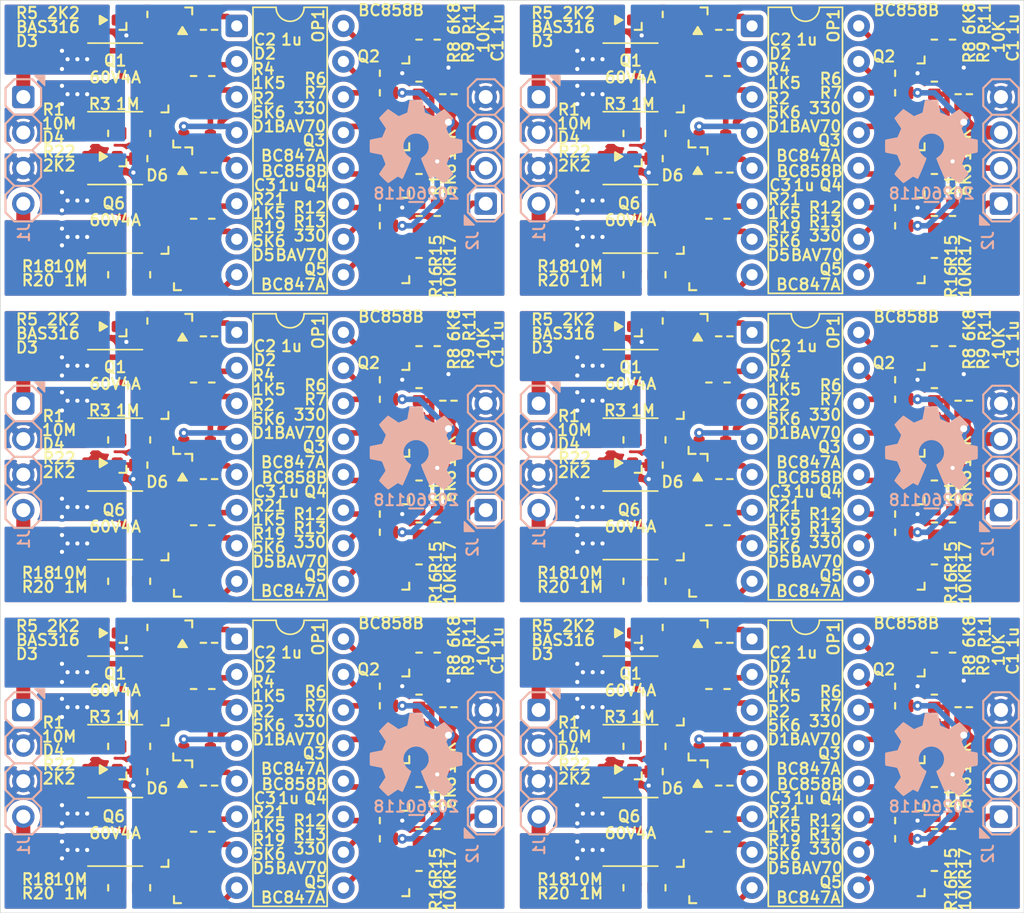
<source format=kicad_pcb>
(kicad_pcb (version 20241229) (generator "pcbnew") (generator_version "9.0")
  (layers (0 "F.Cu" mixed) (2 "B.Cu" mixed) (13 "F.Paste" user) (15 "B.Paste" user) (5 "F.SilkS" user "F.Silkscreen") (7 "B.SilkS" user "B.Silkscreen") (1 "F.Mask" user) (3 "B.Mask" user) (25 "Edge.Cuts" user))
  (net 0 "")
  (net 1 "/GND")
  (net 2 "/V3.3")
  (net 3 "/dual_nmos_switch/SW_S1")
  (net 4 "Net-(D2-K)")
  (net 5 "Net-(D1-K2)")
  (net 6 "/dual_nmos_switch/SW_G1")
  (net 7 "Net-(D3-K)")
  (net 8 "/AC2_OUT")
  (net 9 "/AC1_IN")
  (net 10 "/AC1_OUT")
  (net 11 "/AC2_IN")
  (net 12 "/SW1")
  (net 13 "/SW2")
  (net 14 "Net-(OP1B-E2)")
  (net 15 "Net-(OP1A-E1)")
  (net 16 "Net-(OP1B-C2-Pad14)")
  (net 17 "Net-(OP1A-C1-Pad2)")
  (net 18 "Net-(Q2-C)")
  (net 19 "Net-(Q2-B)")
  (net 20 "Net-(Q3-B)")
  (net 21 "Net-(D6-K)")
  (net 22 "Net-(D4-K)")
  (net 23 "Net-(D5-K2)")
  (net 24 "Net-(OP1D-E4)")
  (net 25 "Net-(OP1C-E3)")
  (net 26 "Net-(OP1C-C3-Pad6)")
  (net 27 "Net-(Q4-C)")
  (net 28 "Net-(OP1D-C4-Pad10)")
  (net 29 "Net-(Q4-B)")
  (net 30 "Net-(Q5-B)")
  (net 31 "/dual_nmos_switch/SW_S2")
  (net 32 "/dual_nmos_switch/SW_G2")
  (footprint "SquantorDiodes:SOD-323-nexperia-hand" (layer "F.Cu") (at 74.1 63.05 180)
    (property "Reference" "D4")
    (property "Value" "BAS316")
  )
  (footprint "SquantorDiodes:SOD-323-nexperia-hand" (layer "F.Cu") (at 37.3 31.4 180)
    (property "Reference" "D3")
    (property "Value" "BAS316")
  )
  (footprint "SquantorIC:SOT23-3" (layer "F.Cu") (at 94.2 54.7 180)
    (property "Reference" "Q2")
    (property "Value" "BC858B")
  )
  (footprint "SquantorIC:SOIC-8" (layer "F.Cu") (at 75 57.4 180)
    (property "Reference" "Q1")
    (property "Value" "60V4A")
  )
  (footprint "SquantorResistor:R_0603_hand" (layer "F.Cu") (at 93.9 58.5)
    (property "Reference" "R7")
    (property "Value" "330")
  )
  (footprint "SquantorCapacitor:C_0805+0603" (layer "F.Cu") (at 81.7 32.1 -90)
    (property "Reference" "C2")
    (property "Value" "1u")
  )
  (footprint "SquantorDiodes:SOD-323-nexperia-hand" (layer "F.Cu") (at 37.3 53.3 180)
    (property "Reference" "D3")
    (property "Value" "BAS316")
  )
  (footprint "SquantorResistor:R_0603_hand" (layer "F.Cu") (at 80.6 89.4 -90)
    (property "Reference" "R19")
    (property "Value" "5K6")
  )
  (footprint "SquantorResistor:R_0603_hand" (layer "F.Cu") (at 59.9 89.2 -90)
    (property "Reference" "R15")
    (property "Value" "10K")
  )
  (footprint "SquantorResistor:R_0603_hand" (layer "F.Cu") (at 96.7 92.2 90)
    (property "Reference" "R16")
    (property "Value" "10K")
  )
  (footprint "SquantorCapacitor:C_0805+0603" (layer "F.Cu") (at 62 80.5 90)
    (property "Reference" "C1")
    (property "Value" "1u")
  )
  (footprint "SquantorIC:SOT23-3" (layer "F.Cu") (at 57.4 86.2 180)
    (property "Reference" "Q4")
    (property "Value" "BC858B")
  )
  (footprint "SquantorResistor:R_0603_hand" (layer "F.Cu") (at 93.9 80.4)
    (property "Reference" "R7")
    (property "Value" "330")
  )
  (footprint "SquantorIC:SOT23-3" (layer "F.Cu") (at 80.9 48.9 90)
    (property "Reference" "D5")
    (property "Value" "BAV70")
  )
  (footprint "SquantorResistor:R_0603_hand" (layer "F.Cu") (at 37.7 83.3 180)
    (property "Reference" "R1")
    (property "Value" "10M")
  )
  (footprint "SquantorResistor:R_0603_hand" (layer "F.Cu") (at 45.1 79.2 -90)
    (property "Reference" "R4")
    (property "Value" "1K5")
  )
  (footprint "SquantorResistor:R_0603_hand" (layer "F.Cu") (at 77.5 61.4 180)
    (property "Reference" "R3")
    (property "Value" "1M")
  )
  (footprint "SquantorResistor:R_0603_hand" (layer "F.Cu") (at 98 54.7 90)
    (property "Reference" "R11")
    (property "Value" "10K")
  )
  (footprint "SquantorIC:SOT23-3" (layer "F.Cu") (at 94.2 32.8 180)
    (property "Reference" "Q2")
    (property "Value" "BC858B")
  )
  (footprint "SquantorIC:SOT23-3" (layer "F.Cu") (at 44.05 82.5 90)
    (property "Reference" "D1")
    (property "Value" "BAV70")
  )
  (footprint "SquantorResistor:R_0603_hand" (layer "F.Cu") (at 57.1 88.6 180)
    (property "Reference" "R12")
    (property "Value" "330")
  )
  (footprint "SquantorResistor:R_0603_hand" (layer "F.Cu") (at 59.9 60.7 90)
    (property "Reference" "R10")
    (property "Value" "10K")
  )
  (footprint "SquantorIC:SOIC-8" (layer "F.Cu") (at 38.2 89.405 180)
    (property "Reference" "Q6")
    (property "Value" "60V4A")
  )
  (footprint "SquantorResistor:R_0603_hand" (layer "F.Cu") (at 45.1 67.5 -90)
    (property "Reference" "R21")
    (property "Value" "1K5")
  )
  (footprint "SquantorResistor:R_0603_hand" (layer "F.Cu") (at 96.7 89.2 -90)
    (property "Reference" "R15")
    (property "Value" "10K")
  )
  (footprint "SquantorResistor:R_0603_hand" (layer "F.Cu") (at 74.5 39.5 180)
    (property "Reference" "R1")
    (property "Value" "10M")
  )
  (footprint "SquantorResistor:R_0603_hand" (layer "F.Cu") (at 93.9 79 180)
    (property "Reference" "R6")
    (property "Value" "330")
  )
  (footprint "SquantorResistor:R_0603_hand" (layer "F.Cu") (at 96.7 48.4 90)
    (property "Reference" "R16")
    (property "Value" "10K")
  )
  (footprint "SquantorCapacitor:C_0805+0603" (layer "F.Cu") (at 81.7 86.1 -90)
    (property "Reference" "C3")
    (property "Value" "1u")
  )
  (footprint "SquantorDiodes:SOD-323-nexperia-hand" (layer "F.Cu") (at 74.1 75.2 180)
    (property "Reference" "D3")
    (property "Value" "BAS316")
  )
  (footprint "SquantorResistor:R_0603_hand" (layer "F.Cu") (at 77.3 52.9 180)
    (property "Reference" "R5")
    (property "Value" "2K2")
  )
  (footprint "SquantorResistor:R_0603_hand" (layer "F.Cu") (at 59.9 86.2 90)
    (property "Reference" "R14")
    (property "Value" "6K8")
  )
  (footprint "SquantorIC:SOT23-3" (layer "F.Cu") (at 94.2 86.2 180)
    (property "Reference" "Q4")
    (property "Value" "BC858B")
  )
  (footprint "SquantorResistor:R_0603_hand" (layer "F.Cu") (at 98 76.6 90)
    (property "Reference" "R11")
    (property "Value" "10K")
  )
  (footprint "SquantorIC:SOT23-3" (layer "F.Cu") (at 44.1 92.7 90)
    (property "Reference" "D5")
    (property "Value" "BAV70")
  )
  (footprint "SquantorResistor:R_0603_hand" (layer "F.Cu") (at 80.6 57.3 -90)
    (property "Reference" "R2")
    (property "Value" "5K6")
  )
  (footprint "SquantorCapacitor:C_0805+0603" (layer "F.Cu") (at 81.7 75.9 -90)
    (property "Reference" "C2")
    (property "Value" "1u")
  )
  (footprint "SquantorResistor:R_0603_hand" (layer "F.Cu") (at 61.2 67.3 90)
    (property "Reference" "R17")
    (property "Value" "10K")
  )
  (footprint "SquantorResistor:R_0603_hand" (layer "F.Cu") (at 93.9 36.6)
    (property "Reference" "R7")
    (property "Value" "330")
  )
  (footprint "SquantorIC:SOIC-8" (layer "F.Cu") (at 38.2 67.505 180)
    (property "Reference" "Q6")
    (property "Value" "60V4A")
  )
  (footprint "SquantorResistor:R_0603_hand" (layer "F.Cu") (at 40.7 61.4 180)
    (property "Reference" "R3")
    (property "Value" "1M")
  )
  (footprint "SquantorIC:SOT23-3" (layer "F.Cu") (at 94.2 39 180)
    (property "Reference" "Q3")
    (property "Value" "BC847A")
  )
  (footprint "SquantorIC:SOT23-3" (layer "F.Cu") (at 94.2 70.4 180)
    (property "Reference" "Q5")
    (property "Value" "BC847A")
  )
  (footprint "SquantorResistor:R_0603_hand" (layer "F.Cu") (at 59.9 79.6 -90)
    (property "Reference" "R9")
    (property "Value" "10K")
  )
  (footprint "SquantorIC:SOT23-3" (layer "F.Cu") (at 94.2 64.3 180)
    (property "Reference" "Q4")
    (property "Value" "BC858B")
  )
  (footprint "SquantorIC:SOT23-3" (layer "F.Cu") (at 80.85 60.6 90)
    (property "Reference" "D1")
    (property "Value" "BAV70")
  )
  (footprint "SquantorResistor:R_0603_hand" (layer "F.Cu") (at 59.9 76.6 90)
    (property "Reference" "R8")
    (property "Value" "6K8")
  )
  (footprint "SquantorIC:SOT23-3" (layer "F.Cu") (at 57.4 42.4 180)
    (property "Reference" "Q4")
    (property "Value" "BC858B")
  )
  (footprint "SquantorIC:SOT23-3" (layer "F.Cu") (at 94.2 76.6 180)
    (property "Reference" "Q2")
    (property "Value" "BC858B")
  )
  (footprint "SquantorResistor:R_0603_hand" (layer "F.Cu") (at 80.6 35.4 -90)
    (property "Reference" "R2")
    (property "Value" "5K6")
  )
  (footprint "SquantorIC:SOT23-3" (layer "F.Cu") (at 80.85 82.5 90)
    (property "Reference" "D1")
    (property "Value" "BAV70")
  )
  (footprint "SquantorCapacitor:C_0805+0603" (layer "F.Cu") (at 81.7 42.3 -90)
    (property "Reference" "C3")
    (property "Value" "1u")
  )
  (footprint "SquantorIC:SOT23-3" (layer "F.Cu") (at 57.4 48.5 180)
    (property "Reference" "Q5")
    (property "Value" "BC847A")
  )
  (footprint "SquantorResistor:R_0603_hand" (layer "F.Cu") (at 61.2 76.6 90)
    (property "Reference" "R11")
    (property "Value" "10K")
  )
  (footprint "SquantorIC:DIP-16_W7.62mm" (layer "F.Cu") (at 87.49 62.61)
    (property "Reference" "OP1")
    (property "Value" "TLP521-4")
  )
  (footprint "SquantorResistor:R_0603_hand" (layer "F.Cu") (at 93.9 89.9)
    (property "Reference" "R13")
    (property "Value" "330")
  )
  (footprint "SquantorCapacitor:C_0805+0603" (layer "F.Cu") (at 98.8 80.5 90)
    (property "Reference" "C1")
    (property "Value" "1u")
  )
  (footprint "SquantorResistor:R_0603_hand" (layer "F.Cu") (at 61.2 45.4 90)
    (property "Reference" "R17")
    (property "Value" "10K")
  )
  (footprint "SquantorIC:SOIC-8" (layer "F.Cu") (at 75 45.605 180)
    (property "Reference" "Q6")
    (property "Value" "60V4A")
  )
  (footprint "SquantorResistor:R_0603_hand" (layer "F.Cu") (at 59.9 67.3 -90)
    (property "Reference" "R15")
    (property "Value" "10K")
  )
  (footprint "SquantorResistor:R_0603_hand" (layer "F.Cu") (at 74.5 83.3 180)
    (property "Reference" "R1")
    (property "Value" "10M")
  )
  (footprint "SquantorResistor:R_0603_hand" (layer "F.Cu") (at 59.9 92.2 90)
    (property "Reference" "R16")
    (property "Value" "10K")
  )
  (footprint "SquantorDiodes:SOD-323-nexperia-hand" (layer "F.Cu") (at 43 42.2 -90)
    (property "Reference" "D6")
    (property "Value" "BZT52C18")
  )
  (footprint "SquantorResistor:R_0603_hand" (layer "F.Cu") (at 93.9 35.2 180)
    (property "Reference" "R6")
    (property "Value" "330")
  )
  (footprint "SquantorResistor:R_0603_hand" (layer "F.Cu") (at 37.7 93.4 180)
    (property "Reference" "R18")
    (property "Value" "10M")
  )
  (footprint "SquantorDiodes:SOD-323-nexperia-hand" (layer "F.Cu") (at 79.8 64.1 -90)
    (property "Reference" "D6")
    (property "Value" "BZT52C18")
  )
  (footprint "SquantorResistor:R_0603_hand" (layer "F.Cu") (at 45.1 35.4 -90)
    (property "Reference" "R4")
    (property "Value" "1K5")
  )
  (footprint "SquantorIC:SOT23-3" (layer "F.Cu") (at 44.1 70.8 90)
    (property "Reference" "D5")
    (property "Value" "BAV70")
  )
  (footprint "SquantorResistor:R_0603_hand" (layer "F.Cu") (at 59.9 32.8 90)
    (property "Reference" "R8")
    (property "Value" "6K8")
  )
  (footprint "SquantorResistor:R_0603_hand" (layer "F.Cu") (at 57.1 44.8 180)
    (property "Reference" "R12")
    (property "Value" "330")
  )
  (footprint "SquantorIC:SOT23-3" (layer "F.Cu") (at 44.05 38.7 90)
    (property "Reference" "D1")
    (property "Value" "BAV70")
  )
  (footprint "SquantorResistor:R_0603_hand" (layer "F.Cu") (at 57.1 79 180)
    (property "Reference" "R6")
    (property "Value" "330")
  )
  (footprint "SquantorResistor:R_0603_hand" (layer "F.Cu") (at 96.7 86.2 90)
    (property "Reference" "R14")
    (property "Value" "6K8")
  )
  (footprint "SquantorResistor:R_0603_hand" (layer "F.Cu") (at 61.2 32.8 90)
    (property "Reference" "R11")
    (property "Value" "10K")
  )
  (footprint "SquantorResistor:R_0603_hand" (layer "F.Cu") (at 59.9 35.8 -90)
    (property "Reference" "R9")
    (property "Value" "10K")
  )
  (footprint "SquantorResistor:R_0603_hand" (layer "F.Cu") (at 57.1 35.2 180)
    (property "Reference" "R6")
    (property "Value" "330")
  )
  (footprint "SquantorResistor:R_0603_hand" (layer "F.Cu") (at 81.9 35.4 -90)
    (property "Reference" "R4")
    (property "Value" "1K5")
  )
  (footprint "SquantorIC:SOIC-8" (layer "F.Cu") (at 75 67.505 180)
    (property "Reference" "Q6")
    (property "Value" "60V4A")
  )
  (footprint "SquantorResistor:R_0603_hand" (layer "F.Cu") (at 74.5 93.4 180)
    (property "Reference" "R18")
    (property "Value" "10M")
  )
  (footprint "SquantorCapacitor:C_0805+0603" (layer "F.Cu") (at 44.9 75.9 -90)
    (property "Reference" "C2")
    (property "Value" "1u")
  )
  (footprint "SquantorResistor:R_0603_hand" (layer "F.Cu") (at 96.7 79.6 -90)
    (property "Reference" "R9")
    (property "Value" "10K")
  )
  (footprint "SquantorResistor:R_0603_hand" (layer "F.Cu") (at 93.9 57.1 180)
    (property "Reference" "R6")
    (property "Value" "330")
  )
  (footprint "SquantorIC:SOT23-3" (layer "F.Cu") (at 94.2 82.8 180)
    (property "Reference" "Q3")
    (property "Value" "BC847A")
  )
  (footprint "SquantorResistor:R_0603_hand" (layer "F.Cu") (at 77.3 74.8 180)
    (property "Reference" "R5")
    (property "Value" "2K2")
  )
  (footprint "SquantorResistor:R_0603_hand" (layer "F.Cu") (at 40.7 83.3 180)
    (property "Reference" "R3")
    (property "Value" "1M")
  )
  (footprint "SquantorDiodes:SOD-323-nexperia-hand" (layer "F.Cu") (at 74.1 31.4 180)
    (property "Reference" "D3")
    (property "Value" "BAS316")
  )
  (footprint "SquantorResistor:R_0603_hand" (layer "F.Cu") (at 96.7 45.4 -90)
    (property "Reference" "R15")
    (property "Value" "10K")
  )
  (footprint "SquantorDiodes:SOD-323-nexperia-hand" (layer "F.Cu") (at 37.3 41.15 180)
    (property "Reference" "D4")
    (property "Value" "BAS316")
  )
  (footprint "SquantorResistor:R_0603_hand" (layer "F.Cu") (at 40.5 63.2 180)
    (property "Reference" "R22")
    (property "Value" "2K2")
  )
  (footprint "SquantorResistor:R_0603_hand" (layer "F.Cu") (at 81.9 89.4 -90)
    (property "Reference" "R21")
    (property "Value" "1K5")
  )
  (footprint "SquantorIC:DIP-16_W7.62mm" (layer "F.Cu") (at 50.69 84.51)
    (property "Reference" "OP1")
    (property "Value" "TLP521-4")
  )
  (footprint "SquantorResistor:R_0603_hand" (layer "F.Cu") (at 77.5 93.4 180)
    (property "Reference" "R20")
    (property "Value" "1M")
  )
  (footprint "SquantorResistor:R_0603_hand" (layer "F.Cu") (at 81.9 79.2 -90)
    (property "Reference" "R4")
    (property "Value" "1K5")
  )
  (footprint "SquantorResistor:R_0603_hand" (layer "F.Cu") (at 80.6 67.5 -90)
    (property "Reference" "R19")
    (property "Value" "5K6")
  )
  (footprint "SquantorResistor:R_0603_hand" (layer "F.Cu") (at 57.1 36.6)
    (property "Reference" "R7")
    (property "Value" "330")
  )
  (footprint "SquantorResistor:R_0603_hand" (layer "F.Cu") (at 43.8 45.6 -90)
    (property "Reference" "R19")
    (property "Value" "5K6")
  )
  (footprint "SquantorResistor:R_0603_hand" (layer "F.Cu") (at 93.9 68)
    (property "Reference" "R13")
    (property "Value" "330")
  )
  (footprint "SquantorResistor:R_0603_hand" (layer "F.Cu") (at 57.1 46.1)
    (property "Reference" "R13")
    (property "Value" "330")
  )
  (footprint "SquantorIC:SOT23-3" (layer "F.Cu") (at 57.4 60.9 180)
    (property "Reference" "Q3")
    (property "Value" "BC847A")
  )
  (footprint "SquantorIC:DIP-16_W7.62mm" (layer "F.Cu") (at 50.69 62.61)
    (property "Reference" "OP1")
    (property "Value" "TLP521-4")
  )
  (footprint "SquantorResistor:R_0603_hand" (layer "F.Cu") (at 77.3 41.3 180)
    (property "Reference" "R22")
    (property "Value" "2K2")
  )
  (footprint "SquantorIC:SOT23-3" (layer "F.Cu") (at 57.4 32.8 180)
    (property "Reference" "Q2")
    (property "Value" "BC858B")
  )
  (footprint "SquantorResistor:R_0603_hand" (layer "F.Cu") (at 81.9 57.3 -90)
    (property "Reference" "R4")
    (property "Value" "1K5")
  )
  (footprint "SquantorDiodes:SOD-323-nexperia-hand" (layer "F.Cu") (at 43 32.2 -90)
    (property "Reference" "D2")
    (property "Value" "BZT52C18")
  )
  (footprint "SquantorResistor:R_0603_hand" (layer "F.Cu") (at 40.7 49.6 180)
    (property "Reference" "R20")
    (property "Value" "1M")
  )
  (footprint "SquantorIC:SOT23-3" (layer "F.Cu") (at 57.4 92.3 180)
    (property "Reference" "Q5")
    (property "Value" "BC847A")
  )
  (footprint "SquantorIC:DIP-16_W7.62mm" (layer "F.Cu") (at 87.49 84.51)
    (property "Reference" "OP1")
    (property "Value" "TLP521-4")
  )
  (footprint "SquantorResistor:R_0603_hand" (layer "F.Cu") (at 74.5 71.5 180)
    (property "Reference" "R18")
    (property "Value" "10M")
  )
  (footprint "SquantorResistor:R_0603_hand" (layer "F.Cu") (at 74.5 61.4 180)
    (property "Reference" "R1")
    (property "Value" "10M")
  )
  (footprint "SquantorResistor:R_0603_hand" (layer "F.Cu") (at 43.8 67.5 -90)
    (property "Reference" "R19")
    (property "Value" "5K6")
  )
  (footprint "SquantorResistor:R_0603_hand" (layer "F.Cu") (at 77.3 63.2 180)
    (property "Reference" "R22")
    (property "Value" "2K2")
  )
  (footprint "SquantorResistor:R_0603_hand" (layer "F.Cu") (at 57.1 68)
    (property "Reference" "R13")
    (property "Value" "330")
  )
  (footprint "SquantorResistor:R_0603_hand" (layer "F.Cu") (at 96.7 32.8 90)
    (property "Reference" "R8")
    (property "Value" "6K8")
  )
  (footprint "SquantorResistor:R_0603_hand" (layer "F.Cu") (at 93.9 44.8 180)
    (property "Reference" "R12")
    (property "Value" "330")
  )
  (footprint "SquantorResistor:R_0603_hand" (layer "F.Cu") (at 96.7 64.3 90)
    (property "Reference" "R14")
    (property "Value" "6K8")
  )
  (footprint "SquantorResistor:R_0603_hand" (layer "F.Cu") (at 98 89.2 90)
    (property "Reference" "R17")
    (property "Value" "10K")
  )
  (footprint "SquantorIC:SOT23-3" (layer "F.Cu") (at 80.9 92.7 90)
    (property "Reference" "D5")
    (property "Value" "BAV70")
  )
  (footprint "SquantorResistor:R_0603_hand" (layer "F.Cu") (at 96.7 70.3 90)
    (property "Reference" "R16")
    (property "Value" "10K")
  )
  (footprint "SquantorCapacitor:C_0805+0603" (layer "F.Cu") (at 98.8 36.7 90)
    (property "Reference" "C1")
    (property "Value" "1u")
  )
  (footprint "SquantorIC:SOT23-3" (layer "F.Cu") (at 80.9 70.8 90)
    (property "Reference" "D5")
    (property "Value" "BAV70")
  )
  (footprint "SquantorIC:SOT23-3" (layer "F.Cu") (at 94.2 48.5 180)
    (property "Reference" "Q5")
    (property "Value" "BC847A")
  )
  (footprint "SquantorDiodes:SOD-323-nexperia-hand" (layer "F.Cu") (at 74.1 41.15 180)
    (property "Reference" "D4")
    (property "Value" "BAS316")
  )
  (footprint "SquantorDiodes:SOD-323-nexperia-hand" (layer "F.Cu") (at 79.8 86 -90)
    (property "Reference" "D6")
    (property "Value" "BZT52C18")
  )
  (footprint "SquantorResistor:R_0603_hand" (layer "F.Cu") (at 77.5 39.5 180)
    (property "Reference" "R3")
    (property "Value" "1M")
  )
  (footprint "SquantorResistor:R_0603_hand" (layer "F.Cu") (at 59.9 54.7 90)
    (property "Reference" "R8")
    (property "Value" "6K8")
  )
  (footprint "SquantorResistor:R_0603_hand" (layer "F.Cu") (at 59.9 45.4 -90)
    (property "Reference" "R15")
    (property "Value" "10K")
  )
  (footprint "SquantorIC:SOT23-3" (layer "F.Cu") (at 57.4 39 180)
    (property "Reference" "Q3")
    (property "Value" "BC847A")
  )
  (footprint "SquantorResistor:R_0603_hand" (layer "F.Cu") (at 96.7 57.7 -90)
    (property "Reference" "R9")
    (property "Value" "10K")
  )
  (footprint "SquantorResistor:R_0603_hand" (layer "F.Cu") (at 57.1 57.1 180)
    (property "Reference" "R6")
    (property "Value" "330")
  )
  (footprint "SquantorResistor:R_0603_hand" (layer "F.Cu") (at 37.7 39.5 180)
    (property "Reference" "R1")
    (property "Value" "10M")
  )
  (footprint "SquantorResistor:R_0603_hand" (layer "F.Cu") (at 59.9 38.8 90)
    (property "Reference" "R10")
    (property "Value" "10K")
  )
  (footprint "SquantorIC:SOIC-8" (layer "F.Cu") (at 38.2 45.605 180)
    (property "Reference" "Q6")
    (property "Value" "60V4A")
  )
  (footprint "SquantorResistor:R_0603_hand" (layer "F.Cu") (at 40.5 52.9 180)
    (property "Reference" "R5")
    (property "Value" "2K2")
  )
  (footprint "SquantorResistor:R_0603_hand" (layer "F.Cu") (at 59.9 48.4 90)
    (property "Reference" "R16")
    (property "Value" "10K")
  )
  (footprint "SquantorCapacitor:C_0805+0603" (layer "F.Cu") (at 98.8 58.6 90)
    (property "Reference" "C1")
    (property "Value" "1u")
  )
  (footprint "SquantorResistor:R_0603_hand" (layer "F.Cu") (at 37.7 61.4 180)
    (property "Reference" "R1")
    (property "Value" "10M")
  )
  (footprint "SquantorIC:SOT23-3" (layer "F.Cu") (at 94.2 60.9 180)
    (property "Reference" "Q3")
    (property "Value" "BC847A")
  )
  (footprint "SquantorIC:SOT23-3" (layer "F.Cu") (at 80.85 38.7 90)
    (property "Reference" "D1")
    (property "Value" "BAV70")
  )
  (footprint "SquantorDiodes:SOD-323-nexperia-hand" (layer "F.Cu") (at 79.8 42.2 -90)
    (property "Reference" "D6")
    (property "Value" "BZT52C18")
  )
  (footprint "SquantorCapacitor:C_0805+0603" (layer "F.Cu") (at 44.9 42.3 -90)
    (property "Reference" "C3")
    (property "Value" "1u")
  )
  (footprint "SquantorDiodes:SOD-323-nexperia-hand" (layer "F.Cu") (at 74.1 53.3 180)
    (property "Reference" "D3")
    (property "Value" "BAS316")
  )
  (footprint "SquantorDiodes:SOD-323-nexperia-hand" (layer "F.Cu") (at 43 54.1 -90)
    (property "Reference" "D2")
    (property "Value" "BZT52C18")
  )
  (footprint "SquantorResistor:R_0603_hand" (layer "F.Cu") (at 96.7 38.8 90)
    (property "Reference" "R10")
    (property "Value" "10K")
  )
  (footprint "SquantorResistor:R_0603_hand" (layer "F.Cu") (at 96.7 60.7 90)
    (property "Reference" "R10")
    (property "Value" "10K")
  )
  (footprint "SquantorResistor:R_0603_hand" (layer "F.Cu") (at 98 67.3 90)
    (property "Reference" "R17")
    (property "Value" "10K")
  )
  (footprint "SquantorResistor:R_0603_hand" (layer "F.Cu") (at 77.3 31 180)
    (property "Reference" "R5")
    (property "Value" "2K2")
  )
  (footprint "SquantorResistor:R_0603_hand" (layer "F.Cu") (at 59.9 64.3 90)
    (property "Reference" "R14")
    (property "Value" "6K8")
  )
  (footprint "SquantorIC:SOIC-8" (layer "F.Cu") (at 38.2 35.5 180)
    (property "Reference" "Q1")
    (property "Value" "60V4A")
  )
  (footprint "SquantorDiodes:SOD-323-nexperia-hand" (layer "F.Cu") (at 43 64.1 -90)
    (property "Reference" "D6")
    (property "Value" "BZT52C18")
  )
  (footprint "SquantorResistor:R_0603_hand" (layer "F.Cu") (at 77.5 71.5 180)
    (property "Reference" "R20")
    (property "Value" "1M")
  )
  (footprint "SquantorResistor:R_0603_hand" (layer "F.Cu") (at 77.5 83.3 180)
    (property "Reference" "R3")
    (property "Value" "1M")
  )
  (footprint "SquantorResistor:R_0603_hand" (layer "F.Cu") (at 98 32.8 90)
    (property "Reference" "R11")
    (property "Value" "10K")
  )
  (footprint "SquantorResistor:R_0603_hand" (layer "F.Cu") (at 59.9 57.7 -90)
    (property "Reference" "R9")
    (property "Value" "10K")
  )
  (footprint "SquantorResistor:R_0603_hand" (layer "F.Cu") (at 43.8 79.2 -90)
    (property "Reference" "R2")
    (property "Value" "5K6")
  )
  (footprint "SquantorResistor:R_0603_hand" (layer "F.Cu") (at 77.3 85.1 180)
    (property "Reference" "R22")
    (property "Value" "2K2")
  )
  (footprint "SquantorResistor:R_0603_hand" (layer "F.Cu") (at 40.7 71.5 180)
    (property "Reference" "R20")
    (property "Value" "1M")
  )
  (footprint "SquantorResistor:R_0603_hand" (layer "F.Cu") (at 80.6 79.2 -90)
    (property "Reference" "R2")
    (property "Value" "5K6")
  )
  (footprint "SquantorCapacitor:C_0805+0603" (layer "F.Cu") (at 62 36.7 90)
    (property "Reference" "C1")
    (property "Value" "1u")
  )
  (footprint "SquantorResistor:R_0603_hand" (layer "F.Cu") (at 43.8 35.4 -90)
    (property "Reference" "R2")
    (property "Value" "5K6")
  )
  (footprint "SquantorResistor:R_0603_hand" (layer "F.Cu") (at 80.6 45.6 -90)
    (property "Reference" "R19")
    (property "Value" "5K6")
  )
  (footprint "SquantorResistor:R_0603_hand" (layer "F.Cu") (at 59.9 70.3 90)
    (property "Reference" "R16")
    (property "Value" "10K")
  )
  (footprint "SquantorResistor:R_0603_hand" (layer "F.Cu") (at 57.1 66.7 180)
    (property "Reference" "R12")
    (property "Value" "330")
  )
  (footprint "SquantorResistor:R_0603_hand" (layer "F.Cu") (at 81.9 45.6 -90)
    (property "Reference" "R21")
    (property "Value" "1K5")
  )
  (footprint "SquantorResistor:R_0603_hand" (layer "F.Cu") (at 57.1 58.5)
    (property "Reference" "R7")
    (property "Value" "330")
  )
  (footprint "SquantorIC:SOT23-3" (layer "F.Cu") (at 44.05 60.6 90)
    (property "Reference" "D1")
    (property "Value" "BAV70")
  )
  (footprint "SquantorResistor:R_0603_hand" (layer "F.Cu") (at 40.7 93.4 180)
    (property "Reference" "R20")
    (property "Value" "1M")
  )
  (footprint "SquantorResistor:R_0603_hand" (layer "F.Cu") (at 40.5 31 180)
    (property "Reference" "R5")
    (property "Value" "2K2")
  )
  (footprint "SquantorCapacitor:C_0805+0603" (layer "F.Cu") (at 62 58.6 90)
    (property "Reference" "C1")
    (property "Value" "1u")
  )
  (footprint "SquantorIC:DIP-16_W7.62mm" (layer "F.Cu") (at 50.69 40.71)
    (property "Reference" "OP1")
    (property "Value" "TLP521-4")
  )
  (footprint "SquantorResistor:R_0603_hand" (layer "F.Cu") (at 96.7 76.6 90)
    (property "Reference" "R8")
    (property "Value" "6K8")
  )
  (footprint "SquantorResistor:R_0603_hand" (layer "F.Cu") (at 74.5 49.6 180)
    (property "Reference" "R18")
    (property "Value" "10M")
  )
  (footprint "SquantorDiodes:SOD-323-nexperia-hand" (layer "F.Cu") (at 79.8 76 -90)
    (property "Reference" "D2")
    (property "Value" "BZT52C18")
  )
  (footprint "SquantorResistor:R_0603_hand" (layer "F.Cu") (at 93.9 46.1)
    (property "Reference" "R13")
    (property "Value" "330")
  )
  (footprint "SquantorIC:SOT23-3" (layer "F.Cu") (at 57.4 82.8 180)
    (property "Reference" "Q3")
    (property "Value" "BC847A")
  )
  (footprint "SquantorIC:SOT23-3" (layer "F.Cu") (at 94.2 42.4 180)
    (property "Reference" "Q4")
    (property "Value" "BC858B")
  )
  (footprint "SquantorIC:SOIC-8" (layer "F.Cu") (at 38.2 79.3 180)
    (property "Reference" "Q1")
    (property "Value" "60V4A")
  )
  (footprint "SquantorResistor:R_0603_hand" (layer "F.Cu") (at 93.9 88.6 180)
    (property "Reference" "R12")
    (property "Value" "330")
  )
  (footprint "SquantorIC:SOT23-3" (layer "F.Cu") (at 57.4 70.4 180)
    (property "Reference" "Q5")
    (property "Value" "BC847A")
  )
  (footprint "SquantorResistor:R_0603_hand" (layer "F.Cu") (at 37.7 71.5 180)
    (property "Reference" "R18")
    (property "Value" "10M")
  )
  (footprint "SquantorCapacitor:C_0805+0603" (layer "F.Cu") (at 81.7 54 -90)
    (property "Reference" "C2")
    (property "Value" "1u")
  )
  (footprint "SquantorResistor:R_0603_hand" (layer "F.Cu") (at 98 45.4 90)
    (property "Reference" "R17")
    (property "Value" "10K")
  )
  (footprint "SquantorIC:DIP-16_W7.62mm" (layer "F.Cu") (at 87.49 40.71)
    (property "Reference" "OP1")
    (property "Value" "TLP521-4")
  )
  (footprint "SquantorDiodes:SOD-323-nexperia-hand" (layer "F.Cu") (at 43 76 -90)
    (property "Reference" "D2")
    (property "Value" "BZT52C18")
  )
  (footprint "SquantorCapacitor:C_0805+0603" (layer "F.Cu") (at 44.9 32.1 -90)
    (property "Reference" "C2")
    (property "Value" "1u")
  )
  (footprint "SquantorCapacitor:C_0805+0603" (layer "F.Cu") (at 44.9 54 -90)
    (property "Reference" "C2")
    (property "Value" "1u")
  )
  (footprint "SquantorResistor:R_0603_hand" (layer "F.Cu") (at 45.1 89.4 -90)
    (property "Reference" "R21")
    (property "Value" "1K5")
  )
  (footprint "SquantorCapacitor:C_0805+0603" (layer "F.Cu") (at 44.9 86.1 -90)
    (property "Reference" "C3")
    (property "Value" "1u")
  )
  (footprint "SquantorResistor:R_0603_hand" (layer "F.Cu") (at 40.5 41.3 180)
    (property "Reference" "R22")
    (property "Value" "2K2")
  )
  (footprint "SquantorDiodes:SOD-323-nexperia-hand" (layer "F.Cu") (at 79.8 54.1 -90)
    (property "Reference" "D2")
    (property "Value" "BZT52C18")
  )
  (footprint "SquantorResistor:R_0603_hand" (layer "F.Cu") (at 93.9 66.7 180)
    (property "Reference" "R12")
    (property "Value" "330")
  )
  (footprint "SquantorResistor:R_0603_hand" (layer "F.Cu") (at 57.1 89.9)
    (property "Reference" "R13")
    (property "Value" "330")
  )
  (footprint "SquantorResistor:R_0603_hand" (layer "F.Cu") (at 96.7 54.7 90)
    (property "Reference" "R8")
    (property "Value" "6K8")
  )
  (footprint "SquantorResistor:R_0603_hand" (layer "F.Cu") (at 43.8 57.3 -90)
    (property "Reference" "R2")
    (property "Value" "5K6")
  )
  (footprint "SquantorIC:SOT23-3" (layer "F.Cu") (at 57.4 54.7 180)
    (property "Reference" "Q2")
    (property "Value" "BC858B")
  )
  (footprint "SquantorDiodes:SOD-323-nexperia-hand" (layer "F.Cu") (at 37.3 84.95 180)
    (property "Reference" "D4")
    (property "Value" "BAS316")
  )
  (footprint "SquantorResistor:R_0603_hand" (layer "F.Cu") (at 43.8 89.4 -90)
    (property "Reference" "R19")
    (property "Value" "5K6")
  )
  (footprint "SquantorResistor:R_0603_hand" (layer "F.Cu") (at 96.7 35.8 -90)
    (property "Reference" "R9")
    (property "Value" "10K")
  )
  (footprint "SquantorIC:SOT23-3" (layer "F.Cu") (at 57.4 76.6 180)
    (property "Reference" "Q2")
    (property "Value" "BC858B")
  )
  (footprint "SquantorIC:SOIC-8" (layer "F.Cu") (at 75 79.3 180)
    (property "Reference" "Q1")
    (property "Value" "60V4A")
  )
  (footprint "SquantorResistor:R_0603_hand" (layer "F.Cu") (at 61.2 89.2 90)
    (property "Reference" "R17")
    (property "Value" "10K")
  )
  (footprint "SquantorIC:SOT23-3" (layer "F.Cu") (at 94.2 92.3 180)
    (property "Reference" "Q5")
    (property "Value" "BC847A")
  )
  (footprint "SquantorResistor:R_0603_hand" (layer "F.Cu") (at 40.7 39.5 180)
    (property "Reference" "R3")
    (property "Value" "1M")
  )
  (footprint "SquantorResistor:R_0603_hand" (layer "F.Cu") (at 96.7 67.3 -90)
    (property "Reference" "R15")
    (property "Value" "10K")
  )
  (footprint "SquantorResistor:R_0603_hand" (layer "F.Cu") (at 40.5 85.1 180)
    (property "Reference" "R22")
    (property "Value" "2K2")
  )
  (footprint "SquantorResistor:R_0603_hand" (layer "F.Cu") (at 59.9 42.4 90)
    (property "Reference" "R14")
    (property "Value" "6K8")
  )
  (footprint "SquantorDiodes:SOD-323-nexperia-hand" (layer "F.Cu") (at 37.3 63.05 180)
    (property "Reference" "D4")
    (property "Value" "BAS316")
  )
  (footprint "SquantorResistor:R_0603_hand" (layer "F.Cu") (at 96.7 82.6 90)
    (property "Reference" "R10")
    (property "Value" "10K")
  )
  (footprint "SquantorIC:SOIC-8" (layer "F.Cu") (at 75 35.5 180)
    (property "Reference" "Q1")
    (property "Value" "60V4A")
  )
  (footprint "SquantorResistor:R_0603_hand" (layer "F.Cu") (at 81.9 67.5 -90)
    (property "Reference" "R21")
    (property "Value" "1K5")
  )
  (footprint "SquantorResistor:R_0603_hand" (layer "F.Cu") (at 77.5 49.6 180)
    (property "Reference" "R20")
    (property "Value" "1M")
  )
  (footprint "SquantorResistor:R_0603_hand" (layer "F.Cu") (at 40.5 74.8 180)
    (property "Reference" "R5")
    (property "Value" "2K2")
  )
  (footprint "SquantorIC:SOT23-3" (layer "F.Cu") (at 44.1 48.9 90)
    (property "Reference" "D5")
    (property "Value" "BAV70")
  )
  (footprint "SquantorDiodes:SOD-323-nexperia-hand" (layer "F.Cu") (at 43 86 -90)
    (property "Reference" "D6")
    (property "Value" "BZT52C18")
  )
  (footprint "SquantorResistor:R_0603_hand" (layer "F.Cu") (at 37.7 49.6 180)
    (property "Reference" "R18")
    (property "Value" "10M")
  )
  (footprint "SquantorIC:SOT23-3" (layer "F.Cu") (at 57.4 64.3 180)
    (property "Reference" "Q4")
    (property "Value" "BC858B")
  )
  (footprint "SquantorDiodes:SOD-323-nexperia-hand" (layer "F.Cu") (at 74.1 84.95 180)
    (property "Reference" "D4")
    (property "Value" "BAS316")
  )
  (footprint "SquantorDiodes:SOD-323-nexperia-hand" (layer "F.Cu") (at 79.8 32.2 -90)
    (property "Reference" "D2")
    (property "Value" "BZT52C18")
  )
  (footprint "SquantorCapacitor:C_0805+0603" (layer "F.Cu") (at 44.9 64.2 -90)
    (property "Reference" "C3")
    (property "Value" "1u")
  )
  (footprint "SquantorIC:SOIC-8" (layer "F.Cu") (at 75 89.405 180)
    (property "Reference" "Q6")
    (property "Value" "60V4A")
  )
  (footprint "SquantorIC:SOIC-8" (layer "F.Cu") (at 38.2 57.4 180)
    (property "Reference" "Q1")
    (property "Value" "60V4A")
  )
  (footprint "SquantorResistor:R_0603_hand" (layer "F.Cu") (at 59.9 82.6 90)
    (property "Reference" "R10")
    (property "Value" "10K")
  )
  (footprint "SquantorCapacitor:C_0805+0603" (layer "F.Cu") (at 81.7 64.2 -90)
    (property "Reference" "C3")
    (property "Value" "1u")
  )
  (footprint "SquantorDiodes:SOD-323-nexperia-hand" (layer "F.Cu") (at 37.3 75.2 180)
    (property "Reference" "D3")
    (property "Value" "BAS316")
  )
  (footprint "SquantorResistor:R_0603_hand" (layer "F.Cu") (at 61.2 54.7 90)
    (property "Reference" "R11")
    (property "Value" "10K")
  )
  (footprint "SquantorResistor:R_0603_hand" (layer "F.Cu") (at 45.1 57.3 -90)
    (property "Reference" "R4")
    (property "Value" "1K5")
  )
  (footprint "SquantorResistor:R_0603_hand" (layer "F.Cu") (at 45.1 45.6 -90)
    (property "Reference" "R21")
    (property "Value" "1K5")
  )
  (footprint "SquantorResistor:R_0603_hand" (layer "F.Cu") (at 57.1 80.4)
    (property "Reference" "R7")
    (property "Value" "330")
  )
  (footprint "SquantorResistor:R_0603_hand" (layer "F.Cu") (at 96.7 42.4 90)
    (property "Reference" "R14")
    (property "Value" "6K8")
  )
  (footprint "SquantorLabels:Label_Generic" (layer "B.Cu") (at 59.7 43.8 180)
    (property "Reference" "N2" (hide yes))
    (property "Value" "20260118")
  )
  (footprint "Symbol:OSHW-Symbol_6.7x6mm_SilkScreen" (layer "B.Cu") (at 59.7 40.1 180)
    (property "Reference" "N1" (hide yes))
    (property "Value" "OHWLOGO" (hide yes))
  )
  (footprint "SquantorLabels:Label_Generic" (layer "B.Cu") (at 96.5 87.6 180)
    (property "Reference" "N2" (hide yes))
    (property "Value" "20260118")
  )
  (footprint "Symbol:OSHW-Symbol_6.7x6mm_SilkScreen" (layer "B.Cu") (at 96.5 83.9 180)
    (property "Reference" "N1" (hide yes))
    (property "Value" "OHWLOGO" (hide yes))
  )
  (footprint "SquantorLabels:Label_Generic" (layer "B.Cu") (at 96.5 43.8 180)
    (property "Reference" "N2" (hide yes))
    (property "Value" "20260118")
  )
  (footprint "SquantorLabels:Label_Generic" (layer "B.Cu") (at 59.7 87.6 180)
    (property "Reference" "N2" (hide yes))
    (property "Value" "20260118")
  )
  (footprint "SquantorConnectors:Header-0254-1X04-H010" (layer "B.Cu") (at 31.64 62.61 -90)
    (property "Reference" "J1")
    (property "Value" "Conn_01x04")
  )
  (footprint "SquantorConnectors:Header-0254-1X04-H010" (layer "B.Cu") (at 64.66 62.61 90)
    (property "Reference" "J2")
    (property "Value" "Conn_01x04")
  )
  (footprint "Symbol:OSHW-Symbol_6.7x6mm_SilkScreen" (layer "B.Cu") (at 59.7 62 180)
    (property "Reference" "N1" (hide yes))
    (property "Value" "OHWLOGO" (hide yes))
  )
  (footprint "Symbol:OSHW-Symbol_6.7x6mm_SilkScreen" (layer "B.Cu") (at 96.5 40.1 180)
    (property "Reference" "N1" (hide yes))
    (property "Value" "OHWLOGO" (hide yes))
  )
  (footprint "SquantorConnectors:Header-0254-1X04-H010" (layer "B.Cu") (at 64.66 84.51 90)
    (property "Reference" "J2")
    (property "Value" "Conn_01x04")
  )
  (footprint "SquantorConnectors:Header-0254-1X04-H010" (layer "B.Cu") (at 31.64 84.51 -90)
    (property "Reference" "J1")
    (property "Value" "Conn_01x04")
  )
  (footprint "SquantorConnectors:Header-0254-1X04-H010" (layer "B.Cu") (at 68.44 84.51 -90)
    (property "Reference" "J1")
    (property "Value" "Conn_01x04")
  )
  (footprint "SquantorConnectors:Header-0254-1X04-H010" (layer "B.Cu") (at 31.64 40.71 -90)
    (property "Reference" "J1")
    (property "Value" "Conn_01x04")
  )
  (footprint "Symbol:OSHW-Symbol_6.7x6mm_SilkScreen" (layer "B.Cu") (at 59.7 83.9 180)
    (property "Reference" "N1" (hide yes))
    (property "Value" "OHWLOGO" (hide yes))
  )
  (footprint "SquantorConnectors:Header-0254-1X04-H010" (layer "B.Cu") (at 68.44 62.61 -90)
    (property "Reference" "J1")
    (property "Value" "Conn_01x04")
  )
  (footprint "Symbol:OSHW-Symbol_6.7x6mm_SilkScreen" (layer "B.Cu") (at 96.5 62 180)
    (property "Reference" "N1" (hide yes))
    (property "Value" "OHWLOGO" (hide yes))
  )
  (footprint "SquantorLabels:Label_Generic" (layer "B.Cu") (at 59.7 65.7 180)
    (property "Reference" "N2" (hide yes))
    (property "Value" "20260118")
  )
  (footprint "SquantorConnectors:Header-0254-1X04-H010" (layer "B.Cu") (at 68.44 40.71 -90)
    (property "Reference" "J1")
    (property "Value" "Conn_01x04")
  )
  (footprint "SquantorConnectors:Header-0254-1X04-H010" (layer "B.Cu") (at 101.46 40.71 90)
    (property "Reference" "J2")
    (property "Value" "Conn_01x04")
  )
  (footprint "SquantorConnectors:Header-0254-1X04-H010" (layer "B.Cu") (at 101.46 62.61 90)
    (property "Reference" "J2")
    (property "Value" "Conn_01x04")
  )
  (footprint "SquantorConnectors:Header-0254-1X04-H010" (layer "B.Cu") (at 64.66 40.71 90)
    (property "Reference" "J2")
    (property "Value" "Conn_01x04")
  )
  (footprint "SquantorLabels:Label_Generic" (layer "B.Cu") (at 96.5 65.7 180)
    (property "Reference" "N2" (hide yes))
    (property "Value" "20260118")
  )
  (footprint "SquantorConnectors:Header-0254-1X04-H010" (layer "B.Cu") (at 101.46 84.51 90)
    (property "Reference" "J2")
    (property "Value" "Conn_01x04")
  )
  (gr_line (start 30 30) (end 103.1 30) (stroke (width 0.05)) (layer "Edge.Cuts"))
  (gr_line (start 30 95.2) (end 30 30) (stroke (width 0.05)) (layer "Edge.Cuts"))
  (gr_line (start 103.1 30) (end 103.1 95.2) (stroke (width 0.05)) (layer "Edge.Cuts"))
  (gr_line (start 103.1 95.2) (end 30 95.2) (stroke (width 0.05)) (layer "Edge.Cuts"))
  (segment (start 37.901 32.201) (end 37.9 32.2) (width 0.4) (layer "F.Cu") (net 1))
  (segment (start 38.701 54.101) (end 37.901 54.101) (width 0.4) (layer "F.Cu") (net 1))
  (segment (start 74.5 32.2) (end 73.7 31.4) (width 0.4) (layer "F.Cu") (net 1))
  (segment (start 98.8 79.55) (end 98.8 78.6) (width 0.4) (layer "F.Cu") (net 1))
  (segment (start 74.7 76) (end 74.5 76) (width 0.4) (layer "F.Cu") (net 1))
  (segment (start 38.2 64.2) (end 39.5 64.2) (width 0.4) (layer "F.Cu") (net 1))
  (segment (start 36.25 63.05) (end 37.05 63.05) (width 0.4) (layer "F.Cu") (net 1))
  (segment (start 75 64.2) (end 76.3 64.2) (width 0.4) (layer "F.Cu") (net 1))
  (segment (start 98.8 35.75) (end 98.8 34.8) (width 0.4) (layer "F.Cu") (net 1))
  (segment (start 94.8 57.1) (end 95.5 57.1) (width 0.4) (layer "F.Cu") (net 1))
  (segment (start 36.9 75.2) (end 36.25 75.2) (width 0.4) (layer "F.Cu") (net 1))
  (segment (start 37.901 54.101) (end 37.9 54.1) (width 0.4) (layer "F.Cu") (net 1))
  (segment (start 73.7 53.3) (end 73.05 53.3) (width 0.4) (layer "F.Cu") (net 1))
  (segment (start 37.7 54.1) (end 36.9 53.3) (width 0.4) (layer "F.Cu") (net 1))
  (segment (start 58 44.8) (end 58.7 44.8) (width 0.4) (layer "F.Cu") (net 1))
  (segment (start 75.8 54.4) (end 75.501 54.101) (width 0.4) (layer "F.Cu") (net 1))
  (segment (start 75.8 32.5) (end 75.501 32.201) (width 0.4) (layer "F.Cu") (net 1))
  (segment (start 98.8 57.65) (end 98.8 56.7) (width 0.4) (layer "F.Cu") (net 1))
  (segment (start 94.8 79) (end 95.5 79) (width 0.4) (layer "F.Cu") (net 1))
  (segment (start 58 57.1) (end 58.7 57.1) (width 0.4) (layer "F.Cu") (net 1))
  (segment (start 74.5 76) (end 73.7 75.2) (width 0.4) (layer "F.Cu") (net 1))
  (segment (start 75.8 76.3) (end 75.501 76.001) (width 0.4) (layer "F.Cu") (net 1))
  (segment (start 39 76.3) (end 38.701 76.001) (width 0.4) (layer "F.Cu") (net 1))
  (segment (start 73.05 84.95) (end 73.85 84.95) (width 0.4) (layer "F.Cu") (net 1))
  (segment (start 74.7 54.1) (end 74.5 54.1) (width 0.4) (layer "F.Cu") (net 1))
  (segment (start 38.2 86.1) (end 39.5 86.1) (width 0.4) (layer "F.Cu") (net 1))
  (segment (start 62 57.65) (end 62 56.7) (width 0.4) (layer "F.Cu") (net 1))
  (segment (start 36.9 31.4) (end 36.25 31.4) (width 0.4) (layer "F.Cu") (net 1))
  (segment (start 62 35.75) (end 62 34.8) (width 0.4) (layer "F.Cu") (net 1))
  (segment (start 39 32.5) (end 38.701 32.201) (width 0.4) (layer "F.Cu") (net 1))
  (segment (start 37.05 63.05) (end 38.2 64.2) (width 0.4) (layer "F.Cu") (net 1))
  (segment (start 94.8 44.8) (end 95.5 44.8) (width 0.4) (layer "F.Cu") (net 1))
  (segment (start 73.85 84.95) (end 75 86.1) (width 0.4) (layer "F.Cu") (net 1))
  (segment (start 58 79) (end 58.7 79) (width 0.4) (layer "F.Cu") (net 1))
  (segment (start 73.05 41.15) (end 73.85 41.15) (width 0.4) (layer "F.Cu") (net 1))
  (segment (start 37.9 76) (end 37.7 76) (width 0.4) (layer "F.Cu") (net 1))
  (segment (start 73.85 41.15) (end 75 42.3) (width 0.4) (layer "F.Cu") (net 1))
  (segment (start 74.701 32.201) (end 74.7 32.2) (width 0.4) (layer "F.Cu") (net 1))
  (segment (start 58 35.2) (end 58.7 35.2) (width 0.4) (layer "F.Cu") (net 1))
  (segment (start 36.25 41.15) (end 37.05 41.15) (width 0.4) (layer "F.Cu") (net 1))
  (segment (start 37.9 54.1) (end 37.7 54.1) (width 0.4) (layer "F.Cu") (net 1))
  (segment (start 94.8 88.6) (end 95.5 88.6) (width 0.4) (layer "F.Cu") (net 1))
  (segment (start 75 86.1) (end 76.3 86.1) (width 0.4) (layer "F.Cu") (net 1))
  (segment (start 39 54.4) (end 38.701 54.101) (width 0.4) (layer "F.Cu") (net 1))
  (segment (start 37.05 84.95) (end 38.2 86.1) (width 0.4) (layer "F.Cu") (net 1))
  (segment (start 38.701 32.201) (end 37.901 32.201) (width 0.4) (layer "F.Cu") (net 1))
  (segment (start 36.9 53.3) (end 36.25 53.3) (width 0.4) (layer "F.Cu") (net 1))
  (segment (start 58 66.7) (end 58.7 66.7) (width 0.4) (layer "F.Cu") (net 1))
  (segment (start 74.701 76.001) (end 74.7 76) (width 0.4) (layer "F.Cu") (net 1))
  (segment (start 73.7 75.2) (end 73.05 75.2) (width 0.4) (layer "F.Cu") (net 1))
  (segment (start 37.05 41.15) (end 38.2 42.3) (width 0.4) (layer "F.Cu") (net 1))
  (segment (start 73.05 63.05) (end 73.85 63.05) (width 0.4) (layer "F.Cu") (net 1))
  (segment (start 37.901 76.001) (end 37.9 76) (width 0.4) (layer "F.Cu") (net 1))
  (segment (start 73.85 63.05) (end 75 64.2) (width 0.4) (layer "F.Cu") (net 1))
  (segment (start 37.7 32.2) (end 36.9 31.4) (width 0.4) (layer "F.Cu") (net 1))
  (segment (start 75.501 54.101) (end 74.701 54.101) (width 0.4) (layer "F.Cu") (net 1))
  (segment (start 75.501 76.001) (end 74.701 76.001) (width 0.4) (layer "F.Cu") (net 1))
  (segment (start 94.8 66.7) (end 95.5 66.7) (width 0.4) (layer "F.Cu") (net 1))
  (segment (start 94.8 35.2) (end 95.5 35.2) (width 0.4) (layer "F.Cu") (net 1))
  (segment (start 36.25 84.95) (end 37.05 84.95) (width 0.4) (layer "F.Cu") (net 1))
  (segment (start 37.9 32.2) (end 37.7 32.2) (width 0.4) (layer "F.Cu") (net 1))
  (segment (start 37.7 76) (end 36.9 75.2) (width 0.4) (layer "F.Cu") (net 1))
  (segment (start 74.701 54.101) (end 74.7 54.1) (width 0.4) (layer "F.Cu") (net 1))
  (segment (start 75.501 32.201) (end 74.701 32.201) (width 0.4) (layer "F.Cu") (net 1))
  (segment (start 62 79.55) (end 62 78.6) (width 0.4) (layer "F.Cu") (net 1))
  (segment (start 74.7 32.2) (end 74.5 32.2) (width 0.4) (layer "F.Cu") (net 1))
  (segment (start 75 42.3) (end 76.3 42.3) (width 0.4) (layer "F.Cu") (net 1))
  (segment (start 74.5 54.1) (end 73.7 53.3) (width 0.4) (layer "F.Cu") (net 1))
  (segment (start 58 88.6) (end 58.7 88.6) (width 0.4) (layer "F.Cu") (net 1))
  (segment (start 73.7 31.4) (end 73.05 31.4) (width 0.4) (layer "F.Cu") (net 1))
  (segment (start 38.701 76.001) (end 37.901 76.001) (width 0.4) (layer "F.Cu") (net 1))
  (segment (start 38.2 42.3) (end 39.5 42.3) (width 0.4) (layer "F.Cu") (net 1))
  (via (at 75.8 76.3) (size 0.7) (drill 0.3) (layers "F.Cu" "B.Cu") (net 1))
  (via (at 58.7 88.6) (size 0.7) (drill 0.3) (layers "F.Cu" "B.Cu") (net 1))
  (via (at 62 34.8) (size 0.7) (drill 0.3) (layers "F.Cu" "B.Cu") (net 1))
  (via (at 58.7 79) (size 0.7) (drill 0.3) (layers "F.Cu" "B.Cu") (net 1))
  (via (at 58.7 44.8) (size 0.7) (drill 0.3) (layers "F.Cu" "B.Cu") (net 1))
  (via (at 95.5 35.2) (size 0.7) (drill 0.3) (layers "F.Cu" "B.Cu") (net 1))
  (via (at 58.7 35.2) (size 0.7) (drill 0.3) (layers "F.Cu" "B.Cu") (net 1))
  (via (at 76.3 64.2) (size 0.7) (drill 0.3) (layers "F.Cu" "B.Cu") (net 1))
  (via (at 95.5 88.6) (size 0.7) (drill 0.3) (layers "F.Cu" "B.Cu") (net 1))
  (via (at 95.5 79) (size 0.7) (drill 0.3) (layers "F.Cu" "B.Cu") (net 1))
  (via (at 39.5 42.3) (size 0.7) (drill 0.3) (layers "F.Cu" "B.Cu") (net 1))
  (via (at 39.5 64.2) (size 0.7) (drill 0.3) (layers "F.Cu" "B.Cu") (net 1))
  (via (at 58.7 66.7) (size 0.7) (drill 0.3) (layers "F.Cu" "B.Cu") (net 1))
  (via (at 76.3 42.3) (size 0.7) (drill 0.3) (layers "F.Cu" "B.Cu") (net 1))
  (via (at 76.3 86.1) (size 0.7) (drill 0.3) (layers "F.Cu" "B.Cu") (net 1))
  (via (at 39.5 86.1) (size 0.7) (drill 0.3) (layers "F.Cu" "B.Cu") (net 1))
  (via (at 75.8 54.4) (size 0.7) (drill 0.3) (layers "F.Cu" "B.Cu") (net 1))
  (via (at 39 54.4) (size 0.7) (drill 0.3) (layers "F.Cu" "B.Cu") (net 1))
  (via (at 95.5 66.7) (size 0.7) (drill 0.3) (layers "F.Cu" "B.Cu") (net 1))
  (via (at 98.8 78.6) (size 0.7) (drill 0.3) (layers "F.Cu" "B.Cu") (net 1))
  (via (at 95.5 57.1) (size 0.7) (drill 0.3) (layers "F.Cu" "B.Cu") (net 1))
  (via (at 39 32.5) (size 0.7) (drill 0.3) (layers "F.Cu" "B.Cu") (net 1))
  (via (at 58.7 57.1) (size 0.7) (drill 0.3) (layers "F.Cu" "B.Cu") (net 1))
  (via (at 39 76.3) (size 0.7) (drill 0.3) (layers "F.Cu" "B.Cu") (net 1))
  (via (at 62 78.6) (size 0.7) (drill 0.3) (layers "F.Cu" "B.Cu") (net 1))
  (via (at 75.8 32.5) (size 0.7) (drill 0.3) (layers "F.Cu" "B.Cu") (net 1))
  (via (at 98.8 34.8) (size 0.7) (drill 0.3) (layers "F.Cu" "B.Cu") (net 1))
  (via (at 98.8 56.7) (size 0.7) (drill 0.3) (layers "F.Cu" "B.Cu") (net 1))
  (via (at 95.5 44.8) (size 0.7) (drill 0.3) (layers "F.Cu" "B.Cu") (net 1))
  (via (at 62 56.7) (size 0.7) (drill 0.3) (layers "F.Cu" "B.Cu") (net 1))
  (segment (start 99.9 81.1) (end 99.55 81.45) (width 0.4) (layer "F.Cu") (net 2))
  (segment (start 99.55 59.55) (end 98.8 59.55) (width 0.4) (layer "F.Cu") (net 2))
  (segment (start 94.8 58.5) (end 95.5 58.5) (width 0.4) (layer "F.Cu") (net 2))
  (segment (start 94.8 89.9) (end 95.5 89.9) (width 0.4) (layer "F.Cu") (net 2))
  (segment (start 61.2 31.9) (end 62.6 31.9) (width 0.4) (layer "F.Cu") (net 2))
  (segment (start 98 75.7) (end 96.7 75.7) (width 0.4) (layer "F.Cu") (net 2))
  (segment (start 99.4 53.8) (end 99.9 54.3) (width 0.4) (layer "F.Cu") (net 2))
  (segment (start 99.9 37.3) (end 99.55 37.65) (width 0.4) (layer "F.Cu") (net 2))
  (segment (start 98.8 38.7) (end 98.8 37.65) (width 1) (layer "F.Cu") (net 2))
  (segment (start 95.85 63.35) (end 95.9 63.4) (width 0.4) (layer "F.Cu") (net 2))
  (segment (start 98.8 60.6) (end 98.8 59.55) (width 1) (layer "F.Cu") (net 2))
  (segment (start 98 53.8) (end 96.7 53.8) (width 0.4) (layer "F.Cu") (net 2))
  (segment (start 63.1 37.3) (end 62.75 37.65) (width 0.4) (layer "F.Cu") (net 2))
  (segment (start 99.4 31.9) (end 99.9 32.4) (width 0.4) (layer "F.Cu") (net 2))
  (segment (start 99.54 39.44) (end 98.8 38.7) (width 1) (layer "F.Cu") (net 2))
  (segment (start 95.2 75.65) (end 95.85 75.65) (width 0.4) (layer "F.Cu") (net 2))
  (segment (start 59.05 75.65) (end 59.1 75.7) (width 0.4) (layer "F.Cu") (net 2))
  (segment (start 98 31.9) (end 96.7 31.9) (width 0.4) (layer "F.Cu") (net 2))
  (segment (start 94.8 80.4) (end 95.5 80.4) (width 0.4) (layer "F.Cu") (net 2))
  (segment (start 99.54 61.34) (end 98.8 60.6) (width 1) (layer "F.Cu") (net 2))
  (segment (start 61.2 85.5) (end 61.2 88.3) (width 0.4) (layer "F.Cu") (net 2))
  (segment (start 58 68) (end 58.7 68) (width 0.4) (layer "F.Cu") (net 2))
  (segment (start 99.9 59.2) (end 99.55 59.55) (width 0.4) (layer "F.Cu") (net 2))
  (segment (start 63.1 81.1) (end 62.75 81.45) (width 0.4) (layer "F.Cu") (net 2))
  (segment (start 58.4 85.25) (end 59.05 85.25) (width 0.4) (layer "F.Cu") (net 2))
  (segment (start 101.46 61.34) (end 99.54 61.34) (width 1) (layer "F.Cu") (net 2))
  (segment (start 99.55 37.65) (end 98.8 37.65) (width 0.4) (layer "F.Cu") (net 2))
  (segment (start 96.7 41.5) (end 98 41.5) (width 0.4) (layer "F.Cu") (net 2))
  (segment (start 59.9 85.3) (end 61.2 85.3) (width 0.4) (layer "F.Cu") (net 2))
  (segment (start 96.7 63.4) (end 98 63.4) (width 0.4) (layer "F.Cu") (net 2))
  (segment (start 61.2 75.7) (end 59.9 75.7) (width 0.4) (layer "F.Cu") (net 2))
  (segment (start 62.6 31.9) (end 63.1 32.4) (width 0.4) (layer "F.Cu") (net 2))
  (segment (start 59.1 41.5) (end 59.9 41.5) (width 0.4) (layer "F.Cu") (net 2))
  (segment (start 59.9 41.5) (end 61.2 41.5) (width 0.4) (layer "F.Cu") (net 2))
  (segment (start 95.2 85.25) (end 95.85 85.25) (width 0.4) (layer "F.Cu") (net 2))
  (segment (start 62 38.7) (end 62 37.65) (width 1) (layer "F.Cu") (net 2))
  (segment (start 59.05 53.75) (end 59.1 53.8) (width 0.4) (layer "F.Cu") (net 2))
  (segment (start 58.4 75.65) (end 59.05 75.65) (width 0.4) (layer "F.Cu") (net 2))
  (segment (start 95.2 31.85) (end 95.85 31.85) (width 0.4) (layer "F.Cu") (net 2))
  (segment (start 95.85 85.25) (end 95.9 85.3) (width 0.4) (layer "F.Cu") (net 2))
  (segment (start 63.1 32.4) (end 63.1 37.3) (width 0.4) (layer "F.Cu") (net 2))
  (segment (start 62.74 83.24) (end 62 82.5) (width 1) (layer "F.Cu") (net 2))
  (segment (start 59.05 63.35) (end 59.1 63.4) (width 0.4) (layer "F.Cu") (net 2))
  (segment (start 101.46 83.24) (end 99.54 83.24) (width 1) (layer "F.Cu") (net 2))
  (segment (start 61.2 41.7) (end 61.2 44.5) (width 0.4) (layer "F.Cu") (net 2))
  (segment (start 94.8 36.6) (end 95.5 36.6) (width 0.4) (layer "F.Cu") (net 2))
  (segment (start 98 41.7) (end 98 44.5) (width 0.4) (layer "F.Cu") (net 2))
  (segment (start 62.6 53.8) (end 63.1 54.3) (width 0.4) (layer "F.Cu") (net 2))
  (segment (start 99.4 75.7) (end 99.9 76.2) (width 0.4) (layer "F.Cu") (net 2))
  (segment (start 95.9 85.3) (end 96.7 85.3) (width 0.4) (layer "F.Cu") (net 2))
  (segment (start 98 85.5) (end 98 88.3) (width 0.4) (layer "F.Cu") (net 2))
  (segment (start 62.75 59.55) (end 62 59.55) (width 0.4) (layer "F.Cu") (net 2))
  (segment (start 95.9 63.4) (end 96.7 63.4) (width 0.4) (layer "F.Cu") (net 2))
  (segment (start 95.9 31.9) (end 96.7 31.9) (width 0.4) (layer "F.Cu") (net 2))
  (segment (start 59.05 85.25) (end 59.1 85.3) (width 0.4) (layer "F.Cu") (net 2))
  (segment (start 61.2 53.8) (end 59.9 53.8) (width 0.4) (layer "F.Cu") (net 2))
  (segment (start 98.8 82.5) (end 98.8 81.45) (width 1) (layer "F.Cu") (net 2))
  (segment (start 58 36.6) (end 58.7 36.6) (width 0.4) (layer "F.Cu") (net 2))
  (segment (start 94.8 46.1) (end 95.5 46.1) (width 0.4) (layer "F.Cu") (net 2))
  (segment (start 59.1 63.4) (end 59.9 63.4) (width 0.4) (layer "F.Cu") (net 2))
  (segment (start 95.85 75.65) (end 95.9 75.7) (width 0.4) (layer "F.Cu") (net 2))
  (segment (start 59.1 85.3) (end 59.9 85.3) (width 0.4) (layer "F.Cu") (net 2))
  (segment (start 58.4 53.75) (end 59.05 53.75) (width 0.4) (layer "F.Cu") (net 2))
  (segment (start 62.75 37.65) (end 62 37.65) (width 0.4) (layer "F.Cu") (net 2))
  (segment (start 63.1 54.3) (end 63.1 59.2) (width 0.4) (layer "F.Cu") (net 2))
  (segment (start 59.05 41.45) (end 59.1 41.5) (width 0.4) (layer "F.Cu") (net 2))
  (segment (start 61.2 31.9) (end 59.9 31.9) (width 0.4) (layer "F.Cu") (net 2))
  (segment (start 95.2 53.75) (end 95.85 53.75) (width 0.4) (layer "F.Cu") (net 2))
  (segment (start 99.9 32.4) (end 99.9 37.3) (width 0.4) (layer "F.Cu") (net 2))
  (segment (start 59.9 63.4) (end 61.2 63.4) (width 0.4) (layer "F.Cu") (net 2))
  (segment (start 58.4 63.35) (end 59.05 63.35) (width 0.4) (layer "F.Cu") (net 2))
  (segment (start 58 46.1) (end 58.7 46.1) (width 0.4) (layer "F.Cu") (net 2))
  (segment (start 98 63.6) (end 98 66.4) (width 0.4) (layer "F.Cu") (net 2))
  (segment (start 61.2 63.6) (end 61.2 66.4) (width 0.4) (layer "F.Cu") (net 2))
  (segment (start 61.2 53.8) (end 62.6 53.8) (width 0.4) (layer "F.Cu") (net 2))
  (segment (start 99.54 83.24) (end 98.8 82.5) (width 1) (layer "F.Cu") (net 2))
  (segment (start 62.6 75.7) (end 63.1 76.2) (width 0.4) (layer "F.Cu") (net 2))
  (segment (start 62 82.5) (end 62 81.45) (width 1) (layer "F.Cu") (net 2))
  (segment (start 64.66 39.44) (end 62.74 39.44) (width 1) (layer "F.Cu") (net 2))
  (segment (start 94.8 68) (end 95.5 68) (width 0.4) (layer "F.Cu") (net 2))
  (segment (start 63.1 59.2) (end 62.75 59.55) (width 0.4) (layer "F.Cu") (net 2))
  (segment (start 95.2 41.45) (end 95.85 41.45) (width 0.4) (layer "F.Cu") (net 2))
  (segment (start 95.85 31.85) (end 95.9 31.9) (width 0.4) (layer "F.Cu") (net 2))
  (segment (start 96.7 85.3) (end 98 85.3) (width 0.4) (layer "F.Cu") (net 2))
  (segment (start 101.46 39.44) (end 99.54 39.44) (width 1) (layer "F.Cu") (net 2))
  (segment (start 58 80.4) (end 58.7 80.4) (width 0.4) (layer "F.Cu") (net 2))
  (segment (start 98 75.7) (end 99.4 75.7) (width 0.4) (layer "F.Cu") (net 2))
  (segment (start 62 60.6) (end 62 59.55) (width 1) (layer "F.Cu") (net 2))
  (segment (start 64.66 61.34) (end 62.74 61.34) (width 1) (layer "F.Cu") (net 2))
  (segment (start 95.9 53.8) (end 96.7 53.8) (width 0.4) (layer "F.Cu") (net 2))
  (segment (start 95.9 75.7) (end 96.7 75.7) (width 0.4) (layer "F.Cu") (net 2))
  (segment (start 59.05 31.85) (end 59.1 31.9) (width 0.4) (layer "F.Cu") (net 2))
  (segment (start 95.9 41.5) (end 96.7 41.5) (width 0.4) (layer "F.Cu") (net 2))
  (segment (start 95.2 63.35) (end 95.85 63.35) (width 0.4) (layer "F.Cu") (net 2))
  (segment (start 63.1 76.2) (end 63.1 81.1) (width 0.4) (layer "F.Cu") (net 2))
  (segment (start 99.55 81.45) (end 98.8 81.45) (width 0.4) (layer "F.Cu") (net 2))
  (segment (start 62.74 39.44) (end 62 38.7) (width 1) (layer "F.Cu") (net 2))
  (segment (start 62.75 81.45) (end 62 81.45) (width 0.4) (layer "F.Cu") (net 2))
  (segment (start 62.74 61.34) (end 62 60.6) (width 1) (layer "F.Cu") (net 2))
  (segment (start 58 58.5) (end 58.7 58.5) (width 0.4) (layer "F.Cu") (net 2))
  (segment (start 58.4 31.85) (end 59.05 31.85) (width 0.4) (layer "F.Cu") (net 2))
  (segment (start 59.1 31.9) (end 59.9 31.9) (width 0.4) (layer "F.Cu") (net 2))
  (segment (start 59.1 75.7) (end 59.9 75.7) (width 0.4) (layer "F.Cu") (net 2))
  (segment (start 99.9 76.2) (end 99.9 81.1) (width 0.4) (layer "F.Cu") (net 2))
  (segment (start 61.2 75.7) (end 62.6 75.7) (width 0.4) (layer "F.Cu") (net 2))
  (segment (start 58 89.9) (end 58.7 89.9) (width 0.4) (layer "F.Cu") (net 2))
  (segment (start 59.1 53.8) (end 59.9 53.8) (width 0.4) (layer "F.Cu") (net 2))
  (segment (start 58.4 41.45) (end 59.05 41.45) (width 0.4) (layer "F.Cu") (net 2))
  (segment (start 64.66 83.24) (end 62.74 83.24) (width 1) (layer "F.Cu") (net 2))
  (segment (start 95.85 41.45) (end 95.9 41.5) (width 0.4) (layer "F.Cu") (net 2))
  (segment (start 98 31.9) (end 99.4 31.9) (width 0.4) (layer "F.Cu") (net 2))
  (segment (start 98 53.8) (end 99.4 53.8) (width 0.4) (layer "F.Cu") (net 2))
  (segment (start 95.85 53.75) (end 95.9 53.8) (width 0.4) (layer "F.Cu") (net 2))
  (segment (start 99.9 54.3) (end 99.9 59.2) (width 0.4) (layer "F.Cu") (net 2))
  (via (at 98.8 38.7) (size 0.9) (drill 0.5) (layers "F.Cu" "B.Cu") (net 2))
  (via (at 58.7 46.1) (size 0.7) (drill 0.3) (layers "F.Cu" "B.Cu") (net 2))
  (via (at 62 60.6) (size 0.9) (drill 0.5) (layers "F.Cu" "B.Cu") (net 2))
  (via (at 62 82.5) (size 0.9) (drill 0.5) (layers "F.Cu" "B.Cu") (net 2))
  (via (at 58.7 80.4) (size 0.7) (drill 0.3) (layers "F.Cu" "B.Cu") (net 2))
  (via (at 98 41.5) (size 0.7) (drill 0.3) (layers "F.Cu" "B.Cu") (net 2))
  (via (at 95.5 58.5) (size 0.7) (drill 0.3) (layers "F.Cu" "B.Cu") (net 2))
  (via (at 98.8 60.6) (size 0.9) (drill 0.5) (layers "F.Cu" "B.Cu") (net 2))
  (via (at 98 85.3) (size 0.7) (drill 0.3) (layers "F.Cu" "B.Cu") (net 2))
  (via (at 61.2 63.4) (size 0.7) (drill 0.3) (layers "F.Cu" "B.Cu") (net 2))
  (via (at 61.2 41.5) (size 0.7) (drill 0.3) (layers "F.Cu" "B.Cu") (net 2))
  (via (at 98.8 82.5) (size 0.9) (drill 0.5) (layers "F.Cu" "B.Cu") (net 2))
  (via (at 98 63.4) (size 0.7) (drill 0.3) (layers "F.Cu" "B.Cu") (net 2))
  (via (at 62 38.7) (size 0.9) (drill 0.5) (layers "F.Cu" "B.Cu") (net 2))
  (via (at 58.7 36.6) (size 0.7) (drill 0.3) (layers "F.Cu" "B.Cu") (net 2))
  (via (at 58.7 58.5) (size 0.7) (drill 0.3) (layers "F.Cu" "B.Cu") (net 2))
  (via (at 95.5 80.4) (size 0.7) (drill 0.3) (layers "F.Cu" "B.Cu") (net 2))
  (via (at 95.5 46.1) (size 0.7) (drill 0.3) (layers "F.Cu" "B.Cu") (net 2))
  (via (at 95.5 68) (size 0.7) (drill 0.3) (layers "F.Cu" "B.Cu") (net 2))
  (via (at 95.5 36.6) (size 0.7) (drill 0.3) (layers "F.Cu" "B.Cu") (net 2))
  (via (at 61.2 85.3) (size 0.7) (drill 0.3) (layers "F.Cu" "B.Cu") (net 2))
  (via (at 58.7 89.9) (size 0.7) (drill 0.3) (layers "F.Cu" "B.Cu") (net 2))
  (via (at 58.7 68) (size 0.7) (drill 0.3) (layers "F.Cu" "B.Cu") (net 2))
  (via (at 95.5 89.9) (size 0.7) (drill 0.3) (layers "F.Cu" "B.Cu") (net 2))
  (segment (start 96.2 46.1) (end 98 44.3) (width 0.4) (layer "B.Cu") (net 2))
  (segment (start 98.8 38.7) (end 98.8 40.7) (width 0.4) (layer "B.Cu") (net 2))
  (segment (start 58.7 46.1) (end 59.4 46.1) (width 0.4) (layer "B.Cu") (net 2))
  (segment (start 62 40.7) (end 61.2 41.5) (width 0.4) (layer "B.Cu") (net 2))
  (segment (start 62 84.5) (end 61.2 85.3) (width 0.4) (layer "B.Cu") (net 2))
  (segment (start 62 60.6) (end 62 62.6) (width 0.4) (layer "B.Cu") (net 2))
  (segment (start 59.4 68) (end 61.2 66.2) (width 0.4) (layer "B.Cu") (net 2))
  (segment (start 59.9 58.5) (end 58.7 58.5) (width 0.4) (layer "B.Cu") (net 2))
  (segment (start 98.8 60.6) (end 96.7 58.5) (width 0.4) (layer "B.Cu") (net 2))
  (segment (start 96.7 80.4) (end 95.5 80.4) (width 0.4) (layer "B.Cu") (net 2))
  (segment (start 61.2 66.2) (end 61.2 63.4) (width 0.4) (layer "B.Cu") (net 2))
  (segment (start 59.4 46.1) (end 61.2 44.3) (width 0.4) (layer "B.Cu") (net 2))
  (segment (start 98.8 82.5) (end 96.7 80.4) (width 0.4) (layer "B.Cu") (net 2))
  (segment (start 98.8 60.6) (end 98.8 62.6) (width 0.4) (layer "B.Cu") (net 2))
  (segment (start 62 38.7) (end 62 40.7) (width 0.4) (layer "B.Cu") (net 2))
  (segment (start 95.5 46.1) (end 96.2 46.1) (width 0.4) (layer "B.Cu") (net 2))
  (segment (start 62 62.6) (end 61.2 63.4) (width 0.4) (layer "B.Cu") (net 2))
  (segment (start 98.8 40.7) (end 98 41.5) (width 0.4) (layer "B.Cu") (net 2))
  (segment (start 98 88.1) (end 98 85.3) (width 0.4) (layer "B.Cu") (net 2))
  (segment (start 58.7 68) (end 59.4 68) (width 0.4) (layer "B.Cu") (net 2))
  (segment (start 98 66.2) (end 98 63.4) (width 0.4) (layer "B.Cu") (net 2))
  (segment (start 96.2 68) (end 98 66.2) (width 0.4) (layer "B.Cu") (net 2))
  (segment (start 59.9 80.4) (end 58.7 80.4) (width 0.4) (layer "B.Cu") (net 2))
  (segment (start 59.9 36.6) (end 58.7 36.6) (width 0.4) (layer "B.Cu") (net 2))
  (segment (start 62 60.6) (end 59.9 58.5) (width 0.4) (layer "B.Cu") (net 2))
  (segment (start 95.5 89.9) (end 96.2 89.9) (width 0.4) (layer "B.Cu") (net 2))
  (segment (start 98.8 84.5) (end 98 85.3) (width 0.4) (layer "B.Cu") (net 2))
  (segment (start 98.8 38.7) (end 96.7 36.6) (width 0.4) (layer "B.Cu") (net 2))
  (segment (start 61.2 44.3) (end 61.2 41.5) (width 0.4) (layer "B.Cu") (net 2))
  (segment (start 95.5 68) (end 96.2 68) (width 0.4) (layer "B.Cu") (net 2))
  (segment (start 58.7 89.9) (end 59.4 89.9) (width 0.4) (layer "B.Cu") (net 2))
  (segment (start 62 82.5) (end 62 84.5) (width 0.4) (layer "B.Cu") (net 2))
  (segment (start 96.7 58.5) (end 95.5 58.5) (width 0.4) (layer "B.Cu") (net 2))
  (segment (start 96.7 36.6) (end 95.5 36.6) (width 0.4) (layer "B.Cu") (net 2))
  (segment (start 59.4 89.9) (end 61.2 88.1) (width 0.4) (layer "B.Cu") (net 2))
  (segment (start 62 82.5) (end 59.9 80.4) (width 0.4) (layer "B.Cu") (net 2))
  (segment (start 96.2 89.9) (end 98 88.1) (width 0.4) (layer "B.Cu") (net 2))
  (segment (start 98.8 82.5) (end 98.8 84.5) (width 0.4) (layer "B.Cu") (net 2))
  (segment (start 61.2 88.1) (end 61.2 85.3) (width 0.4) (layer "B.Cu") (net 2))
  (segment (start 62 38.7) (end 59.9 36.6) (width 0.4) (layer "B.Cu") (net 2))
  (segment (start 98.8 62.6) (end 98 63.4) (width 0.4) (layer "B.Cu") (net 2))
  (segment (start 98 44.3) (end 98 41.5) (width 0.4) (layer "B.Cu") (net 2))
  (segment (start 77.7 81.205) (end 76.305 81.205) (width 0.4) (layer "F.Cu") (net 3))
  (segment (start 39.535 56.765) (end 39.5 56.8) (width 0.4) (layer "F.Cu") (net 3))
  (segment (start 77.5 39.8) (end 77.2 39.5) (width 0.4) (layer "F.Cu") (net 3))
  (segment (start 43 33.25) (end 42.35 33.25) (width 0.4) (layer "F.Cu") (net 3))
  (segment (start 81.7 33.05) (end 80.65 33.05) (width 0.4) (layer "F.Cu") (net 3))
  (segment (start 79.9 83.5) (end 79.2 84.2) (width 0.4) (layer "F.Cu") (net 3))
  (segment (start 40.7 61.9) (end 40.7 61.7) (width 0.4) (layer "F.Cu") (net 3))
  (segment (start 43.1 61.6) (end 42.4 62.3) (width 0.4) (layer "F.Cu") (net 3))
  (segment (start 43 77.05) (end 42.35 77.05) (width 0.4) (layer "F.Cu") (net 3))
  (segment (start 39.5 81.8) (end 39.8 82.1) (width 0.4) (layer "F.Cu") (net 3))
  (segment (start 79.9 39) (end 79.9 39.7) (width 0.4) (layer "F.Cu") (net 3))
  (segment (start 76.3 55.2) (end 76.3 56.8) (width 0.4) (layer "F.Cu") (net 3))
  (segment (start 40.9 37.405) (end 39.505 37.405) (width 0.4) (layer "F.Cu") (net 3))
  (segment (start 42.4 62.3) (end 41.1 62.3) (width 0.4) (layer "F.Cu") (net 3))
  (segment (start 81.7 54.95) (end 80.65 54.95) (width 0.4) (layer "F.Cu") (net 3))
  (segment (start 80.65 33.05) (end 80.45 33.25) (width 0.4) (layer "F.Cu") (net 3))
  (segment (start 76.3 59.3) (end 76.3 59.9) (width 0.4) (layer "F.Cu") (net 3))
  (segment (start 43.85 33.05) (end 43.65 33.25) (width 0.4) (layer "F.Cu") (net 3))
  (segment (start 39.505 59.305) (end 39.5 59.3) (width 0.4) (layer "F.Cu") (net 3))
  (segment (start 42.35 33.25) (end 41.9 32.8) (width 0.4) (layer "F.Cu") (net 3))
  (segment (start 39.8 82.1) (end 39.8 83.3) (width 0.4) (layer "F.Cu") (net 3))
  (segment (start 79.8 33.25) (end 79.15 33.25) (width 0.4) (layer "F.Cu") (net 3))
  (segment (start 41.1 84.2) (end 40.7 83.8) (width 0.4) (layer "F.Cu") (net 3))
  (segment (start 76.6 60.2) (end 76.6 61.4) (width 0.4) (layer "F.Cu") (net 3))
  (segment (start 41.1 40.4) (end 40.7 40) (width 0.4) (layer "F.Cu") (net 3))
  (segment (start 79.8 55.15) (end 79.15 55.15) (width 0.4) (layer "F.Cu") (net 3))
  (segment (start 77.5 40) (end 77.5 39.8) (width 0.4) (layer "F.Cu") (net 3))
  (segment (start 40.4 61.4) (end 39.8 61.4) (width 0.4) (layer "F.Cu") (net 3))
  (segment (start 39.5 55.2) (end 39.5 56.8) (width 0.4) (layer "F.Cu") (net 3))
  (segment (start 41.9 54.7) (end 40 54.7) (width 0.4) (layer "F.Cu") (net 3))
  (segment (start 76.3 78.7) (end 76.3 81.2) (width 0.4) (layer "F.Cu") (net 3))
  (segment (start 77.9 62.3) (end 77.5 61.9) (width 0.4) (layer "F.Cu") (net 3))
  (segment (start 39.5 59.9) (end 39.8 60.2) (width 0.4) (layer "F.Cu") (net 3))
  (segment (start 77.2 83.3) (end 76.6 83.3) (width 0.4) (layer "F.Cu") (net 3))
  (segment (start 77.7 78.665) (end 76.335 78.665) (width 0.4) (layer "F.Cu") (net 3))
  (segment (start 76.3 38) (end 76.6 38.3) (width 0.4) (layer "F.Cu") (net 3))
  (segment (start 76.3 77.1) (end 76.3 78.7) (width 0.4) (layer "F.Cu") (net 3))
  (segment (start 76.6 82.1) (end 76.6 83.3) (width 0.4) (layer "F.Cu") (net 3))
  (segment (start 44.9 33.05) (end 43.85 33.05) (width 0.4) (layer "F.Cu") (net 3))
  (segment (start 40.9 34.865) (end 39.535 34.865) (width 0.4) (layer "F.Cu") (net 3))
  (segment (start 40.4 83.3) (end 39.8 83.3) (width 0.4) (layer "F.Cu") (net 3))
  (segment (start 79.15 33.25) (end 78.7 32.8) (width 0.4) (layer "F.Cu") (net 3))
  (segment (start 43.1 60.9) (end 43.1 61.6) (width 0.4) (layer "F.Cu") (net 3))
  (segment (start 76.3 33.3) (end 76.3 34.9) (width 0.4) (layer "F.Cu") (net 3))
  (segment (start 76.3 56.8) (end 76.3 59.3) (width 0.4) (layer "F.Cu") (net 3))
  (segment (start 80.45 33.25) (end 79.8 33.25) (width 0.4) (layer "F.Cu") (net 3))
  (segment (start 43.1 39.7) (end 42.4 40.4) (width 0.4) (layer "F.Cu") (net 3))
  (segment (start 76.3 81.2) (end 76.3 81.8) (width 0.4) (layer "F.Cu") (net 3))
  (segment (start 40.7 61.7) (end 40.4 61.4) (width 0.4) (layer "F.Cu") (net 3))
  (segment (start 42.35 55.15) (end 41.9 54.7) (width 0.4) (layer "F.Cu") (net 3))
  (segment (start 78.7 76.6) (end 76.8 76.6) (width 0.4) (layer "F.Cu") (net 3))
  (segment (start 76.3 81.8) (end 76.6 82.1) (width 0.4) (layer "F.Cu") (net 3))
  (segment (start 77.7 59.305) (end 76.305 59.305) (width 0.4) (layer "F.Cu") (net 3))
  (segment (start 79.15 77.05) (end 78.7 76.6) (width 0.4) (layer "F.Cu") (net 3))
  (segment (start 42.4 40.4) (end 41.1 40.4) (width 0.4) (layer "F.Cu") (net 3))
  (segment (start 40 76.6) (end 39.5 77.1) (width 0.4) (layer "F.Cu") (net 3))
  (segment (start 39.5 59.3) (end 39.5 59.9) (width 0.4) (layer "F.Cu") (net 3))
  (segment (start 40.7 39.8) (end 40.4 39.5) (width 0.4) (layer "F.Cu") (net 3))
  (segment (start 39.5 33.3) (end 39.5 34.9) (width 0.4) (layer "F.Cu") (net 3))
  (segment (start 79.9 82.8) (end 79.9 83.5) (width 0.4) (layer "F.Cu") (net 3))
  (segment (start 79.15 55.15) (end 78.7 54.7) (width 0.4) (layer "F.Cu") (net 3))
  (segment (start 79.2 40.4) (end 77.9 40.4) (width 0.4) (layer "F.Cu") (net 3))
  (segment (start 77.7 34.865) (end 76.335 34.865) (width 0.4) (layer "F.Cu") (net 3))
  (segment (start 76.3 37.4) (end 76.3 38) (width 0.4) (layer "F.Cu") (net 3))
  (segment (start 44.9 76.85) (end 43.85 76.85) (width 0.4) (layer "F.Cu") (net 3))
  (segment (start 76.305 59.305) (end 76.3 59.3) (width 0.4) (layer "F.Cu") (net 3))
  (segment (start 43 55.15) (end 42.35 55.15) (width 0.4) (layer "F.Cu") (net 3))
  (segment (start 76.305 81.205) (end 76.3 81.2) (width 0.4) (layer "F.Cu") (net 3))
  (segment (start 77.5 61.7) (end 77.2 61.4) (width 0.4) (layer "F.Cu") (net 3))
  (segment (start 43.1 82.8) (end 43.1 83.5) (width 0.4) (layer "F.Cu") (net 3))
  (segment (start 77.5 83.6) (end 77.2 83.3) (width 0.4) (layer "F.Cu") (net 3))
  (segment (start 77.7 56.765) (end 76.335 56.765) (width 0.4) (layer "F.Cu") (net 3))
  (segment (start 77.7 37.405) (end 76.305 37.405) (width 0.4) (layer "F.Cu") (net 3))
  (segment (start 79.9 39.7) (end 79.2 40.4) (width 0.4) (layer "F.Cu") (net 3))
  (segment (start 40 32.8) (end 39.5 33.3) (width 0.4) (layer "F.Cu") (net 3))
  (segment (start 76.335 56.765) (end 76.3 56.8) (width 0.4) (layer "F.Cu") (net 3))
  (segment (start 81.7 76.85) (end 80.65 76.85) (width 0.4) (layer "F.Cu") (net 3))
  (segment (start 77.5 61.9) (end 77.5 61.7) (width 0.4) (layer "F.Cu") (net 3))
  (segment (start 79.9 61.6) (end 79.2 62.3) (width 0.4) (layer "F.Cu") (net 3))
  (segment (start 40.9 81.205) (end 39.505 81.205) (width 0.4) (layer "F.Cu") (net 3))
  (segment (start 77.9 40.4) (end 77.5 40) (width 0.4) (layer "F.Cu") (net 3))
  (segment (start 43.85 76.85) (end 43.65 77.05) (width 0.4) (layer "F.Cu") (net 3))
  (segment (start 39.5 56.8) (end 39.5 59.3) (width 0.4) (layer "F.Cu") (net 3))
  (segment (start 76.3 59.9) (end 76.6 60.2) (width 0.4) (layer "F.Cu") (net 3))
  (segment (start 39.5 78.7) (end 39.5 81.2) (width 0.4) (layer "F.Cu") (net 3))
  (segment (start 40.7 83.6) (end 40.4 83.3) (width 0.4) (layer "F.Cu") (net 3))
  (segment (start 39.505 37.405) (end 39.5 37.4) (width 0.4) (layer "F.Cu") (net 3))
  (segment (start 42.35 77.05) (end 41.9 76.6) (width 0.4) (layer "F.Cu") (net 3))
  (segment (start 78.7 54.7) (end 76.8 54.7) (width 0.4) (layer "F.Cu") (net 3))
  (segment (start 39.5 77.1) (end 39.5 78.7) (width 0.4) (layer "F.Cu") (net 3))
  (segment (start 76.6 38.3) (end 76.6 39.5) (width 0.4) (layer "F.Cu") (net 3))
  (segment (start 39.5 37.4) (end 39.5 38) (width 0.4) (layer "F.Cu") (net 3))
  (segment (start 76.8 76.6) (end 76.3 77.1) (width 0.4) (layer "F.Cu") (net 3))
  (segment (start 43.1 39) (end 43.1 39.7) (width 0.4) (layer "F.Cu") (net 3))
  (segment (start 76.335 78.665) (end 76.3 78.7) (width 0.4) (layer "F.Cu") (net 3))
  (segment (start 79.2 84.2) (end 77.9 84.2) (width 0.4) (layer "F.Cu") (net 3))
  (segment (start 39.5 34.9) (end 39.5 37.4) (width 0.4) (layer "F.Cu") (net 3))
  (segment (start 40.7 83.8) (end 40.7 83.6) (width 0.4) (layer "F.Cu") (net 3))
  (segment (start 40.7 40) (end 40.7 39.8) (width 0.4) (layer "F.Cu") (net 3))
  (segment (start 44.9 54.95) (end 43.85 54.95) (width 0.4) (layer "F.Cu") (net 3))
  (segment (start 43.65 55.15) (end 43 55.15) (width 0.4) (layer "F.Cu") (net 3))
  (segment (start 80.65 76.85) (end 80.45 77.05) (width 0.4) (layer "F.Cu") (net 3))
  (segment (start 79.8 77.05) (end 79.15 77.05) (width 0.4) (layer "F.Cu") (net 3))
  (segment (start 80.65 54.95) (end 80.45 55.15) (width 0.4) (layer "F.Cu") (net 3))
  (segment (start 43.65 77.05) (end 43 77.05) (width 0.4) (layer "F.Cu") (net 3))
  (segment (start 76.335 34.865) (end 76.3 34.9) (width 0.4) (layer "F.Cu") (net 3))
  (segment (start 80.45 55.15) (end 79.8 55.15) (width 0.4) (layer "F.Cu") (net 3))
  (segment (start 77.2 39.5) (end 76.6 39.5) (width 0.4) (layer "F.Cu") (net 3))
  (segment (start 39.505 81.205) (end 39.5 81.2) (width 0.4) (layer "F.Cu") (net 3))
  (segment (start 76.305 37.405) (end 76.3 37.4) (width 0.4) (layer "F.Cu") (net 3))
  (segment (start 79.9 60.9) (end 79.9 61.6) (width 0.4) (layer "F.Cu") (net 3))
  (segment (start 40.9 78.665) (end 39.535 78.665) (width 0.4) (layer "F.Cu") (net 3))
  (segment (start 77.9 84.2) (end 77.5 83.8) (width 0.4) (layer "F.Cu") (net 3))
  (segment (start 77.2 61.4) (end 76.6 61.4) (width 0.4) (layer "F.Cu") (net 3))
  (segment (start 78.7 32.8) (end 76.8 32.8) (width 0.4) (layer "F.Cu") (net 3))
  (segment (start 39.8 60.2) (end 39.8 61.4) (width 0.4) (layer "F.Cu") (net 3))
  (segment (start 39.535 34.865) (end 39.5 34.9) (width 0.4) (layer "F.Cu") (net 3))
  (segment (start 40.9 56.765) (end 39.535 56.765) (width 0.4) (layer "F.Cu") (net 3))
  (segment (start 79.2 62.3) (end 77.9 62.3) (width 0.4) (layer "F.Cu") (net 3))
  (segment (start 80.45 77.05) (end 79.8 77.05) (width 0.4) (layer "F.Cu") (net 3))
  (segment (start 39.5 38) (end 39.8 38.3) (width 0.4) (layer "F.Cu") (net 3))
  (segment (start 39.535 78.665) (end 39.5 78.7) (width 0.4) (layer "F.Cu") (net 3))
  (segment (start 43.1 83.5) (end 42.4 84.2) (width 0.4) (layer "F.Cu") (net 3))
  (segment (start 42.4 84.2) (end 41.1 84.2) (width 0.4) (layer "F.Cu") (net 3))
  (segment (start 76.8 54.7) (end 76.3 55.2) (width 0.4) (layer "F.Cu") (net 3))
  (segment (start 39.8 38.3) (end 39.8 39.5) (width 0.4) (layer "F.Cu") (net 3))
  (segment (start 41.9 32.8) (end 40 32.8) (width 0.4) (layer "F.Cu") (net 3))
  (segment (start 41.1 62.3) (end 40.7 61.9) (width 0.4) (layer "F.Cu") (net 3))
  (segment (start 77.5 83.8) (end 77.5 83.6) (width 0.4) (layer "F.Cu") (net 3))
  (segment (start 76.8 32.8) (end 76.3 33.3) (width 0.4) (layer "F.Cu") (net 3))
  (segment (start 40.4 39.5) (end 39.8 39.5) (width 0.4) (layer "F.Cu") (net 3))
  (segment (start 40 54.7) (end 39.5 55.2) (width 0.4) (layer "F.Cu") (net 3))
  (segment (start 41.9 76.6) (end 40 76.6) (width 0.4) (layer "F.Cu") (net 3))
  (segment (start 43.85 54.95) (end 43.65 55.15) (width 0.4) (layer "F.Cu") (net 3))
  (segment (start 39.5 81.2) (end 39.5 81.8) (width 0.4) (layer "F.Cu") (net 3))
  (segment (start 76.3 34.9) (end 76.3 37.4) (width 0.4) (layer "F.Cu") (net 3))
  (segment (start 40.9 59.305) (end 39.505 59.305) (width 0.4) (layer "F.Cu") (net 3))
  (segment (start 43.65 33.25) (end 43 33.25) (width 0.4) (layer "F.Cu") (net 3))
  (via (at 79.9 39) (size 0.7) (drill 0.3) (layers "F.Cu" "B.Cu") (net 3))
  (via (at 43.1 60.9) (size 0.7) (drill 0.3) (layers "F.Cu" "B.Cu") (net 3))
  (via (at 43.1 82.8) (size 0.7) (drill 0.3) (layers "F.Cu" "B.Cu") (net 3))
  (via (at 79.9 82.8) (size 0.7) (drill 0.3) (layers "F.Cu" "B.Cu") (net 3))
  (via (at 43.1 39) (size 0.7) (drill 0.3) (layers "F.Cu" "B.Cu") (net 3))
  (via (at 79.9 60.9) (size 0.7) (drill 0.3) (layers "F.Cu" "B.Cu") (net 3))
  (segment (start 43.1 60.9) (end 46.44 60.9) (width 0.4) (layer "B.Cu") (net 3))
  (segment (start 46.44 39) (end 46.88 39.44) (width 0.4) (layer "B.Cu") (net 3))
  (segment (start 46.44 82.8) (end 46.88 83.24) (width 0.4) (layer "B.Cu") (net 3))
  (segment (start 43.1 82.8) (end 46.44 82.8) (width 0.4) (layer "B.Cu") (net 3))
  (segment (start 79.9 60.9) (end 83.24 60.9) (width 0.4) (layer "B.Cu") (net 3))
  (segment (start 83.24 60.9) (end 83.68 61.34) (width 0.4) (layer "B.Cu") (net 3))
  (segment (start 43.1 39) (end 46.44 39) (width 0.4) (layer "B.Cu") (net 3))
  (segment (start 83.24 39) (end 83.68 39.44) (width 0.4) (layer "B.Cu") (net 3))
  (segment (start 79.9 39) (end 83.24 39) (width 0.4) (layer "B.Cu") (net 3))
  (segment (start 46.44 60.9) (end 46.88 61.34) (width 0.4) (layer "B.Cu") (net 3))
  (segment (start 83.24 82.8) (end 83.68 83.24) (width 0.4) (layer "B.Cu") (net 3))
  (segment (start 79.9 82.8) (end 83.24 82.8) (width 0.4) (layer "B.Cu") (net 3))
  (segment (start 79.05 53.05) (end 79.8 53.05) (width 0.4) (layer "F.Cu") (net 4))
  (segment (start 41.4 31) (end 42.1 31) (width 0.4) (layer "F.Cu") (net 4))
  (segment (start 44.9 53.05) (end 46.21 53.05) (width 0.4) (layer "F.Cu") (net 4))
  (segment (start 42.1 31) (end 42.25 31.15) (width 0.4) (layer "F.Cu") (net 4))
  (segment (start 78.2 31) (end 78.9 31) (width 0.4) (layer "F.Cu") (net 4))
  (segment (start 78.9 31) (end 79.05 31.15) (width 0.4) (layer "F.Cu") (net 4))
  (segment (start 81.7 74.95) (end 83.01 74.95) (width 0.4) (layer "F.Cu") (net 4))
  (segment (start 83.01 53.05) (end 83.68 53.72) (width 0.4) (layer "F.Cu") (net 4))
  (segment (start 42.25 31.15) (end 43 31.15) (width 0.4) (layer "F.Cu") (net 4))
  (segment (start 42.1 74.8) (end 42.25 74.95) (width 0.4) (layer "F.Cu") (net 4))
  (segment (start 78.9 74.8) (end 79.05 74.95) (width 0.4) (layer "F.Cu") (net 4))
  (segment (start 43 74.95) (end 44.9 74.95) (width 0.4) (layer "F.Cu") (net 4))
  (segment (start 79.8 31.15) (end 81.7 31.15) (width 0.4) (layer "F.Cu") (net 4))
  (segment (start 79.8 53.05) (end 81.7 53.05) (width 0.4) (layer "F.Cu") (net 4))
  (segment (start 42.25 53.05) (end 43 53.05) (width 0.4) (layer "F.Cu") (net 4))
  (segment (start 78.2 74.8) (end 78.9 74.8) (width 0.4) (layer "F.Cu") (net 4))
  (segment (start 79.8 74.95) (end 81.7 74.95) (width 0.4) (layer "F.Cu") (net 4))
  (segment (start 41.4 74.8) (end 42.1 74.8) (width 0.4) (layer "F.Cu") (net 4))
  (segment (start 78.2 52.9) (end 78.9 52.9) (width 0.4) (layer "F.Cu") (net 4))
  (segment (start 78.9 52.9) (end 79.05 53.05) (width 0.4) (layer "F.Cu") (net 4))
  (segment (start 83.01 31.15) (end 83.68 31.82) (width 0.4) (layer "F.Cu") (net 4))
  (segment (start 42.1 52.9) (end 42.25 53.05) (width 0.4) (layer "F.Cu") (net 4))
  (segment (start 83.01 74.95) (end 83.68 75.62) (width 0.4) (layer "F.Cu") (net 4))
  (segment (start 41.4 52.9) (end 42.1 52.9) (width 0.4) (layer "F.Cu") (net 4))
  (segment (start 79.05 74.95) (end 79.8 74.95) (width 0.4) (layer "F.Cu") (net 4))
  (segment (start 46.21 74.95) (end 46.88 75.62) (width 0.4) (layer "F.Cu") (net 4))
  (segment (start 79.05 31.15) (end 79.8 31.15) (width 0.4) (layer "F.Cu") (net 4))
  (segment (start 44.9 31.15) (end 46.21 31.15) (width 0.4) (layer "F.Cu") (net 4))
  (segment (start 42.25 74.95) (end 43 74.95) (width 0.4) (layer "F.Cu") (net 4))
  (segment (start 46.21 31.15) (end 46.88 31.82) (width 0.4) (layer "F.Cu") (net 4))
  (segment (start 44.9 74.95) (end 46.21 74.95) (width 0.4) (layer "F.Cu") (net 4))
  (segment (start 81.7 31.15) (end 83.01 31.15) (width 0.4) (layer "F.Cu") (net 4))
  (segment (start 81.7 53.05) (end 83.01 53.05) (width 0.4) (layer "F.Cu") (net 4))
  (segment (start 43 53.05) (end 44.9 53.05) (width 0.4) (layer "F.Cu") (net 4))
  (segment (start 46.21 53.05) (end 46.88 53.72) (width 0.4) (layer "F.Cu") (net 4))
  (segment (start 43 31.15) (end 44.9 31.15) (width 0.4) (layer "F.Cu") (net 4))
  (segment (start 43.8 80.1) (end 43.9 80.2) (width 0.4) (layer "F.Cu") (net 5))
  (segment (start 43.9 80.2) (end 45 80.2) (width 0.4) (layer "F.Cu") (net 5))
  (segment (start 45 80.2) (end 45.1 80.1) (width 0.4) (layer "F.Cu") (net 5))
  (segment (start 81.9 60.2) (end 81.9 58.2) (width 0.4) (layer "F.Cu") (net 5))
  (segment (start 45 36.4) (end 45.1 36.3) (width 0.4) (layer "F.Cu") (net 5))
  (segment (start 43.9 58.3) (end 45 58.3) (width 0.4) (layer "F.Cu") (net 5))
  (segment (start 80.6 36.3) (end 80.7 36.4) (width 0.4) (layer "F.Cu") (net 5))
  (segment (start 80.7 58.3) (end 81.8 58.3) (width 0.4) (layer "F.Cu") (net 5))
  (segment (start 80.6 80.1) (end 80.7 80.2) (width 0.4) (layer "F.Cu") (net 5))
  (segment (start 82 36.4) (end 83.18 36.4) (width 0.4) (layer "F.Cu") (net 5))
  (segment (start 43.9 36.4) (end 45 36.4) (width 0.4) (layer "F.Cu") (net 5))
  (segment (start 81.8 82.2) (end 81.9 82.1) (width 0.4) (layer "F.Cu") (net 5))
  (segment (start 81.8 61.6) (end 81.8 60.3) (width 0.4) (layer "F.Cu") (net 5))
  (segment (start 81.8 36.4) (end 81.9 36.3) (width 0.4) (layer "F.Cu") (net 5))
  (segment (start 81.8 80.2) (end 81.9 80.1) (width 0.4) (layer "F.Cu") (net 5))
  (segment (start 80.7 80.2) (end 81.8 80.2) (width 0.4) (layer "F.Cu") (net 5))
  (segment (start 82 58.3) (end 83.18 58.3) (width 0.4) (layer "F.Cu") (net 5))
  (segment (start 43.8 36.3) (end 43.9 36.4) (width 0.4) (layer "F.Cu") (net 5))
  (segment (start 80.7 36.4) (end 81.8 36.4) (width 0.4) (layer "F.Cu") (net 5))
  (segment (start 45.1 58.2) (end 45.2 58.3) (width 0.4) (layer "F.Cu") (net 5))
  (segment (start 81.8 60.3) (end 81.9 60.2) (width 0.4) (layer "F.Cu") (net 5))
  (segment (start 45 58.3) (end 45.1 58.2) (width 0.4) (layer "F.Cu") (net 5))
  (segment (start 45.2 80.2) (end 46.38 80.2) (width 0.4) (layer "F.Cu") (net 5))
  (segment (start 81.8 39.7) (end 81.8 38.4) (width 0.4) (layer "F.Cu") (net 5))
  (segment (start 81.9 80.1) (end 82 80.2) (width 0.4) (layer "F.Cu") (net 5))
  (segment (start 45.1 80.1) (end 45.2 80.2) (width 0.4) (layer "F.Cu") (net 5))
  (segment (start 45.2 36.4) (end 46.38 36.4) (width 0.4) (layer "F.Cu") (net 5))
  (segment (start 45.1 60.2) (end 45.1 58.2) (width 0.4) (layer "F.Cu") (net 5))
  (segment (start 45 60.3) (end 45.1 60.2) (width 0.4) (layer "F.Cu") (net 5))
  (segment (start 46.38 36.4) (end 46.88 36.9) (width 0.4) (layer "F.Cu") (net 5))
  (segment (start 82 80.2) (end 83.18 80.2) (width 0.4) (layer "F.Cu") (net 5))
  (segment (start 81.9 82.1) (end 81.9 80.1) (width 0.4) (layer "F.Cu") (net 5))
  (segment (start 81.8 58.3) (end 81.9 58.2) (width 0.4) (layer "F.Cu") (net 5))
  (segment (start 46.38 58.3) (end 46.88 58.8) (width 0.4) (layer "F.Cu") (net 5))
  (segment (start 81.8 38.4) (end 81.9 38.3) (width 0.4) (layer "F.Cu") (net 5))
  (segment (start 81.9 38.3) (end 81.9 36.3) (width 0.4) (layer "F.Cu") (net 5))
  (segment (start 80.6 58.2) (end 80.7 58.3) (width 0.4) (layer "F.Cu") (net 5))
  (segment (start 46.38 80.2) (end 46.88 80.7) (width 0.4) (layer "F.Cu") (net 5))
  (segment (start 45.1 82.1) (end 45.1 80.1) (width 0.4) (layer "F.Cu") (net 5))
  (segment (start 45.1 36.3) (end 45.2 36.4) (width 0.4) (layer "F.Cu") (net 5))
  (segment (start 81.9 58.2) (end 82 58.3) (width 0.4) (layer "F.Cu") (net 5))
  (segment (start 45 83.5) (end 45 82.2) (width 0.4) (layer "F.Cu") (net 5))
  (segment (start 83.18 58.3) (end 83.68 58.8) (width 0.4) (layer "F.Cu") (net 5))
  (segment (start 81.8 83.5) (end 81.8 82.2) (width 0.4) (layer "F.Cu") (net 5))
  (segment (start 83.18 80.2) (end 83.68 80.7) (width 0.4) (layer "F.Cu") (net 5))
  (segment (start 43.8 58.2) (end 43.9 58.3) (width 0.4) (layer "F.Cu") (net 5))
  (segment (start 45 61.6) (end 45 60.3) (width 0.4) (layer "F.Cu") (net 5))
  (segment (start 81.9 36.3) (end 82 36.4) (width 0.4) (layer "F.Cu") (net 5))
  (segment (start 45.1 38.3) (end 45.1 36.3) (width 0.4) (layer "F.Cu") (net 5))
  (segment (start 45 38.4) (end 45.1 38.3) (width 0.4) (layer "F.Cu") (net 5))
  (segment (start 83.18 36.4) (end 83.68 36.9) (width 0.4) (layer "F.Cu") (net 5))
  (segment (start 45 39.7) (end 45 38.4) (width 0.4) (layer "F.Cu") (net 5))
  (segment (start 45 82.2) (end 45.1 82.1) (width 0.4) (layer "F.Cu") (net 5))
  (segment (start 45.2 58.3) (end 46.38 58.3) (width 0.4) (layer "F.Cu") (net 5))
  (segment (start 79.1 58) (end 79.1 59.8) (width 0.4) (layer "F.Cu") (net 6))
  (segment (start 78.4 82.8) (end 78.4 83.3) (width 0.4) (layer "F.Cu") (net 6))
  (segment (start 80.5 78.4) (end 79.1 78.4) (width 0.4) (layer "F.Cu") (net 6))
  (segment (start 80.5 56.5) (end 79.1 56.5) (width 0.4) (layer "F.Cu") (net 6))
  (segment (start 79.1 34.1) (end 79.1 34.6) (width 0.4) (layer "F.Cu") (net 6))
  (segment (start 43.7 56.5) (end 42.3 56.5) (width 0.4) (layer "F.Cu") (net 6))
  (segment (start 77.7 58.035) (end 79.065 58.035) (width 0.4) (layer "F.Cu") (net 6))
  (segment (start 43.7 34.6) (end 42.3 34.6) (width 0.4) (layer "F.Cu") (net 6))
  (segment (start 42.3 60.2) (end 41.6 60.9) (width 0.4) (layer "F.Cu") (net 6))
  (segment (start 44.05 37.7) (end 44.05 37.8) (width 0.4) (layer "F.Cu") (net 6))
  (segment (start 80.75 81.7) (end 79.1 81.7) (width 0.4) (layer "F.Cu") (net 6))
  (segment (start 79.1 79.9) (end 79.1 81.7) (width 0.4) (layer "F.Cu") (net 6))
  (segment (start 42.3 59.8) (end 42.3 60.2) (width 0.4) (layer "F.Cu") (net 6))
  (segment (start 77.7 79.935) (end 79.065 79.935) (width 0.4) (layer "F.Cu") (net 6))
  (segment (start 80.6 56.4) (end 80.5 56.5) (width 0.4) (layer "F.Cu") (net 6))
  (segment (start 79.1 37.9) (end 79.1 38.3) (width 0.4) (layer "F.Cu") (net 6))
  (segment (start 43.8 56.4) (end 43.7 56.5) (width 0.4) (layer "F.Cu") (net 6))
  (segment (start 80.85 37.7) (end 80.85 37.8) (width 0.4) (layer "F.Cu") (net 6))
  (segment (start 40.9 55.495) (end 41.795 55.495) (width 0.4) (layer "F.Cu") (net 6))
  (segment (start 42.265 79.935) (end 42.3 79.9) (width 0.4) (layer "F.Cu") (net 6))
  (segment (start 42.265 36.135) (end 42.3 36.1) (width 0.4) (layer "F.Cu") (net 6))
  (segment (start 79.1 36.1) (end 79.1 37.9) (width 0.4) (layer "F.Cu") (net 6))
  (segment (start 41.795 77.395) (end 42.3 77.9) (width 0.4) (layer "F.Cu") (net 6))
  (segment (start 79.1 60.2) (end 78.4 60.9) (width 0.4) (layer "F.Cu") (net 6))
  (segment (start 80.6 78.3) (end 80.5 78.4) (width 0.4) (layer "F.Cu") (net 6))
  (segment (start 77.7 33.595) (end 78.595 33.595) (width 0.4) (layer "F.Cu") (net 6))
  (segment (start 79.065 79.935) (end 79.1 79.9) (width 0.4) (layer "F.Cu") (net 6))
  (segment (start 80.85 81.5) (end 80.85 81.6) (width 0.4) (layer "F.Cu") (net 6))
  (segment (start 40.9 33.595) (end 41.795 33.595) (width 0.4) (layer "F.Cu") (net 6))
  (segment (start 79.1 59.8) (end 79.1 60.2) (width 0.4) (layer "F.Cu") (net 6))
  (segment (start 43.8 34.5) (end 43.7 34.6) (width 0.4) (layer "F.Cu") (net 6))
  (segment (start 80.85 59.6) (end 80.85 59.7) (width 0.4) (layer "F.Cu") (net 6))
  (segment (start 42.3 81.7) (end 42.3 82.1) (width 0.4) (layer "F.Cu") (net 6))
  (segment (start 41.6 39) (end 41.6 39.5) (width 0.4) (layer "F.Cu") (net 6))
  (segment (start 42.3 37.9) (end 42.3 38.3) (width 0.4) (layer "F.Cu") (net 6))
  (segment (start 80.6 34.5) (end 80.5 34.6) (width 0.4) (layer "F.Cu") (net 6))
  (segment (start 78.595 55.495) (end 79.1 56) (width 0.4) (layer "F.Cu") (net 6))
  (segment (start 80.5 34.6) (end 79.1 34.6) (width 0.4) (layer "F.Cu") (net 6))
  (segment (start 79.1 82.1) (end 78.4 82.8) (width 0.4) (layer "F.Cu") (net 6))
  (segment (start 40.9 79.935) (end 42.265 79.935) (width 0.4) (layer "F.Cu") (net 6))
  (segment (start 41.795 33.595) (end 42.3 34.1) (width 0.4) (layer "F.Cu") (net 6))
  (segment (start 44.05 81.5) (end 44.05 81.6) (width 0.4) (layer "F.Cu") (net 6))
  (segment (start 79.1 38.3) (end 78.4 39) (width 0.4) (layer "F.Cu") (net 6))
  (segment (start 42.3 56) (end 42.3 56.5) (width 0.4) (layer "F.Cu") (net 6))
  (segment (start 43.95 59.8) (end 42.3 59.8) (width 0.4) (layer "F.Cu") (net 6))
  (segment (start 42.3 34.6) (end 42.3 36.1) (width 0.4) (layer "F.Cu") (net 6))
  (segment (start 40.9 58.035) (end 42.265 58.035) (width 0.4) (layer "F.Cu") (net 6))
  (segment (start 80.75 37.9) (end 79.1 37.9) (width 0.4) (layer "F.Cu") (net 6))
  (segment (start 79.065 36.135) (end 79.1 36.1) (width 0.4) (layer "F.Cu") (net 6))
  (segment (start 43.7 78.4) (end 42.3 78.4) (width 0.4) (layer "F.Cu") (net 6))
  (segment (start 79.065 58.035) (end 79.1 58) (width 0.4) (layer "F.Cu") (net 6))
  (segment (start 77.7 36.135) (end 79.065 36.135) (width 0.4) (layer "F.Cu") (net 6))
  (segment (start 42.265 58.035) (end 42.3 58) (width 0.4) (layer "F.Cu") (net 6))
  (segment (start 79.1 81.7) (end 79.1 82.1) (width 0.4) (layer "F.Cu") (net 6))
  (segment (start 78.595 33.595) (end 79.1 34.1) (width 0.4) (layer "F.Cu") (net 6))
  (segment (start 80.85 81.6) (end 80.75 81.7) (width 0.4) (layer "F.Cu") (net 6))
  (segment (start 79.1 56) (end 79.1 56.5) (width 0.4) (layer "F.Cu") (net 6))
  (segment (start 41.795 55.495) (end 42.3 56) (width 0.4) (layer "F.Cu") (net 6))
  (segment (start 78.595 77.395) (end 79.1 77.9) (width 0.4) (layer "F.Cu") (net 6))
  (segment (start 79.1 78.4) (end 79.1 79.9) (width 0.4) (layer "F.Cu") (net 6))
  (segment (start 80.75 59.8) (end 79.1 59.8) (width 0.4) (layer "F.Cu") (net 6))
  (segment (start 40.9 77.395) (end 41.795 77.395) (width 0.4) (layer "F.Cu") (net 6))
  (segment (start 42.3 58) (end 42.3 59.8) (width 0.4) (layer "F.Cu") (net 6))
  (segment (start 79.1 56.5) (end 79.1 58) (width 0.4) (layer "F.Cu") (net 6))
  (segment (start 77.7 77.395) (end 78.595 77.395) (width 0.4) (layer "F.Cu") (net 6))
  (segment (start 80.85 37.8) (end 80.75 37.9) (width 0.4) (layer "F.Cu") (net 6))
  (segment (start 42.3 82.1) (end 41.6 82.8) (width 0.4) (layer "F.Cu") (net 6))
  (segment (start 40.9 36.135) (end 42.265 36.135) (width 0.4) (layer "F.Cu") (net 6))
  (segment (start 42.3 78.4) (end 42.3 79.9) (width 0.4) (layer "F.Cu") (net 6))
  (segment (start 42.3 77.9) (end 42.3 78.4) (width 0.4) (layer "F.Cu") (net 6))
  (segment (start 79.1 34.6) (end 79.1 36.1) (width 0.4) (layer "F.Cu") (net 6))
  (segment (start 42.3 38.3) (end 41.6 39) (width 0.4) (layer "F.Cu") (net 6))
  (segment (start 79.1 77.9) (end 79.1 78.4) (width 0.4) (layer "F.Cu") (net 6))
  (segment (start 42.3 56.5) (end 42.3 58) (width 0.4) (layer "F.Cu") (net 6))
  (segment (start 42.3 34.1) (end 42.3 34.6) (width 0.4) (layer "F.Cu") (net 6))
  (segment (start 78.4 39) (end 78.4 39.5) (width 0.4) (layer "F.Cu") (net 6))
  (segment (start 41.6 82.8) (end 41.6 83.3) (width 0.4) (layer "F.Cu") (net 6))
  (segment (start 77.7 55.495) (end 78.595 55.495) (width 0.4) (layer "F.Cu") (net 6))
  (segment (start 43.8 78.3) (end 43.7 78.4) (width 0.4) (layer "F.Cu") (net 6))
  (segment (start 44.05 37.8) (end 43.95 37.9) (width 0.4) (layer "F.Cu") (net 6))
  (segment (start 78.4 60.9) (end 78.4 61.4) (width 0.4) (layer "F.Cu") (net 6))
  (segment (start 43.95 37.9) (end 42.3 37.9) (width 0.4) (layer "F.Cu") (net 6))
  (segment (start 43.95 81.7) (end 42.3 81.7) (width 0.4) (layer "F.Cu") (net 6))
  (segment (start 44.05 81.6) (end 43.95 81.7) (width 0.4) (layer "F.Cu") (net 6))
  (segment (start 44.05 59.7) (end 43.95 59.8) (width 0.4) (layer "F.Cu") (net 6))
  (segment (start 80.85 59.7) (end 80.75 59.8) (width 0.4) (layer "F.Cu") (net 6))
  (segment (start 42.3 36.1) (end 42.3 37.9) (width 0.4) (layer "F.Cu") (net 6))
  (segment (start 41.6 60.9) (end 41.6 61.4) (width 0.4) (layer "F.Cu") (net 6))
  (segment (start 44.05 59.6) (end 44.05 59.7) (width 0.4) (layer "F.Cu") (net 6))
  (segment (start 42.3 79.9) (end 42.3 81.7) (width 0.4) (layer "F.Cu") (net 6))
  (segment (start 38.35 31.4) (end 39.2 31.4) (width 0.4) (layer "F.Cu") (net 7))
  (segment (start 75.15 53.3) (end 76 53.3) (width 0.4) (layer "F.Cu") (net 7))
  (segment (start 38.35 53.3) (end 39.2 53.3) (width 0.4) (layer "F.Cu") (net 7))
  (segment (start 76 75.2) (end 76.4 74.8) (width 0.4) (layer "F.Cu") (net 7))
  (segment (start 39.2 31.4) (end 39.6 31) (width 0.4) (layer "F.Cu") (net 7))
  (segment (start 76 31.4) (end 76.4 31) (width 0.4) (layer "F.Cu") (net 7))
  (segment (start 76 53.3) (end 76.4 52.9) (width 0.4) (layer "F.Cu") (net 7))
  (segment (start 75.15 31.4) (end 76 31.4) (width 0.4) (layer "F.Cu") (net 7))
  (segment (start 75.15 75.2) (end 76 75.2) (width 0.4) (layer "F.Cu") (net 7))
  (segment (start 38.35 75.2) (end 39.2 75.2) (width 0.4) (layer "F.Cu") (net 7))
  (segment (start 39.2 53.3) (end 39.6 52.9) (width 0.4) (layer "F.Cu") (net 7))
  (segment (start 39.2 75.2) (end 39.6 74.8) (width 0.4) (layer "F.Cu") (net 7))
  (segment (start 32.1 90.7) (end 34.8 90.7) (width 1) (layer "F.Cu") (net 8))
  (segment (start 68.44 88.32) (end 68.44 90.24) (width 1) (layer "F.Cu") (net 8))
  (segment (start 31.64 66.42) (end 31.64 68.34) (width 1) (layer "F.Cu") (net 8))
  (segment (start 31.64 90.24) (end 32.1 90.7) (width 1) (layer "F.Cu") (net 8))
  (segment (start 32.1 46.9) (end 34.8 46.9) (width 1) (layer "F.Cu") (net 8))
  (segment (start 68.44 46.44) (end 68.9 46.9) (width 1) (layer "F.Cu") (net 8))
  (segment (start 68.9 68.8) (end 71.6 68.8) (width 1) (layer "F.Cu") (net 8))
  (segment (start 68.44 44.52) (end 68.44 46.44) (width 1) (layer "F.Cu") (net 8))
  (segment (start 31.64 46.44) (end 32.1 46.9) (width 1) (layer "F.Cu") (net 8))
  (segment (start 32.1 68.8) (end 34.8 68.8) (width 1) (layer "F.Cu") (net 8))
  (segment (start 68.9 46.9) (end 71.6 46.9) (width 1) (layer "F.Cu") (net 8))
  (segment (start 68.44 90.24) (end 68.9 90.7) (width 1) (layer "F.Cu") (net 8))
  (segment (start 31.64 44.52) (end 31.64 46.44) (width 1) (layer "F.Cu") (net 8))
  (segment (start 31.64 88.32) (end 31.64 90.24) (width 1) (layer "F.Cu") (net 8))
  (segment (start 68.44 68.34) (end 68.9 68.8) (width 1) (layer "F.Cu") (net 8))
  (segment (start 68.9 90.7) (end 71.6 90.7) (width 1) (layer "F.Cu") (net 8))
  (segment (start 31.64 68.34) (end 32.1 68.8) (width 1) (layer "F.Cu") (net 8))
  (segment (start 68.44 66.42) (end 68.44 68.34) (width 1) (layer "F.Cu") (net 8))
  (via (at 34.4 46.3) (size 0.7) (drill 0.3) (layers "F.Cu" "B.Cu") (net 8))
  (via (at 34.4 69.4) (size 0.7) (drill 0.3) (layers "F.Cu" "B.Cu") (net 8))
  (via (at 71.6 68.8) (size 0.7) (drill 0.3) (layers "F.Cu" "B.Cu") (net 8))
  (via (at 73 46.9) (size 0.7) (drill 0.3) (layers "F.Cu" "B.Cu") (net 8))
  (via (at 71.2 90.1) (size 0.7) (drill 0.3) (layers "F.Cu" "B.Cu") (net 8))
  (via (at 36.2 90.7) (size 0.7) (drill 0.3) (layers "F.Cu" "B.Cu") (net 8))
  (via (at 71.2 69.4) (size 0.7) (drill 0.3) (layers "F.Cu" "B.Cu") (net 8))
  (via (at 35.5 90.7) (size 0.7) (drill 0.3) (layers "F.Cu" "B.Cu") (net 8))
  (via (at 36.2 68.8) (size 0.7) (drill 0.3) (layers "F.Cu" "B.Cu") (net 8))
  (via (at 36.2 46.9) (size 0.7) (drill 0.3) (layers "F.Cu" "B.Cu") (net 8))
  (via (at 34.8 90.7) (size 0.7) (drill 0.3) (layers "F.Cu" "B.Cu") (net 8))
  (via (at 34.4 68.2) (size 0.7) (drill 0.3) (layers "F.Cu" "B.Cu") (net 8))
  (via (at 34.8 46.9) (size 0.7) (drill 0.3) (layers "F.Cu" "B.Cu") (net 8))
  (via (at 72.3 46.9) (size 0.7) (drill 0.3) (layers "F.Cu" "B.Cu") (net 8))
  (via (at 34.4 91.3) (size 0.7) (drill 0.3) (layers "F.Cu" "B.Cu") (net 8))
  (via (at 71.6 46.9) (size 0.7) (drill 0.3) (layers "F.Cu" "B.Cu") (net 8))
  (via (at 34.8 68.8) (size 0.7) (drill 0.3) (layers "F.Cu" "B.Cu") (net 8))
  (via (at 35.5 68.8) (size 0.7) (drill 0.3) (layers "F.Cu" "B.Cu") (net 8))
  (via (at 35.5 46.9) (size 0.7) (drill 0.3) (layers "F.Cu" "B.Cu") (net 8))
  (via (at 71.2 46.3) (size 0.7) (drill 0.3) (layers "F.Cu" "B.Cu") (net 8))
  (via (at 71.2 91.3) (size 0.7) (drill 0.3) (layers "F.Cu" "B.Cu") (net 8))
  (via (at 73 68.8) (size 0.7) (drill 0.3) (layers "F.Cu" "B.Cu") (net 8))
  (via (at 71.6 90.7) (size 0.7) (drill 0.3) (layers "F.Cu" "B.Cu") (net 8))
  (via (at 71.2 47.5) (size 0.7) (drill 0.3) (layers "F.Cu" "B.Cu") (net 8))
  (via (at 34.4 90.1) (size 0.7) (drill 0.3) (layers "F.Cu" "B.Cu") (net 8))
  (via (at 73 90.7) (size 0.7) (drill 0.3) (layers "F.Cu" "B.Cu") (net 8))
  (via (at 72.3 68.8) (size 0.7) (drill 0.3) (layers "F.Cu" "B.Cu") (net 8))
  (via (at 71.2 68.2) (size 0.7) (drill 0.3) (layers "F.Cu" "B.Cu") (net 8))
  (via (at 72.3 90.7) (size 0.7) (drill 0.3) (layers "F.Cu" "B.Cu") (net 8))
  (via (at 34.4 47.5) (size 0.7) (drill 0.3) (layers "F.Cu" "B.Cu") (net 8))
  (segment (start 31.64 34.66) (end 32.1 34.2) (width 1) (layer "F.Cu") (net 9))
  (segment (start 38.495 77.395) (end 35.5 77.395) (width 0.4) (layer "F.Cu") (net 9))
  (segment (start 75.295 55.495) (end 72.3 55.495) (width 0.4) (layer "F.Cu") (net 9))
  (segment (start 32.1 34.2) (end 34.8 34.2) (width 1) (layer "F.Cu") (net 9))
  (segment (start 31.64 80.7) (end 31.64 78.46) (width 1) (layer "F.Cu") (net 9))
  (segment (start 38.6 61.4) (end 38.7 61.3) (width 0.4) (layer "F.Cu") (net 9))
  (segment (start 31.64 58.8) (end 31.64 56.56) (width 1) (layer "F.Cu") (net 9))
  (segment (start 38.7 33.8) (end 38.495 33.595) (width 0.4) (layer "F.Cu") (net 9))
  (segment (start 75.5 33.8) (end 75.295 33.595) (width 0.4) (layer "F.Cu") (net 9))
  (segment (start 38.7 61.3) (end 38.7 55.7) (width 0.4) (layer "F.Cu") (net 9))
  (segment (start 31.64 56.56) (end 32.1 56.1) (width 1) (layer "F.Cu") (net 9))
  (segment (start 75.4 39.5) (end 75.5 39.4) (width 0.4) (layer "F.Cu") (net 9))
  (segment (start 68.44 78.46) (end 68.9 78) (width 1) (layer "F.Cu") (net 9))
  (segment (start 38.7 39.4) (end 38.7 33.8) (width 0.4) (layer "F.Cu") (net 9))
  (segment (start 68.44 58.8) (end 68.44 56.56) (width 1) (layer "F.Cu") (net 9))
  (segment (start 75.5 39.4) (end 75.5 33.8) (width 0.4) (layer "F.Cu") (net 9))
  (segment (start 75.295 77.395) (end 72.3 77.395) (width 0.4) (layer "F.Cu") (net 9))
  (segment (start 38.495 55.495) (end 35.5 55.495) (width 0.4) (layer "F.Cu") (net 9))
  (segment (start 68.44 34.66) (end 68.9 34.2) (width 1) (layer "F.Cu") (net 9))
  (segment (start 68.44 36.9) (end 68.44 34.66) (width 1) (layer "F.Cu") (net 9))
  (segment (start 38.7 55.7) (end 38.495 55.495) (width 0.4) (layer "F.Cu") (net 9))
  (segment (start 38.7 77.6) (end 38.495 77.395) (width 0.4) (layer "F.Cu") (net 9))
  (segment (start 75.5 83.2) (end 75.5 77.6) (width 0.4) (layer "F.Cu") (net 9))
  (segment (start 32.1 56.1) (end 34.8 56.1) (width 1) (layer "F.Cu") (net 9))
  (segment (start 38.495 33.595) (end 35.5 33.595) (width 0.4) (layer "F.Cu") (net 9))
  (segment (start 38.6 83.3) (end 38.7 83.2) (width 0.4) (layer "F.Cu") (net 9))
  (segment (start 75.5 77.6) (end 75.295 77.395) (width 0.4) (layer "F.Cu") (net 9))
  (segment (start 68.44 56.56) (end 68.9 56.1) (width 1) (layer "F.Cu") (net 9))
  (segment (start 31.64 36.9) (end 31.64 34.66) (width 1) (layer "F.Cu") (net 9))
  (segment (start 38.6 39.5) (end 38.7 39.4) (width 0.4) (layer "F.Cu") (net 9))
  (segment (start 68.9 34.2) (end 71.6 34.2) (width 1) (layer "F.Cu") (net 9))
  (segment (start 68.9 78) (end 71.6 78) (width 1) (layer "F.Cu") (net 9))
  (segment (start 75.4 83.3) (end 75.5 83.2) (width 0.4) (layer "F.Cu") (net 9))
  (segment (start 32.1 78) (end 34.8 78) (width 1) (layer "F.Cu") (net 9))
  (segment (start 38.7 83.2) (end 38.7 77.6) (width 0.4) (layer "F.Cu") (net 9))
  (segment (start 68.44 80.7) (end 68.44 78.46) (width 1) (layer "F.Cu") (net 9))
  (segment (start 75.4 61.4) (end 75.5 61.3) (width 0.4) (layer "F.Cu") (net 9))
  (segment (start 75.295 33.595) (end 72.3 33.595) (width 0.4) (layer "F.Cu") (net 9))
  (segment (start 75.5 61.3) (end 75.5 55.7) (width 0.4) (layer "F.Cu") (net 9))
  (segment (start 68.9 56.1) (end 71.6 56.1) (width 1) (layer "F.Cu") (net 9))
  (segment (start 31.64 78.46) (end 32.1 78) (width 1) (layer "F.Cu") (net 9))
  (segment (start 75.5 55.7) (end 75.295 55.495) (width 0.4) (layer "F.Cu") (net 9))
  (via (at 71.2 34.9) (size 0.7) (drill 0.3) (layers "F.Cu" "B.Cu") (net 9))
  (via (at 72.3 34.2) (size 0.7) (drill 0.3) (layers "F.Cu" "B.Cu") (net 9))
  (via (at 71.2 33.6) (size 0.7) (drill 0.3) (layers "F.Cu" "B.Cu") (net 9))
  (via (at 35.5 78) (size 0.7) (drill 0.3) (layers "F.Cu" "B.Cu") (net 9))
  (via (at 71.6 34.2) (size 0.7) (drill 0.3) (layers "F.Cu" "B.Cu") (net 9))
  (via (at 71.2 56.8) (size 0.7) (drill 0.3) (layers "F.Cu" "B.Cu") (net 9))
  (via (at 71.6 78) (size 0.7) (drill 0.3) (layers "F.Cu" "B.Cu") (net 9))
  (via (at 34.4 33.6) (size 0.7) (drill 0.3) (layers "F.Cu" "B.Cu") (net 9))
  (via (at 34.4 78.7) (size 0.7) (drill 0.3) (layers "F.Cu" "B.Cu") (net 9))
  (via (at 34.8 56.1) (size 0.7) (drill 0.3) (layers "F.Cu" "B.Cu") (net 9))
  (via (at 73 34.2) (size 0.7) (drill 0.3) (layers "F.Cu" "B.Cu") (net 9))
  (via (at 36.2 78) (size 0.7) (drill 0.3) (layers "F.Cu" "B.Cu") (net 9))
  (via (at 34.4 34.9) (size 0.7) (drill 0.3) (layers "F.Cu" "B.Cu") (net 9))
  (via (at 34.4 56.8) (size 0.7) (drill 0.3) (layers "F.Cu" "B.Cu") (net 9))
  (via (at 35.5 56.1) (size 0.7) (drill 0.3) (layers "F.Cu" "B.Cu") (net 9))
  (via (at 34.4 77.4) (size 0.7) (drill 0.3) (layers "F.Cu" "B.Cu") (net 9))
  (via (at 71.2 77.4) (size 0.7) (drill 0.3) (layers "F.Cu" "B.Cu") (net 9))
  (via (at 36.2 56.1) (size 0.7) (drill 0.3) (layers "F.Cu" "B.Cu") (net 9))
  (via (at 72.3 78) (size 0.7) (drill 0.3) (layers "F.Cu" "B.Cu") (net 9))
  (via (at 71.2 78.7) (size 0.7) (drill 0.3) (layers "F.Cu" "B.Cu") (net 9))
  (via (at 73 78) (size 0.7) (drill 0.3) (layers "F.Cu" "B.Cu") (net 9))
  (via (at 36.2 34.2) (size 0.7) (drill 0.3) (layers "F.Cu" "B.Cu") (net 9))
  (via (at 34.8 78) (size 0.7) (drill 0.3) (layers "F.Cu" "B.Cu") (net 9))
  (via (at 71.6 56.1) (size 0.7) (drill 0.3) (layers "F.Cu" "B.Cu") (net 9))
  (via (at 35.5 34.2) (size 0.7) (drill 0.3) (layers "F.Cu" "B.Cu") (net 9))
  (via (at 71.2 55.5) (size 0.7) (drill 0.3) (layers "F.Cu" "B.Cu") (net 9))
  (via (at 34.4 55.5) (size 0.7) (drill 0.3) (layers "F.Cu" "B.Cu") (net 9))
  (via (at 73 56.1) (size 0.7) (drill 0.3) (layers "F.Cu" "B.Cu") (net 9))
  (via (at 72.3 56.1) (size 0.7) (drill 0.3) (layers "F.Cu" "B.Cu") (net 9))
  (via (at 34.8 34.2) (size 0.7) (drill 0.3) (layers "F.Cu" "B.Cu") (net 9))
  (via (at 34.4 58) (size 0.7) (drill 0.3) (layers "F.Cu" "B.Cu") (net 10))
  (via (at 73 36.7) (size 0.7) (drill 0.3) (layers "F.Cu" "B.Cu") (net 10))
  (via (at 73 80.5) (size 0.7) (drill 0.3) (layers "F.Cu" "B.Cu") (net 10))
  (via (at 71.6 36.7) (size 0.7) (drill 0.3) (layers "F.Cu" "B.Cu") (net 10))
  (via (at 34.4 81.2) (size 0.7) (drill 0.3) (layers "F.Cu" "B.Cu") (net 10))
  (via (at 71.2 79.9) (size 0.7) (drill 0.3) (layers "F.Cu" "B.Cu") (net 10))
  (via (at 34.8 80.5) (size 0.7) (drill 0.3) (layers "F.Cu" "B.Cu") (net 10))
  (via (at 34.8 58.6) (size 0.7) (drill 0.3) (layers "F.Cu" "B.Cu") (net 10))
  (via (at 34.4 37.4) (size 0.7) (drill 0.3) (layers "F.Cu" "B.Cu") (net 10))
  (via (at 71.2 58) (size 0.7) (drill 0.3) (layers "F.Cu" "B.Cu") (net 10))
  (via (at 72.3 58.6) (size 0.7) (drill 0.3) (layers "F.Cu" "B.Cu") (net 10))
  (via (at 36.2 80.5) (size 0.7) (drill 0.3) (layers "F.Cu" "B.Cu") (net 10))
  (via (at 71.2 59.3) (size 0.7) (drill 0.3) (layers "F.Cu" "B.Cu") (net 10))
  (via (at 35.5 36.7) (size 0.7) (drill 0.3) (layers "F.Cu" "B.Cu") (net 10))
  (via (at 36.2 58.6) (size 0.7) (drill 0.3) (layers "F.Cu" "B.Cu") (net 10))
  (via (at 34.8 36.7) (size 0.7) (drill 0.3) (layers "F.Cu" "B.Cu") (net 10))
  (via (at 71.2 36.1) (size 0.7) (drill 0.3) (layers "F.Cu" "B.Cu") (net 10))
  (via (at 72.3 36.7) (size 0.7) (drill 0.3) (layers "F.Cu" "B.Cu") (net 10))
  (via (at 34.4 36.1) (size 0.7) (drill 0.3) (layers "F.Cu" "B.Cu") (net 10))
  (via (at 71.6 80.5) (size 0.7) (drill 0.3) (layers "F.Cu" "B.Cu") (net 10))
  (via (at 35.5 58.6) (size 0.7) (drill 0.3) (layers "F.Cu" "B.Cu") (net 10))
  (via (at 71.6 58.6) (size 0.7) (drill 0.3) (layers "F.Cu" "B.Cu") (net 10))
  (via (at 36.2 36.7) (size 0.7) (drill 0.3) (layers "F.Cu" "B.Cu") (net 10))
  (via (at 73 58.6) (size 0.7) (drill 0.3) (layers "F.Cu" "B.Cu") (net 10))
  (via (at 35.5 80.5) (size 0.7) (drill 0.3) (layers "F.Cu" "B.Cu") (net 10))
  (via (at 71.2 37.4) (size 0.7) (drill 0.3) (layers "F.Cu" "B.Cu") (net 10))
  (via (at 72.3 80.5) (size 0.7) (drill 0.3) (layers "F.Cu" "B.Cu") (net 10))
  (via (at 71.2 81.2) (size 0.7) (drill 0.3) (layers "F.Cu" "B.Cu") (net 10))
  (via (at 34.4 79.9) (size 0.7) (drill 0.3) (layers "F.Cu" "B.Cu") (net 10))
  (via (at 34.4 59.3) (size 0.7) (drill 0.3) (layers "F.Cu" "B.Cu") (net 10))
  (segment (start 75.4 44.3) (end 73 44.3) (width 0.4) (layer "F.Cu") (net 11))
  (segment (start 75.4 49.6) (end 75.6 49.4) (width 0.4) (layer "F.Cu") (net 11))
  (segment (start 75.4 66.2) (end 73 66.2) (width 0.4) (layer "F.Cu") (net 11))
  (segment (start 38.6 71.5) (end 38.8 71.3) (width 0.4) (layer "F.Cu") (net 11))
  (segment (start 75.6 93.2) (end 75.6 88.3) (width 0.4) (layer "F.Cu") (net 11))
  (segment (start 38.6 93.4) (end 38.8 93.2) (width 0.4) (layer "F.Cu") (net 11))
  (segment (start 75.6 71.3) (end 75.6 66.4) (width 0.4) (layer "F.Cu") (net 11))
  (segment (start 38.8 44.5) (end 38.6 44.3) (width 0.4) (layer "F.Cu") (net 11))
  (segment (start 75.4 93.4) (end 75.6 93.2) (width 0.4) (layer "F.Cu") (net 11))
  (segment (start 38.6 44.3) (end 36.2 44.3) (width 0.4) (layer "F.Cu") (net 11))
  (segment (start 38.6 66.2) (end 36.2 66.2) (width 0.4) (layer "F.Cu") (net 11))
  (segment (start 38.6 49.6) (end 38.8 49.4) (width 0.4) (layer "F.Cu") (net 11))
  (segment (start 75.4 88.1) (end 73 88.1) (width 0.4) (layer "F.Cu") (net 11))
  (segment (start 75.4 71.5) (end 75.6 71.3) (width 0.4) (layer "F.Cu") (net 11))
  (segment (start 38.8 88.3) (end 38.6 88.1) (width 0.4) (layer "F.Cu") (net 11))
  (segment (start 38.8 66.4) (end 38.6 66.2) (width 0.4) (layer "F.Cu") (net 11))
  (segment (start 38.6 88.1) (end 36.2 88.1) (width 0.4) (layer "F.Cu") (net 11))
  (segment (start 75.6 88.3) (end 75.4 88.1) (width 0.4) (layer "F.Cu") (net 11))
  (segment (start 75.6 49.4) (end 75.6 44.5) (width 0.4) (layer "F.Cu") (net 11))
  (segment (start 75.6 44.5) (end 75.4 44.3) (width 0.4) (layer "F.Cu") (net 11))
  (segment (start 38.8 93.2) (end 38.8 88.3) (width 0.4) (layer "F.Cu") (net 11))
  (segment (start 38.8 49.4) (end 38.8 44.5) (width 0.4) (layer "F.Cu") (net 11))
  (segment (start 38.8 71.3) (end 38.8 66.4) (width 0.4) (layer "F.Cu") (net 11))
  (segment (start 75.6 66.4) (end 75.4 66.2) (width 0.4) (layer "F.Cu") (net 11))
  (via (at 71.6 66.2) (size 0.7) (drill 0.3) (layers "F.Cu" "B.Cu") (net 11))
  (via (at 34.8 66.2) (size 0.7) (drill 0.3) (layers "F.Cu" "B.Cu") (net 11))
  (via (at 36.2 88.1) (size 0.7) (drill 0.3) (layers "F.Cu" "B.Cu") (net 11))
  (via (at 34.4 88.8) (size 0.7) (drill 0.3) (layers "F.Cu" "B.Cu") (net 11))
  (via (at 34.4 65.6) (size 0.7) (drill 0.3) (layers "F.Cu" "B.Cu") (net 11))
  (via (at 35.5 88.1) (size 0.7) (drill 0.3) (layers "F.Cu" "B.Cu") (net 11))
  (via (at 71.2 45) (size 0.7) (drill 0.3) (layers "F.Cu" "B.Cu") (net 11))
  (via (at 71.2 88.8) (size 0.7) (drill 0.3) (layers "F.Cu" "B.Cu") (net 11))
  (via (at 73 44.3) (size 0.7) (drill 0.3) (layers "F.Cu" "B.Cu") (net 11))
  (via (at 35.5 66.2) (size 0.7) (drill 0.3) (layers "F.Cu" "B.Cu") (net 11))
  (via (at 34.4 66.9) (size 0.7) (drill 0.3) (layers "F.Cu" "B.Cu") (net 11))
  (via (at 73 88.1) (size 0.7) (drill 0.3) (layers "F.Cu" "B.Cu") (net 11))
  (via (at 71.2 65.6) (size 0.7) (drill 0.3) (layers "F.Cu" "B.Cu") (net 11))
  (via (at 35.5 44.3) (size 0.7) (drill 0.3) (layers "F.Cu" "B.Cu") (net 11))
  (via (at 34.4 45) (size 0.7) (drill 0.3) (layers "F.Cu" "B.Cu") (net 11))
  (via (at 73 66.2) (size 0.7) (drill 0.3) (layers "F.Cu" "B.Cu") (net 11))
  (via (at 72.3 44.3) (size 0.7) (drill 0.3) (layers "F.Cu" "B.Cu") (net 11))
  (via (at 71.2 43.7) (size 0.7) (drill 0.3) (layers "F.Cu" "B.Cu") (net 11))
  (via (at 71.6 44.3) (size 0.7) (drill 0.3) (layers "F.Cu" "B.Cu") (net 11))
  (via (at 71.6 88.1) (size 0.7) (drill 0.3) (layers "F.Cu" "B.Cu") (net 11))
  (via (at 34.4 87.5) (size 0.7) (drill 0.3) (layers "F.Cu" "B.Cu") (net 11))
  (via (at 36.2 44.3) (size 0.7) (drill 0.3) (layers "F.Cu" "B.Cu") (net 11))
  (via (at 72.3 66.2) (size 0.7) (drill 0.3) (layers "F.Cu" "B.Cu") (net 11))
  (via (at 71.2 66.9) (size 0.7) (drill 0.3) (layers "F.Cu" "B.Cu") (net 11))
  (via (at 72.3 88.1) (size 0.7) (drill 0.3) (layers "F.Cu" "B.Cu") (net 11))
  (via (at 34.4 43.7) (size 0.7) (drill 0.3) (layers "F.Cu" "B.Cu") (net 11))
  (via (at 34.8 88.1) (size 0.7) (drill 0.3) (layers "F.Cu" "B.Cu") (net 11))
  (via (at 36.2 66.2) (size 0.7) (drill 0.3) (layers "F.Cu" "B.Cu") (net 11))
  (via (at 34.8 44.3) (size 0.7) (drill 0.3) (layers "F.Cu" "B.Cu") (net 11))
  (via (at 71.2 87.5) (size 0.7) (drill 0.3) (layers "F.Cu" "B.Cu") (net 11))
  (segment (start 98 34.4) (end 98 33.7) (width 0.4) (layer "F.Cu") (net 12))
  (segment (start 61.2 78.2) (end 61.2 77.5) (width 0.4) (layer "F.Cu") (net 12))
  (segment (start 97.6 59.8) (end 97.6 61.1) (width 0.4) (layer "F.Cu") (net 12))
  (segment (start 60.8 61.1) (end 63.58 63.88) (width 0.4) (layer "F.Cu") (net 12))
  (segment (start 96.7 81.7) (end 97.6 81.7) (width 0.4) (layer "F.Cu") (net 12))
  (segment (start 97.6 36.7) (end 97.6 34.8) (width 0.4) (layer "F.Cu") (net 12))
  (segment (start 97.6 37.9) (end 97.6 36.7) (width 0.4) (layer "F.Cu") (net 12))
  (segment (start 98 56.3) (end 98 55.6) (width 0.4) (layer "F.Cu") (net 12))
  (segment (start 100.38 63.88) (end 101.46 63.88) (width 0.4) (layer "F.Cu") (net 12))
  (segment (start 59.9 81.7) (end 60.8 81.7) (width 0.4) (layer "F.Cu") (net 12))
  (segment (start 97.6 83) (end 100.38 85.78) (width 0.4) (layer "F.Cu") (net 12))
  (segment (start 60.8 81.7) (end 60.8 80.5) (width 0.4) (layer "F.Cu") (net 12))
  (segment (start 97.6 80.5) (end 97.6 78.6) (width 0.4) (layer "F.Cu") (net 12))
  (segment (start 98 78.2) (end 98 77.5) (width 0.4) (layer "F.Cu") (net 12))
  (segment (start 97.6 59.8) (end 97.6 58.6) (width 0.4) (layer "F.Cu") (net 12))
  (segment (start 61.2 56.3) (end 61.2 55.6) (width 0.4) (layer "F.Cu") (net 12))
  (segment (start 60.8 37.9) (end 60.8 39.2) (width 0.4) (layer "F.Cu") (net 12))
  (segment (start 60.8 56.7) (end 61.2 56.3) (width 0.4) (layer "F.Cu") (net 12))
  (segment (start 60.8 39.2) (end 63.58 41.98) (width 0.4) (layer "F.Cu") (net 12))
  (segment (start 97.6 56.7) (end 98 56.3) (width 0.4) (layer "F.Cu") (net 12))
  (segment (start 97.6 58.6) (end 97.6 56.7) (width 0.4) (layer "F.Cu") (net 12))
  (segment (start 97.6 61.1) (end 100.38 63.88) (width 0.4) (layer "F.Cu") (net 12))
  (segment (start 61.2 34.4) (end 61.2 33.7) (width 0.4) (layer "F.Cu") (net 12))
  (segment (start 60.8 59.8) (end 60.8 61.1) (width 0.4) (layer "F.Cu") (net 12))
  (segment (start 96.7 58.6) (end 97.6 58.6) (width 0.4) (layer "F.Cu") (net 12))
  (segment (start 100.38 41.98) (end 101.46 41.98) (width 0.4) (layer "F.Cu") (net 12))
  (segment (start 63.58 41.98) (end 64.66 41.98) (width 0.4) (layer "F.Cu") (net 12))
  (segment (start 97.6 81.7) (end 97.6 83) (width 0.4) (layer "F.Cu") (net 12))
  (segment (start 59.9 36.7) (end 60.8 36.7) (width 0.4) (layer "F.Cu") (net 12))
  (segment (start 97.6 37.9) (end 97.6 39.2) (width 0.4) (layer "F.Cu") (net 12))
  (segment (start 59.9 58.6) (end 60.8 58.6) (width 0.4) (layer "F.Cu") (net 12))
  (segment (start 96.7 37.9) (end 97.6 37.9) (width 0.4) (layer "F.Cu") (net 12))
  (segment (start 60.8 37.9) (end 60.8 36.7) (width 0.4) (layer "F.Cu") (net 12))
  (segment (start 59.9 80.5) (end 60.8 80.5) (width 0.4) (layer "F.Cu") (net 12))
  (segment (start 96.7 36.7) (end 97.6 36.7) (width 0.4) (layer "F.Cu") (net 12))
  (segment (start 60.8 81.7) (end 60.8 83) (width 0.4) (layer "F.Cu") (net 12))
  (segment (start 59.9 59.8) (end 60.8 59.8) (width 0.4) (layer "F.Cu") (net 12))
  (segment (start 60.8 58.6) (end 60.8 56.7) (width 0.4) (layer "F.Cu") (net 12))
  (segment (start 59.9 37.9) (end 60.8 37.9) (width 0.4) (layer "F.Cu") (net 12))
  (segment (start 60.8 78.6) (end 61.2 78.2) (width 0.4) (layer "F.Cu") (net 12))
  (segment (start 97.6 34.8) (end 98 34.4) (width 0.4) (layer "F.Cu") (net 12))
  (segment (start 96.7 80.5) (end 97.6 80.5) (width 0.4) (layer "F.Cu") (net 12))
  (segment (start 60.8 34.8) (end 61.2 34.4) (width 0.4) (layer "F.Cu") (net 12))
  (segment (start 97.6 39.2) (end 100.38 41.98) (width 0.4) (layer "F.Cu") (net 12))
  (segment (start 63.58 85.78) (end 64.66 85.78) (width 0.4) (layer "F.Cu") (net 12))
  (segment (start 63.58 63.88) (end 64.66 63.88) (width 0.4) (layer "F.Cu") (net 12))
  (segment (start 60.8 36.7) (end 60.8 34.8) (width 0.4) (layer "F.Cu") (net 12))
  (segment (start 97.6 78.6) (end 98 78.2) (width 0.4) (layer "F.Cu") (net 12))
  (segment (start 97.6 81.7) (end 97.6 80.5) (width 0.4) (layer "F.Cu") (net 12))
  (segment (start 100.38 85.78) (end 101.46 85.78) (width 0.4) (layer "F.Cu") (net 12))
  (segment (start 60.8 83) (end 63.58 85.78) (width 0.4) (layer "F.Cu") (net 12))
  (segment (start 60.8 80.5) (end 60.8 78.6) (width 0.4) (layer "F.Cu") (net 12))
  (segment (start 96.7 59.8) (end 97.6 59.8) (width 0.4) (layer "F.Cu") (net 12))
  (segment (start 60.8 59.8) (end 60.8 58.6) (width 0.4) (layer "F.Cu") (net 12))
  (segment (start 101.22 44.52) (end 101.46 44.52) (width 0.4) (layer "F.Cu") (net 13))
  (segment (start 61.2 46.3) (end 61.9 46.3) (width 0.4) (layer "F.Cu") (net 13))
  (segment (start 98.7 46.3) (end 100.5 44.5) (width 0.4) (layer "F.Cu") (net 13))
  (segment (start 101.2 88.3) (end 101.22 88.32) (width 0.4) (layer "F.Cu") (net 13))
  (segment (start 64.4 66.4) (end 64.42 66.42) (width 0.4) (layer "F.Cu") (net 13))
  (segment (start 61.2 46.3) (end 59.9 46.3) (width 0.4) (layer "F.Cu") (net 13))
  (segment (start 101.2 66.4) (end 101.22 66.42) (width 0.4) (layer "F.Cu") (net 13))
  (segment (start 98 46.3) (end 96.7 46.3) (width 0.4) (layer "F.Cu") (net 13))
  (segment (start 100.5 66.4) (end 101.2 66.4) (width 0.4) (layer "F.Cu") (net 13))
  (segment (start 98 68.2) (end 96.7 68.2) (width 0.4) (layer "F.Cu") (net 13))
  (segment (start 61.9 68.2) (end 63.7 66.4) (width 0.4) (layer "F.Cu") (net 13))
  (segment (start 64.4 44.5) (end 64.42 44.52) (width 0.4) (layer "F.Cu") (net 13))
  (segment (start 98 68.2) (end 98.7 68.2) (width 0.4) (layer "F.Cu") (net 13))
  (segment (start 96.7 91.3) (end 96.7 90.1) (width 0.4) (layer "F.Cu") (net 13))
  (segment (start 101.22 66.42) (end 101.46 66.42) (width 0.4) (layer "F.Cu") (net 13))
  (segment (start 101.2 44.5) (end 101.22 44.52) (width 0.4) (layer "F.Cu") (net 13))
  (segment (start 100.5 44.5) (end 101.2 44.5) (width 0.4) (layer "F.Cu") (net 13))
  (segment (start 98 90.1) (end 96.7 90.1) (width 0.4) (layer "F.Cu") (net 13))
  (segment (start 64.42 88.32) (end 64.66 88.32) (width 0.4) (layer "F.Cu") (net 13))
  (segment (start 61.9 90.1) (end 63.7 88.3) (width 0.4) (layer "F.Cu") (net 13))
  (segment (start 61.2 90.1) (end 59.9 90.1) (width 0.4) (layer "F.Cu") (net 13))
  (segment (start 98 46.3) (end 98.7 46.3) (width 0.4) (layer "F.Cu") (net 13))
  (segment (start 98 90.1) (end 98.7 90.1) (width 0.4) (layer "F.Cu") (net 13))
  (segment (start 61.2 68.2) (end 61.9 68.2) (width 0.4) (layer "F.Cu") (net 13))
  (segment (start 59.9 47.5) (end 59.9 46.3) (width 0.4) (layer "F.Cu") (net 13))
  (segment (start 59.9 69.4) (end 59.9 68.2) (width 0.4) (layer "F.Cu") (net 13))
  (segment (start 64.42 44.52) (end 64.66 44.52) (width 0.4) (layer "F.Cu") (net 13))
  (segment (start 61.2 68.2) (end 59.9 68.2) (width 0.4) (layer "F.Cu") (net 13))
  (segment (start 100.5 88.3) (end 101.2 88.3) (width 0.4) (layer "F.Cu") (net 13))
  (segment (start 59.9 91.3) (end 59.9 90.1) (width 0.4) (layer "F.Cu") (net 13))
  (segment (start 63.7 88.3) (end 64.4 88.3) (width 0.4) (layer "F.Cu") (net 13))
  (segment (start 63.7 66.4) (end 64.4 66.4) (width 0.4) (layer "F.Cu") (net 13))
  (segment (start 63.7 44.5) (end 64.4 44.5) (width 0.4) (layer "F.Cu") (net 13))
  (segment (start 64.4 88.3) (end 64.42 88.32) (width 0.4) (layer "F.Cu") (net 13))
  (segment (start 98.7 90.1) (end 100.5 88.3) (width 0.4) (layer "F.Cu") (net 13))
  (segment (start 64.42 66.42) (end 64.66 66.42) (width 0.4) (layer "F.Cu") (net 13))
  (segment (start 101.22 88.32) (end 101.46 88.32) (width 0.4) (layer "F.Cu") (net 13))
  (segment (start 98.7 68.2) (end 100.5 66.4) (width 0.4) (layer "F.Cu") (net 13))
  (segment (start 61.2 90.1) (end 61.9 90.1) (width 0.4) (layer "F.Cu") (net 13))
  (segment (start 96.7 47.5) (end 96.7 46.3) (width 0.4) (layer "F.Cu") (net 13))
  (segment (start 61.9 46.3) (end 63.7 44.5) (width 0.4) (layer "F.Cu") (net 13))
  (segment (start 96.7 69.4) (end 96.7 68.2) (width 0.4) (layer "F.Cu") (net 13))
  (segment (start 91.3 83.24) (end 91.74 82.8) (width 0.4) (layer "F.Cu") (net 14))
  (segment (start 91.74 82.8) (end 93.2 82.8) (width 0.4) (layer "F.Cu") (net 14))
  (segment (start 54.5 61.34) (end 54.94 60.9) (width 0.4) (layer "F.Cu") (net 14))
  (segment (start 91.3 39.44) (end 91.74 39) (width 0.4) (layer "F.Cu") (net 14))
  (segment (start 54.94 82.8) (end 56.4 82.8) (width 0.4) (layer "F.Cu") (net 14))
  (segment (start 91.74 39) (end 93.2 39) (width 0.4) (layer "F.Cu") (net 14))
  (segment (start 54.5 39.44) (end 54.94 39) (width 0.4) (layer "F.Cu") (net 14))
  (segment (start 54.94 60.9) (end 56.4 60.9) (width 0.4) (layer "F.Cu") (net 14))
  (segment (start 91.3 61.34) (end 91.74 60.9) (width 0.4) (layer "F.Cu") (net 14))
  (segment (start 54.5 83.24) (end 54.94 82.8) (width 0.4) (layer "F.Cu") (net 14))
  (segment (start 91.74 60.9) (end 93.2 60.9) (width 0.4) (layer "F.Cu") (net 14))
  (segment (start 54.94 39) (end 56.4 39) (width 0.4) (layer "F.Cu") (net 14))
  (segment (start 55.34 57.1) (end 56.2 57.1) (width 0.4) (layer "F.Cu") (net 15))
  (segment (start 91.3 78.16) (end 92.14 79) (width 0.4) (layer "F.Cu") (net 15))
  (segment (start 55.34 79) (end 56.2 79) (width 0.4) (layer "F.Cu") (net 15))
  (segment (start 54.5 34.36) (end 55.34 35.2) (width 0.4) (layer "F.Cu") (net 15))
  (segment (start 92.14 79) (end 93 79) (width 0.4) (layer "F.Cu") (net 15))
  (segment (start 91.3 34.36) (end 92.14 35.2) (width 0.4) (layer "F.Cu") (net 15))
  (segment (start 91.3 56.26) (end 92.14 57.1) (width 0.4) (layer "F.Cu") (net 15))
  (segment (start 55.34 35.2) (end 56.2 35.2) (width 0.4) (layer "F.Cu") (net 15))
  (segment (start 54.5 78.16) (end 55.34 79) (width 0.4) (layer "F.Cu") (net 15))
  (segment (start 92.14 57.1) (end 93 57.1) (width 0.4) (layer "F.Cu") (net 15))
  (segment (start 54.5 56.26) (end 55.34 57.1) (width 0.4) (layer "F.Cu") (net 15))
  (segment (start 92.14 35.2) (end 93 35.2) (width 0.4) (layer "F.Cu") (net 15))
  (segment (start 91.6 58.5) (end 93 58.5) (width 0.4) (layer "F.Cu") (net 16))
  (segment (start 54.8 80.4) (end 56.2 80.4) (width 0.4) (layer "F.Cu") (net 16))
  (segment (start 91.3 80.7) (end 91.6 80.4) (width 0.4) (layer "F.Cu") (net 16))
  (segment (start 54.5 80.7) (end 54.8 80.4) (width 0.4) (layer "F.Cu") (net 16))
  (segment (start 54.5 36.9) (end 54.8 36.6) (width 0.4) (layer "F.Cu") (net 16))
  (segment (start 91.6 80.4) (end 93 80.4) (width 0.4) (layer "F.Cu") (net 16))
  (segment (start 54.8 36.6) (end 56.2 36.6) (width 0.4) (layer "F.Cu") (net 16))
  (segment (start 54.5 58.8) (end 54.8 58.5) (width 0.4) (layer "F.Cu") (net 16))
  (segment (start 91.3 58.8) (end 91.6 58.5) (width 0.4) (layer "F.Cu") (net 16))
  (segment (start 91.3 36.9) (end 91.6 36.6) (width 0.4) (layer "F.Cu") (net 16))
  (segment (start 54.8 58.5) (end 56.2 58.5) (width 0.4) (layer "F.Cu") (net 16))
  (segment (start 91.6 36.6) (end 93 36.6) (width 0.4) (layer "F.Cu") (net 16))
  (segment (start 83.44 34.6) (end 83.68 34.36) (width 0.4) (layer "F.Cu") (net 17))
  (segment (start 45.2 56.5) (end 46.64 56.5) (width 0.4) (layer "F.Cu") (net 17))
  (segment (start 81.9 34.5) (end 82 34.6) (width 0.4) (layer "F.Cu") (net 17))
  (segment (start 82 34.6) (end 83.44 34.6) (width 0.4) (layer "F.Cu") (net 17))
  (segment (start 45.1 34.5) (end 45.2 34.6) (width 0.4) (layer "F.Cu") (net 17))
  (segment (start 81.9 56.4) (end 82 56.5) (width 0.4) (layer "F.Cu") (net 17))
  (segment (start 45.2 34.6) (end 46.64 34.6) (width 0.4) (layer "F.Cu") (net 17))
  (segment (start 45.1 78.3) (end 45.2 78.4) (width 0.4) (layer "F.Cu") (net 17))
  (segment (start 45.1 56.4) (end 45.2 56.5) (width 0.4) (layer "F.Cu") (net 17))
  (segment (start 83.44 56.5) (end 83.68 56.26) (width 0.4) (layer "F.Cu") (net 17))
  (segment (start 46.64 78.4) (end 46.88 78.16) (width 0.4) (layer "F.Cu") (net 17))
  (segment (start 82 56.5) (end 83.44 56.5) (width 0.4) (layer "F.Cu") (net 17))
  (segment (start 81.9 78.3) (end 82 78.4) (width 0.4) (layer "F.Cu") (net 17))
  (segment (start 82 78.4) (end 83.44 78.4) (width 0.4) (layer "F.Cu") (net 17))
  (segment (start 46.64 56.5) (end 46.88 56.26) (width 0.4) (layer "F.Cu") (net 17))
  (segment (start 45.2 78.4) (end 46.64 78.4) (width 0.4) (layer "F.Cu") (net 17))
  (segment (start 46.64 34.6) (end 46.88 34.36) (width 0.4) (layer "F.Cu") (net 17))
  (segment (start 83.44 78.4) (end 83.68 78.16) (width 0.4) (layer "F.Cu") (net 17))
  (segment (start 55.48 76.6) (end 56.4 76.6) (width 0.4) (layer "F.Cu") (net 18))
  (segment (start 55.48 32.8) (end 56.4 32.8) (width 0.4) (layer "F.Cu") (net 18))
  (segment (start 92.28 32.8) (end 93.2 32.8) (width 0.4) (layer "F.Cu") (net 18))
  (segment (start 92.28 54.7) (end 93.2 54.7) (width 0.4) (layer "F.Cu") (net 18))
  (segment (start 55.48 54.7) (end 56.4 54.7) (width 0.4) (layer "F.Cu") (net 18))
  (segment (start 92.28 76.6) (end 93.2 76.6) (width 0.4) (layer "F.Cu") (net 18))
  (segment (start 91.3 75.62) (end 92.28 76.6) (width 0.4) (layer "F.Cu") (net 18))
  (segment (start 54.5 75.62) (end 55.48 76.6) (width 0.4) (layer "F.Cu") (net 18))
  (segment (start 54.5 31.82) (end 55.48 32.8) (width 0.4) (layer "F.Cu") (net 18))
  (segment (start 54.5 53.72) (end 55.48 54.7) (width 0.4) (layer "F.Cu") (net 18))
  (segment (start 91.3 53.72) (end 92.28 54.7) (width 0.4) (layer "F.Cu") (net 18))
  (segment (start 91.3 31.82) (end 92.28 32.8) (width 0.4) (layer "F.Cu") (net 18))
  (segment (start 59.2 77.5) (end 59.9 77.5) (width 0.4) (layer "F.Cu") (net 19))
  (segment (start 59.15 77.55) (end 59.2 77.5) (width 0.4) (layer "F.Cu") (net 19))
  (segment (start 96 77.5) (end 96.7 77.5) (width 0.4) (layer "F.Cu") (net 19))
  (segment (start 59.9 78.7) (end 59.9 77.5) (width 0.4) (layer "F.Cu") (net 19))
  (segment (start 96.7 56.8) (end 96.7 55.6) (width 0.4) (layer "F.Cu") (net 19))
  (segment (start 96.7 78.7) (end 96.7 77.5) (width 0.4) (layer "F.Cu") (net 19))
  (segment (start 59.9 34.9) (end 59.9 33.7) (width 0.4) (layer "F.Cu") (net 19))
  (segment (start 96 55.6) (end 96.7 55.6) (width 0.4) (layer "F.Cu") (net 19))
  (segment (start 96 33.7) (end 96.7 33.7) (width 0.4) (layer "F.Cu") (net 19))
  (segment (start 95.2 77.55) (end 95.95 77.55) (width 0.4) (layer "F.Cu") (net 19))
  (segment (start 95.2 33.75) (end 95.95 33.75) (width 0.4) (layer "F.Cu") (net 19))
  (segment (start 95.2 55.65) (end 95.95 55.65) (width 0.4) (layer "F.Cu") (net 19))
  (segment (start 59.2 55.6) (end 59.9 55.6) (width 0.4) (layer "F.Cu") (net 19))
  (segment (start 59.15 55.65) (end 59.2 55.6) (width 0.4) (layer "F.Cu") (net 19))
  (segment (start 58.4 77.55) (end 59.15 77.55) (width 0.4) (layer "F.Cu") (net 19))
  (segment (start 58.4 55.65) (end 59.15 55.65) (width 0.4) (layer "F.Cu") (net 19))
  (segment (start 59.9 56.8) (end 59.9 55.6) (width 0.4) (layer "F.Cu") (net 19))
  (segment (start 59.15 33.75) (end 59.2 33.7) (width 0.4) (layer "F.Cu") (net 19))
  (segment (start 95.95 33.75) (end 96 33.7) (width 0.4) (layer "F.Cu") (net 19))
  (segment (start 95.95 77.55) (end 96 77.5) (width 0.4) (layer "F.Cu") (net 19))
  (segment (start 58.4 33.75) (end 59.15 33.75) (width 0.4) (layer "F.Cu") (net 19))
  (segment (start 59.2 33.7) (end 59.9 33.7) (width 0.4) (layer "F.Cu") (net 19))
  (segment (start 96.7 34.9) (end 96.7 33.7) (width 0.4) (layer "F.Cu") (net 19))
  (segment (start 95.95 55.65) (end 96 55.6) (width 0.4) (layer "F.Cu") (net 19))
  (segment (start 95.85 39.95) (end 96.1 39.7) (width 0.4) (layer "F.Cu") (net 20))
  (segment (start 58.4 39.95) (end 59.05 39.95) (width 0.4) (layer "F.Cu") (net 20))
  (segment (start 95.2 61.85) (end 95.85 61.85) (width 0.4) (layer "F.Cu") (net 20))
  (segment (start 59.05 39.95) (end 59.3 39.7) (width 0.4) (layer "F.Cu") (net 20))
  (segment (start 59.05 83.75) (end 59.3 83.5) (width 0.4) (layer "F.Cu") (net 20))
  (segment (start 59.3 39.7) (end 59.9 39.7) (width 0.4) (layer "F.Cu") (net 20))
  (segment (start 95.2 39.95) (end 95.85 39.95) (width 0.4) (layer "F.Cu") (net 20))
  (segment (start 59.3 61.6) (end 59.9 61.6) (width 0.4) (layer "F.Cu") (net 20))
  (segment (start 96.1 83.5) (end 96.7 83.5) (width 0.4) (layer "F.Cu") (net 20))
  (segment (start 95.2 83.75) (end 95.85 83.75) (width 0.4) (layer "F.Cu") (net 20))
  (segment (start 58.4 61.85) (end 59.05 61.85) (width 0.4) (layer "F.Cu") (net 20))
  (segment (start 58.4 83.75) (end 59.05 83.75) (width 0.4) (layer "F.Cu") (net 20))
  (segment (start 59.05 61.85) (end 59.3 61.6) (width 0.4) (layer "F.Cu") (net 20))
  (segment (start 95.85 61.85) (end 96.1 61.6) (width 0.4) (layer "F.Cu") (net 20))
  (segment (start 96.1 39.7) (end 96.7 39.7) (width 0.4) (layer "F.Cu") (net 20))
  (segment (start 96.1 61.6) (end 96.7 61.6) (width 0.4) (layer "F.Cu") (net 20))
  (segment (start 95.85 83.75) (end 96.1 83.5) (width 0.4) (layer "F.Cu") (net 20))
  (segment (start 59.3 83.5) (end 59.9 83.5) (width 0.4) (layer "F.Cu") (net 20))
  (segment (start 46.25 63.25) (end 44.9 63.25) (width 0.4) (layer "F.Cu") (net 21))
  (segment (start 83.05 63.25) (end 81.7 63.25) (width 0.4) (layer "F.Cu") (net 21))
  (segment (start 79.8 63.05) (end 79.7 63.15) (width 0.4) (layer "F.Cu") (net 21))
  (segment (start 42.25 85.05) (end 42.2 85.1) (width 0.4) (layer "F.Cu") (net 21))
  (segment (start 43.75 41.25) (end 43.1 41.25) (width 0.4) (layer "F.Cu") (net 21))
  (segment (start 79 63.2) (end 78.2 63.2) (width 0.4) (layer "F.Cu") (net 21))
  (segment (start 80.55 41.25) (end 79.9 41.25) (width 0.4) (layer "F.Cu") (net 21))
  (segment (start 46.88 41.98) (end 46.25 41.35) (width 0.4) (layer "F.Cu") (net 21))
  (segment (start 43.75 85.05) (end 43.1 85.05) (width 0.4) (layer "F.Cu") (net 21))
  (segment (start 42.2 85.1) (end 41.4 85.1) (width 0.4) (layer "F.Cu") (net 21))
  (segment (start 46.88 63.88) (end 46.25 63.25) (width 0.4) (layer "F.Cu") (net 21))
  (segment (start 79.9 41.25) (end 79.8 41.15) (width 0.4) (layer "F.Cu") (net 21))
  (segment (start 81.7 41.35) (end 80.65 41.35) (width 0.4) (layer "F.Cu") (net 21))
  (segment (start 42.9 63.15) (end 42.25 63.15) (width 0.4) (layer "F.Cu") (net 21))
  (segment (start 80.65 63.25) (end 80.55 63.15) (width 0.4) (layer "F.Cu") (net 21))
  (segment (start 79.7 63.15) (end 79.05 63.15) (width 0.4) (layer "F.Cu") (net 21))
  (segment (start 79.05 85.05) (end 79 85.1) (width 0.4) (layer "F.Cu") (net 21))
  (segment (start 43.85 63.25) (end 43.75 63.15) (width 0.4) (layer "F.Cu") (net 21))
  (segment (start 80.55 63.15) (end 79.9 63.15) (width 0.4) (layer "F.Cu") (net 21))
  (segment (start 83.68 63.88) (end 83.05 63.25) (width 0.4) (layer "F.Cu") (net 21))
  (segment (start 79 41.3) (end 78.2 41.3) (width 0.4) (layer "F.Cu") (net 21))
  (segment (start 42.9 41.25) (end 42.25 41.25) (width 0.4) (layer "F.Cu") (net 21))
  (segment (start 42.9 85.05) (end 42.25 85.05) (width 0.4) (layer "F.Cu") (net 21))
  (segment (start 42.25 41.25) (end 42.2 41.3) (width 0.4) (layer "F.Cu") (net 21))
  (segment (start 80.65 85.15) (end 80.55 85.05) (width 0.4) (layer "F.Cu") (net 21))
  (segment (start 79.9 63.15) (end 79.8 63.05) (width 0.4) (layer "F.Cu") (net 21))
  (segment (start 80.65 41.35) (end 80.55 41.25) (width 0.4) (layer "F.Cu") (net 21))
  (segment (start 79.8 84.95) (end 79.7 85.05) (width 0.4) (layer "F.Cu") (net 21))
  (segment (start 43 41.15) (end 42.9 41.25) (width 0.4) (layer "F.Cu") (net 21))
  (segment (start 46.25 85.15) (end 44.9 85.15) (width 0.4) (layer "F.Cu") (net 21))
  (segment (start 81.7 63.25) (end 80.65 63.25) (width 0.4) (layer "F.Cu") (net 21))
  (segment (start 79.7 41.25) (end 79.05 41.25) (width 0.4) (layer "F.Cu") (net 21))
  (segment (start 42.2 63.2) (end 41.4 63.2) (width 0.4) (layer "F.Cu") (net 21))
  (segment (start 43.1 41.25) (end 43 41.15) (width 0.4) (layer "F.Cu") (net 21))
  (segment (start 79.8 41.15) (end 79.7 41.25) (width 0.4) (layer "F.Cu") (net 21))
  (segment (start 83.68 41.98) (end 83.05 41.35) (width 0.4) (layer "F.Cu") (net 21))
  (segment (start 43.85 41.35) (end 43.75 41.25) (width 0.4) (layer "F.Cu") (net 21))
  (segment (start 43 84.95) (end 42.9 85.05) (width 0.4) (layer "F.Cu") (net 21))
  (segment (start 79.05 41.25) (end 79 41.3) (width 0.4) (layer "F.Cu") (net 21))
  (segment (start 80.55 85.05) (end 79.9 85.05) (width 0.4) (layer "F.Cu") (net 21))
  (segment (start 79.9 85.05) (end 79.8 84.95) (width 0.4) (layer "F.Cu") (net 21))
  (segment (start 83.68 85.78) (end 83.05 85.15) (width 0.4) (layer "F.Cu") (net 21))
  (segment (start 46.25 41.35) (end 44.9 41.35) (width 0.4) (layer "F.Cu") (net 21))
  (segment (start 79.7 85.05) (end 79.05 85.05) (width 0.4) (layer "F.Cu") (net 21))
  (segment (start 46.88 85.78) (end 46.25 85.15) (width 0.4) (layer "F.Cu") (net 21))
  (segment (start 83.05 41.35) (end 81.7 41.35) (width 0.4) (layer "F.Cu") (net 21))
  (segment (start 43.1 63.15) (end 43 63.05) (width 0.4) (layer "F.Cu") (net 21))
  (segment (start 44.9 63.25) (end 43.85 63.25) (width 0.4) (layer "F.Cu") (net 21))
  (segment (start 42.2 41.3) (end 41.4 41.3) (width 0.4) (layer "F.Cu") (net 21))
  (segment (start 43.1 85.05) (end 43 84.95) (width 0.4) (layer "F.Cu") (net 21))
  (segment (start 79 85.1) (end 78.2 85.1) (width 0.4) (layer "F.Cu") (net 21))
  (segment (start 44.9 41.35) (end 43.85 41.35) (width 0.4) (layer "F.Cu") (net 21))
  (segment (start 44.9 85.15) (end 43.85 85.15) (width 0.4) (layer "F.Cu") (net 21))
  (segment (start 81.7 85.15) (end 80.65 85.15) (width 0.4) (layer "F.Cu") (net 21))
  (segment (start 83.05 85.15) (end 81.7 85.15) (width 0.4) (layer "F.Cu") (net 21))
  (segment (start 43 63.05) (end 42.9 63.15) (width 0.4) (layer "F.Cu") (net 21))
  (segment (start 43.75 63.15) (end 43.1 63.15) (width 0.4) (layer "F.Cu") (net 21))
  (segment (start 42.25 63.15) (end 42.2 63.2) (width 0.4) (layer "F.Cu") (net 21))
  (segment (start 79.05 63.15) (end 79 63.2) (width 0.4) (layer "F.Cu") (net 21))
  (segment (start 43.85 85.15) (end 43.75 85.05) (width 0.4) (layer "F.Cu") (net 21))
  (segment (start 75.15 63.1) (end 75.15 63.05) (width 0.4) (layer "F.Cu") (net 22))
  (segment (start 75.45 41.4) (end 75.35 41.4) (width 0.4) (layer "F.Cu") (net 22))
  (segment (start 38.75 63.2) (end 38.65 63.3) (width 0.4) (layer "F.Cu") (net 22))
  (segment (start 38.65 63.3) (end 38.55 63.3) (width 0.4) (layer "F.Cu") (net 22))
  (segment (start 39.6 41.3) (end 38.75 41.3) (width 0.4) (layer "F.Cu") (net 22))
  (segment (start 75.15 85) (end 75.15 84.95) (width 0.4) (layer "F.Cu") (net 22))
  (segment (start 38.65 41.4) (end 38.55 41.4) (width 0.4) (layer "F.Cu") (net 22))
  (segment (start 75.45 85.2) (end 75.35 85.2) (width 0.4) (layer "F.Cu") (net 22))
  (segment (start 75.15 41.2) (end 75.15 41.15) (width 0.4) (layer "F.Cu") (net 22))
  (segment (start 38.55 41.4) (end 38.35 41.2) (width 0.4) (layer "F.Cu") (net 22))
  (segment (start 75.35 85.2) (end 75.15 85) (width 0.4) (layer "F.Cu") (net 22))
  (segment (start 75.35 63.3) (end 75.15 63.1) (width 0.4) (layer "F.Cu") (net 22))
  (segment (start 38.75 41.3) (end 38.65 41.4) (width 0.4) (layer "F.Cu") (net 22))
  (segment (start 75.55 85.1) (end 75.45 85.2) (width 0.4) (layer "F.Cu") (net 22))
  (segment (start 75.35 41.4) (end 75.15 41.2) (width 0.4) (layer "F.Cu") (net 22))
  (segment (start 75.55 63.2) (end 75.45 63.3) (width 0.4) (layer "F.Cu") (net 22))
  (segment (start 38.75 85.1) (end 38.65 85.2) (width 0.4) (layer "F.Cu") (net 22))
  (segment (start 38.65 85.2) (end 38.55 85.2) (width 0.4) (layer "F.Cu") (net 22))
  (segment (start 76.4 41.3) (end 75.55 41.3) (width 0.4) (layer "F.Cu") (net 22))
  (segment (start 75.45 63.3) (end 75.35 63.3) (width 0.4) (layer "F.Cu") (net 22))
  (segment (start 75.55 41.3) (end 75.45 41.4) (width 0.4) (layer "F.Cu") (net 22))
  (segment (start 38.35 63.1) (end 38.35 63.05) (width 0.4) (layer "F.Cu") (net 22))
  (segment (start 39.6 63.2) (end 38.75 63.2) (width 0.4) (layer "F.Cu") (net 22))
  (segment (start 38.35 85) (end 38.35 84.95) (width 0.4) (layer "F.Cu") (net 22))
  (segment (start 76.4 85.1) (end 75.55 85.1) (width 0.4) (layer "F.Cu") (net 22))
  (segment (start 38.55 63.3) (end 38.35 63.1) (width 0.4) (layer "F.Cu") (net 22))
  (segment (start 39.6 85.1) (end 38.75 85.1) (width 0.4) (layer "F.Cu") (net 22))
  (segment (start 76.4 63.2) (end 75.55 63.2) (width 0.4) (layer "F.Cu") (net 22))
  (segment (start 38.35 41.2) (end 38.35 41.15) (width 0.4) (layer "F.Cu") (net 22))
  (segment (start 38.55 85.2) (end 38.35 85) (width 0.4) (layer "F.Cu") (net 22))
  (segment (start 45.05 93.7) (end 45.05 90.35) (width 0.4) (layer "F.Cu") (net 23))
  (segment (start 83.68 68.96) (end 83.12 68.4) (width 0.4) (layer "F.Cu") (net 23))
  (segment (start 81.9 90.3) (end 80.6 90.3) (width 0.4) (layer "F.Cu") (net 23))
  (segment (start 83.12 68.4) (end 81.9 68.4) (width 0.4) (layer "F.Cu") (net 23))
  (segment (start 46.88 68.96) (end 46.32 68.4) (width 0.4) (layer "F.Cu") (net 23))
  (segment (start 45.1 46.5) (end 43.8 46.5) (width 0.4) (layer "F.Cu") (net 23))
  (segment (start 81.85 68.45) (end 81.9 68.4) (width 0.4) (layer "F.Cu") (net 23))
  (segment (start 45.05 49.9) (end 45.05 46.55) (width 0.4) (layer "F.Cu") (net 23))
  (segment (start 45.05 71.8) (end 45.05 68.45) (width 0.4) (layer "F.Cu") (net 23))
  (segment (start 81.85 90.35) (end 81.9 90.3) (width 0.4) (layer "F.Cu") (net 23))
  (segment (start 45.05 68.45) (end 45.1 68.4) (width 0.4) (layer "F.Cu") (net 23))
  (segment (start 83.68 90.86) (end 83.12 90.3) (width 0.4) (layer "F.Cu") (net 23))
  (segment (start 46.32 46.5) (end 45.1 46.5) (width 0.4) (layer "F.Cu") (net 23))
  (segment (start 81.85 93.7) (end 81.85 90.35) (width 0.4) (layer "F.Cu") (net 23))
  (segment (start 45.1 90.3) (end 43.8 90.3) (width 0.4) (layer "F.Cu") (net 23))
  (segment (start 45.1 68.4) (end 43.8 68.4) (width 0.4) (layer "F.Cu") (net 23))
  (segment (start 83.68 47.06) (end 83.12 46.5) (width 0.4) (layer "F.Cu") (net 23))
  (segment (start 83.12 46.5) (end 81.9 46.5) (width 0.4) (layer "F.Cu") (net 23))
  (segment (start 46.32 68.4) (end 45.1 68.4) (width 0.4) (layer "F.Cu") (net 23))
  (segment (start 81.85 49.9) (end 81.85 46.55) (width 0.4) (layer "F.Cu") (net 23))
  (segment (start 81.9 68.4) (end 80.6 68.4) (width 0.4) (layer "F.Cu") (net 23))
  (segment (start 45.05 90.35) (end 45.1 90.3) (width 0.4) (layer "F.Cu") (net 23))
  (segment (start 81.85 46.55) (end 81.9 46.5) (width 0.4) (layer "F.Cu") (net 23))
  (segment (start 45.05 46.55) (end 45.1 46.5) (width 0.4) (layer "F.Cu") (net 23))
  (segment (start 81.85 71.8) (end 81.85 68.45) (width 0.4) (layer "F.Cu") (net 23))
  (segment (start 46.32 90.3) (end 45.1 90.3) (width 0.4) (layer "F.Cu") (net 23))
  (segment (start 46.88 90.86) (end 46.32 90.3) (width 0.4) (layer "F.Cu") (net 23))
  (segment (start 46.88 47.06) (end 46.32 46.5) (width 0.4) (layer "F.Cu") (net 23))
  (segment (start 81.9 46.5) (end 80.6 46.5) (width 0.4) (layer "F.Cu") (net 23))
  (segment (start 83.12 90.3) (end 81.9 90.3) (width 0.4) (layer "F.Cu") (net 23))
  (segment (start 92.4 92.3) (end 91.3 93.4) (width 0.4) (layer "F.Cu") (net 24))
  (segment (start 55.6 70.4) (end 54.5 71.5) (width 0.4) (layer "F.Cu") (net 24))
  (segment (start 93.2 92.3) (end 92.4 92.3) (width 0.4) (layer "F.Cu") (net 24))
  (segment (start 93.2 70.4) (end 92.4 70.4) (width 0.4) (layer "F.Cu") (net 24))
  (segment (start 55.6 92.3) (end 54.5 93.4) (width 0.4) (layer "F.Cu") (net 24))
  (segment (start 56.4 48.5) (end 55.6 48.5) (width 0.4) (layer "F.Cu") (net 24))
  (segment (start 93.2 48.5) (end 92.4 48.5) (width 0.4) (layer "F.Cu") (net 24))
  (segment (start 55.6 48.5) (end 54.5 49.6) (width 0.4) (layer "F.Cu") (net 24))
  (segment (start 56.4 70.4) (end 55.6 70.4) (width 0.4) (layer "F.Cu") (net 24))
  (segment (start 56.4 92.3) (end 55.6 92.3) (width 0.4) (layer "F.Cu") (net 24))
  (segment (start 92.4 48.5) (end 91.3 49.6) (width 0.4) (layer "F.Cu") (net 24))
  (segment (start 92.4 70.4) (end 91.3 71.5) (width 0.4) (layer "F.Cu") (net 24))
  (segment (start 91.58 66.7) (end 93 66.7) (width 0.4) (layer "F.Cu") (net 25))
  (segment (start 91.3 66.42) (end 91.58 66.7) (width 0.4) (layer "F.Cu") (net 25))
  (segment (start 91.3 88.32) (end 91.58 88.6) (width 0.4) (layer "F.Cu") (net 25))
  (segment (start 91.58 44.8) (end 93 44.8) (width 0.4) (layer "F.Cu") (net 25))
  (segment (start 54.5 88.32) (end 54.78 88.6) (width 0.4) (layer "F.Cu") (net 25))
  (segment (start 54.78 88.6) (end 56.2 88.6) (width 0.4) (layer "F.Cu") (net 25))
  (segment (start 54.5 44.52) (end 54.78 44.8) (width 0.4) (layer "F.Cu") (net 25))
  (segment (start 91.58 88.6) (end 93 88.6) (width 0.4) (layer "F.Cu") (net 25))
  (segment (start 54.78 66.7) (end 56.2 66.7) (width 0.4) (layer "F.Cu") (net 25))
  (segment (start 54.5 66.42) (end 54.78 66.7) (width 0.4) (layer "F.Cu") (net 25))
  (segment (start 91.3 44.52) (end 91.58 44.8) (width 0.4) (layer "F.Cu") (net 25))
  (segment (start 54.78 44.8) (end 56.2 44.8) (width 0.4) (layer "F.Cu") (net 25))
  (segment (start 46.88 44.52) (end 46.7 44.7) (width 0.4) (layer "F.Cu") (net 26))
  (segment (start 46.7 88.5) (end 45.1 88.5) (width 0.4) (layer "F.Cu") (net 26))
  (segment (start 46.88 88.32) (end 46.7 88.5) (width 0.4) (layer "F.Cu") (net 26))
  (segment (start 46.88 66.42) (end 46.7 66.6) (width 0.4) (layer "F.Cu") (net 26))
  (segment (start 46.7 66.6) (end 45.1 66.6) (width 0.4) (layer "F.Cu") (net 26))
  (segment (start 83.5 66.6) (end 81.9 66.6) (width 0.4) (layer "F.Cu") (net 26))
  (segment (start 83.5 44.7) (end 81.9 44.7) (width 0.4) (layer "F.Cu") (net 26))
  (segment (start 83.68 66.42) (end 83.5 66.6) (width 0.4) (layer "F.Cu") (net 26))
  (segment (start 46.7 44.7) (end 45.1 44.7) (width 0.4) (layer "F.Cu") (net 26))
  (segment (start 83.68 88.32) (end 83.5 88.5) (width 0.4) (layer "F.Cu") (net 26))
  (segment (start 83.68 44.52) (end 83.5 44.7) (width 0.4) (layer "F.Cu") (net 26))
  (segment (start 83.5 88.5) (end 81.9 88.5) (width 0.4) (layer "F.Cu") (net 26))
  (segment (start 54.5 41.98) (end 54.92 42.4) (width 0.4) (layer "F.Cu") (net 27))
  (segment (start 54.92 86.2) (end 56.4 86.2) (width 0.4) (layer "F.Cu") (net 27))
  (segment (start 91.72 64.3) (end 93.2 64.3) (width 0.4) (layer "F.Cu") (net 27))
  (segment (start 54.5 85.78) (end 54.92 86.2) (width 0.4) (layer "F.Cu") (net 27))
  (segment (start 91.3 85.78) (end 91.72 86.2) (width 0.4) (layer "F.Cu") (net 27))
  (segment (start 91.72 42.4) (end 93.2 42.4) (width 0.4) (layer "F.Cu") (net 27))
  (segment (start 91.3 63.88) (end 91.72 64.3) (width 0.4) (layer "F.Cu") (net 27))
  (segment (start 91.72 86.2) (end 93.2 86.2) (width 0.4) (layer "F.Cu") (net 27))
  (segment (start 91.3 41.98) (end 91.72 42.4) (width 0.4) (layer "F.Cu") (net 27))
  (segment (start 54.92 64.3) (end 56.4 64.3) (width 0.4) (layer "F.Cu") (net 27))
  (segment (start 54.92 42.4) (end 56.4 42.4) (width 0.4) (layer "F.Cu") (net 27))
  (segment (start 54.5 63.88) (end 54.92 64.3) (width 0.4) (layer "F.Cu") (net 27))
  (segment (start 92.26 46.1) (end 91.3 47.06) (width 0.4) (layer "F.Cu") (net 28))
  (segment (start 55.46 89.9) (end 54.5 90.86) (width 0.4) (layer "F.Cu") (net 28))
  (segment (start 92.26 68) (end 91.3 68.96) (width 0.4) (layer "F.Cu") (net 28))
  (segment (start 55.46 68) (end 54.5 68.96) (width 0.4) (layer "F.Cu") (net 28))
  (segment (start 93 89.9) (end 92.26 89.9) (width 0.4) (layer "F.Cu") (net 28))
  (segment (start 56.2 46.1) (end 55.46 46.1) (width 0.4) (layer "F.Cu") (net 28))
  (segment (start 93 46.1) (end 92.26 46.1) (width 0.4) (layer "F.Cu") (net 28))
  (segment (start 56.2 68) (end 55.46 68) (width 0.4) (layer "F.Cu") (net 28))
  (segment (start 55.46 46.1) (end 54.5 47.06) (width 0.4) (layer "F.Cu") (net 28))
  (segment (start 93 68) (end 92.26 68) (width 0.4) (layer "F.Cu") (net 28))
  (segment (start 92.26 89.9) (end 91.3 90.86) (width 0.4) (layer "F.Cu") (net 28))
  (segment (start 56.2 89.9) (end 55.46 89.9) (width 0.4) (layer "F.Cu") (net 28))
  (segment (start 59.1 65.2) (end 59.9 65.2) (width 0.4) (layer "F.Cu") (net 29))
  (segment (start 58.4 43.35) (end 59.05 43.35) (width 0.4) (layer "F.Cu") (net 29))
  (segment (start 59.9 65.2) (end 59.9 66.4) (width 0.4) (layer "F.Cu") (net 29))
  (segment (start 95.2 65.25) (end 95.85 65.25) (width 0.4) (layer "F.Cu") (net 29))
  (segment (start 96.7 65.2) (end 96.7 66.4) (width 0.4) (layer "F.Cu") (net 29))
  (segment (start 96.7 43.3) (end 96.7 44.5) (width 0.4) (layer "F.Cu") (net 29))
  (segment (start 95.85 43.35) (end 95.9 43.3) (width 0.4) (layer "F.Cu") (net 29))
  (segment (start 95.2 43.35) (end 95.85 43.35) (width 0.4) (layer "F.Cu") (net 29))
  (segment (start 95.2 87.15) (end 95.85 87.15) (width 0.4) (layer "F.Cu") (net 29))
  (segment (start 59.9 43.3) (end 59.9 44.5) (width 0.4) (layer "F.Cu") (net 29))
  (segment (start 95.9 65.2) (end 96.7 65.2) (width 0.4) (layer "F.Cu") (net 29))
  (segment (start 59.1 87.1) (end 59.9 87.1) (width 0.4) (layer "F.Cu") (net 29))
  (segment (start 95.85 87.15) (end 95.9 87.1) (width 0.4) (layer "F.Cu") (net 29))
  (segment (start 96.7 87.1) (end 96.7 88.3) (width 0.4) (layer "F.Cu") (net 29))
  (segment (start 59.9 87.1) (end 59.9 88.3) (width 0.4) (layer "F.Cu") (net 29))
  (segment (start 59.05 43.35) (end 59.1 43.3) (width 0.4) (layer "F.Cu") (net 29))
  (segment (start 59.05 65.25) (end 59.1 65.2) (width 0.4) (layer "F.Cu") (net 29))
  (segment (start 95.9 87.1) (end 96.7 87.1) (width 0.4) (layer "F.Cu") (net 29))
  (segment (start 59.1 43.3) (end 59.9 43.3) (width 0.4) (layer "F.Cu") (net 29))
  (segment (start 59.05 87.15) (end 59.1 87.1) (width 0.4) (layer "F.Cu") (net 29))
  (segment (start 58.4 65.25) (end 59.05 65.25) (width 0.4) (layer "F.Cu") (net 29))
  (segment (start 95.85 65.25) (end 95.9 65.2) (width 0.4) (layer "F.Cu") (net 29))
  (segment (start 95.9 43.3) (end 96.7 43.3) (width 0.4) (layer "F.Cu") (net 29))
  (segment (start 58.4 87.15) (end 59.05 87.15) (width 0.4) (layer "F.Cu") (net 29))
  (segment (start 96 93.1) (end 96.7 93.1) (width 0.4) (layer "F.Cu") (net 30))
  (segment (start 96 49.3) (end 96.7 49.3) (width 0.4) (layer "F.Cu") (net 30))
  (segment (start 58.4 71.35) (end 59.05 71.35) (width 0.4) (layer "F.Cu") (net 30))
  (segment (start 96 71.2) (end 96.7 71.2) (width 0.4) (layer "F.Cu") (net 30))
  (segment (start 59.05 93.25) (end 59.2 93.1) (width 0.4) (layer "F.Cu") (net 30))
  (segment (start 95.2 93.25) (end 95.85 93.25) (width 0.4) (layer "F.Cu") (net 30))
  (segment (start 59.05 71.35) (end 59.2 71.2) (width 0.4) (layer "F.Cu") (net 30))
  (segment (start 59.2 71.2) (end 59.9 71.2) (width 0.4) (layer "F.Cu") (net 30))
  (segment (start 95.2 49.45) (end 95.85 49.45) (width 0.4) (layer "F.Cu") (net 30))
  (segment (start 59.2 93.1) (end 59.9 93.1) (width 0.4) (layer "F.Cu") (net 30))
  (segment (start 58.4 49.45) (end 59.05 49.45) (width 0.4) (layer "F.Cu") (net 30))
  (segment (start 59.2 49.3) (end 59.9 49.3) (width 0.4) (layer "F.Cu") (net 30))
  (segment (start 95.2 71.35) (end 95.85 71.35) (width 0.4) (layer "F.Cu") (net 30))
  (segment (start 58.4 93.25) (end 59.05 93.25) (width 0.4) (layer "F.Cu") (net 30))
  (segment (start 95.85 93.25) (end 96 93.1) (width 0.4) (layer "F.Cu") (net 30))
  (segment (start 95.85 49.45) (end 96 49.3) (width 0.4) (layer "F.Cu") (net 30))
  (segment (start 95.85 71.35) (end 96 71.2) (width 0.4) (layer "F.Cu") (net 30))
  (segment (start 59.05 49.45) (end 59.2 49.3) (width 0.4) (layer "F.Cu") (net 30))
  (segment (start 40.9 66.87) (end 39.73 66.87) (width 0.4) (layer "F.Cu") (net 31))
  (segment (start 45.68 72.7) (end 46.88 71.5) (width 0.4) (layer "F.Cu") (net 31))
  (segment (start 76.8 43) (end 76.5 43.3) (width 0.4) (layer "F.Cu") (net 31))
  (segment (start 39.71 47.51) (end 39.7 47.5) (width 0.4) (layer "F.Cu") (net 31))
  (segment (start 82.48 50.8) (end 83.68 49.6) (width 0.4) (layer "F.Cu") (net 31))
  (segment (start 42.3 64.9) (end 40 64.9) (width 0.4) (layer "F.Cu") (net 31))
  (segment (start 39.8 72.5) (end 40 72.7) (width 0.4) (layer "F.Cu") (net 31))
  (segment (start 79.8 87.05) (end 79.7 87.15) (width 0.4) (layer "F.Cu") (net 31))
  (segment (start 76.51 47.51) (end 76.5 47.5) (width 0.4) (layer "F.Cu") (net 31))
  (segment (start 43.1 50.8) (end 45.68 50.8) (width 0.4) (layer "F.Cu") (net 31))
  (segment (start 43.15 50.75) (end 43.1 50.8) (width 0.4) (layer "F.Cu") (net 31))
  (segment (start 39.73 44.97) (end 39.7 45) (width 0.4) (layer "F.Cu") (net 31))
  (segment (start 80.5 65.25) (end 79.9 65.25) (width 0.4) (layer "F.Cu") (net 31))
  (segment (start 40 43) (end 39.7 43.3) (width 0.4) (layer "F.Cu") (net 31))
  (segment (start 39.7 66.9) (end 39.7 69.4) (width 0.4) (layer "F.Cu") (net 31))
  (segment (start 39.7 91.3) (end 39.7 91.9) (width 0.4) (layer "F.Cu") (net 31))
  (segment (start 76.8 64.9) (end 76.5 65.2) (width 0.4) (layer "F.Cu") (net 31))
  (segment (start 39.8 49.6) (end 39.8 50.6) (width 0.4) (layer "F.Cu") (net 31))
  (segment (start 43.1 87.15) (end 43 87.05) (width 0.4) (layer "F.Cu") (net 31))
  (segment (start 80.6 87.05) (end 80.5 87.15) (width 0.4) (layer "F.Cu") (net 31))
  (segment (start 39.8 94.4) (end 40 94.6) (width 0.4) (layer "F.Cu") (net 31))
  (segment (start 77.7 44.97) (end 76.53 44.97) (width 0.4) (layer "F.Cu") (net 31))
  (segment (start 39.7 65.2) (end 39.7 66.9) (width 0.4) (layer "F.Cu") (net 31))
  (segment (start 81.7 87.05) (end 80.6 87.05) (width 0.4) (layer "F.Cu") (net 31))
  (segment (start 76.6 93.4) (end 76.6 94.4) (width 0.4) (layer "F.Cu") (net 31))
  (segment (start 79.95 49.9) (end 79.95 50.75) (width 0.4) (layer "F.Cu") (net 31))
  (segment (start 76.5 70) (end 76.6 70.1) (width 0.4) (layer "F.Cu") (net 31))
  (segment (start 76.5 45) (end 76.5 47.5) (width 0.4) (layer "F.Cu") (net 31))
  (segment (start 76.5 91.9) (end 76.6 92) (width 0.4) (layer "F.Cu") (net 31))
  (segment (start 76.5 65.2) (end 76.5 66.9) (width 0.4) (layer "F.Cu") (net 31))
  (segment (start 42.9 65.25) (end 42.65 65.25) (width 0.4) (layer "F.Cu") (net 31))
  (segment (start 76.5 48.1) (end 76.6 48.2) (width 0.4) (layer "F.Cu") (net 31))
  (segment (start 43 87.05) (end 42.9 87.15) (width 0.4) (layer "F.Cu") (net 31))
  (segment (start 43.8 87.05) (end 43.7 87.15) (width 0.4) (layer "F.Cu") (net 31))
  (segment (start 40 64.9) (end 39.7 65.2) (width 0.4) (layer "F.Cu") (net 31))
  (segment (start 81.7 65.15) (end 80.6 65.15) (width 0.4) (layer "F.Cu") (net 31))
  (segment (start 79.8 43.25) (end 79.7 43.35) (width 0.4) (layer "F.Cu") (net 31))
  (segment (start 40 86.8) (end 39.7 87.1) (width 0.4) (layer "F.Cu") (net 31))
  (segment (start 76.51 69.41) (end 76.5 69.4) (width 0.4) (layer "F.Cu") (net 31))
  (segment (start 77.7 88.77) (end 76.53 88.77) (width 0.4) (layer "F.Cu") (net 31))
  (segment (start 39.7 69.4) (end 39.7 70) (width 0.4) (layer "F.Cu") (net 31))
  (segment (start 80.5 87.15) (end 79.9 87.15) (width 0.4) (layer "F.Cu") (net 31))
  (segment (start 43.15 49.9) (end 43.15 50.75) (width 0.4) (layer "F.Cu") (net 31))
  (segment (start 40 50.8) (end 43.1 50.8) (width 0.4) (layer "F.Cu") (net 31))
  (segment (start 39.7 91.9) (end 39.8 92) (width 0.4) (layer "F.Cu") (net 31))
  (segment (start 39.73 88.77) (end 39.7 88.8) (width 0.4) (layer "F.Cu") (net 31))
  (segment (start 76.8 94.6) (end 79.9 94.6) (width 0.4) (layer "F.Cu") (net 31))
  (segment (start 81.7 43.25) (end 80.6 43.25) (width 0.4) (layer "F.Cu") (net 31))
  (segment (start 76.5 88.8) (end 76.5 91.3) (width 0.4) (layer "F.Cu") (net 31))
  (segment (start 43.7 87.15) (end 43.1 87.15) (width 0.4) (layer "F.Cu") (net 31))
  (segment (start 79.95 50.75) (end 79.9 50.8) (width 0.4) (layer "F.Cu") (net 31))
  (segment (start 79.95 93.7) (end 79.95 94.55) (width 0.4) (layer "F.Cu") (net 31))
  (segment (start 39.73 66.87) (end 39.7 66.9) (width 0.4) (layer "F.Cu") (net 31))
  (segment (start 76.5 66.9) (end 76.5 69.4) (width 0.4) (layer "F.Cu") (net 31))
  (segment (start 77.7 66.87) (end 76.53 66.87) (width 0.4) (layer "F.Cu") (net 31))
  (segment (start 44.9 43.25) (end 43.8 43.25) (width 0.4) (layer "F.Cu") (net 31))
  (segment (start 39.8 50.6) (end 40 50.8) (width 0.4) (layer "F.Cu") (net 31))
  (segment (start 76.53 88.77) (end 76.5 88.8) (width 0.4) (layer "F.Cu") (net 31))
  (segment (start 39.71 69.41) (end 39.7 69.4) (width 0.4) (layer "F.Cu") (net 31))
  (segment (start 42.65 43.35) (end 42.3 43) (width 0.4) (layer "F.Cu") (net 31))
  (segment (start 43.1 94.6) (end 45.68 94.6) (width 0.4) (layer "F.Cu") (net 31))
  (segment (start 76.6 49.6) (end 76.6 50.6) (width 0.4) (layer "F.Cu") (net 31))
  (segment (start 79.1 64.9) (end 76.8 64.9) (width 0.4) (layer "F.Cu") (net 31))
  (segment (start 76.53 44.97) (end 76.5 45) (width 0.4) (layer "F.Cu") (net 31))
  (segment (start 39.8 92) (end 39.8 93.4) (width 0.4) (layer "F.Cu") (net 31))
  (segment (start 76.8 50.8) (end 79.9 50.8) (width 0.4) (layer "F.Cu") (net 31))
  (segment (start 42.3 43) (end 40 43) (width 0.4) (layer "F.Cu") (net 31))
  (segment (start 39.8 71.5) (end 39.8 72.5) (width 0.4) (layer "F.Cu") (net 31))
  (segment (start 77.7 47.51) (end 76.51 47.51) (width 0.4) (layer "F.Cu") (net 31))
  (segment (start 40 94.6) (end 43.1 94.6) (width 0.4) (layer "F.Cu") (net 31))
  (segment (start 44.9 65.15) (end 43.8 65.15) (width 0.4) (layer "F.Cu") (net 31))
  (segment (start 43.15 93.7) (end 43.15 94.55) (width 0.4) (layer "F.Cu") (net 31))
  (segment (start 40.9 88.77) (end 39.73 88.77) (width 0.4) (layer "F.Cu") (net 31))
  (segment (start 43.7 43.35) (end 43.1 43.35) (width 0.4) (layer "F.Cu") (net 31))
  (segment (start 40 72.7) (end 43.1 72.7) (width 0.4) (layer "F.Cu") (net 31))
  (segment (start 76.6 48.2) (end 76.6 49.6) (width 0.4) (layer "F.Cu") (net 31))
  (segment (start 76.6 72.5) (end 76.8 72.7) (width 0.4) (layer "F.Cu") (net 31))
  (segment (start 42.65 87.15) (end 42.3 86.8) (width 0.4) (layer "F.Cu") (net 31))
  (segment (start 43.7 65.25) (end 43.1 65.25) (width 0.4) (layer "F.Cu") (net 31))
  (segment (start 43.1 72.7) (end 45.68 72.7) (width 0.4) (layer "F.Cu") (net 31))
  (segment (start 79.8 65.15) (end 79.7 65.25) (width 0.4) (layer "F.Cu") (net 31))
  (segment (start 76.5 43.3) (end 76.5 45) (width 0.4) (layer "F.Cu") (net 31))
  (segment (start 79.45 87.15) (end 79.1 86.8) (width 0.4) (layer "F.Cu") (net 31))
  (segment (start 79.1 86.8) (end 76.8 86.8) (width 0.4) (layer "F.Cu") (net 31))
  (segment (start 77.7 91.31) (end 76.51 91.31) (width 0.4) (layer "F.Cu") (net 31))
  (segment (start 79.9 87.15) (end 79.8 87.05) (width 0.4) (layer "F.Cu") (net 31))
  (segment (start 42.65 65.25) (end 42.3 64.9) (width 0.4) (layer "F.Cu") (net 31))
  (segment (start 39.7 47.5) (end 39.7 48.1) (width 0.4) (layer "F.Cu") (net 31))
  (segment (start 40.9 47.51) (end 39.71 47.51) (width 0.4) (layer "F.Cu") (net 31))
  (segment (start 76.53 66.87) (end 76.5 66.9) (width 0.4) (layer "F.Cu") (net 31))
  (segment (start 79.95 71.8) (end 79.95 72.65) (width 0.4) (layer "F.Cu") (net 31))
  (segment (start 76.6 92) (end 76.6 93.4) (width 0.4) (layer "F.Cu") (net 31))
  (segment (start 42.9 43.35) (end 42.65 43.35) (width 0.4) (layer "F.Cu") (net 31))
  (segment (start 79.9 50.8) (end 82.48 50.8) (width 0.4) (layer "F.Cu") (net 31))
  (segment (start 76.5 47.5) (end 76.5 48.1) (width 0.4) (layer "F.Cu") (net 31))
  (segment (start 79.7 43.35) (end 79.45 43.35) (width 0.4) (layer "F.Cu") (net 31))
  (segment (start 76.8 86.8) (end 76.5 87.1) (width 0.4) (layer "F.Cu") (net 31))
  (segment (start 79.95 72.65) (end 79.9 72.7) (width 0.4) (layer "F.Cu") (net 31))
  (segment (start 39.7 43.3) (end 39.7 45) (width 0.4) (layer "F.Cu") (net 31))
  (segment (start 43.15 94.55) (end 43.1 94.6) (width 0.4) (layer "F.Cu") (net 31))
  (segment (start 39.7 87.1) (end 39.7 88.8) (width 0.4) (layer "F.Cu") (net 31))
  (segment (start 42.9 87.15) (end 42.65 87.15) (width 0.4) (layer "F.Cu") (net 31))
  (segment (start 79.95 94.55) (end 79.9 94.6) (width 0.4) (layer "F.Cu") (net 31))
  (segment (start 79.7 87.15) (end 79.45 87.15) (width 0.4) (layer "F.Cu") (net 31))
  (segment (start 43.15 72.65) (end 43.1 72.7) (width 0.4) (layer "F.Cu") (net 31))
  (segment (start 40.9 69.41) (end 39.71 69.41) (width 0.4) (layer "F.Cu") (net 31))
  (segment (start 77.7 69.41) (end 76.51 69.41) (width 0.4) (layer "F.Cu") (net 31))
  (segment (start 39.71 91.31) (end 39.7 91.3) (width 0.4) (layer "F.Cu") (net 31))
  (segment (start 39.7 88.8) (end 39.7 91.3) (width 0.4) (layer "F.Cu") (net 31))
  (segment (start 76.5 91.3) (end 76.5 91.9) (width 0.4) (layer "F.Cu") (net 31))
  (segment (start 76.6 94.4) (end 76.8 94.6) (width 0.4) (layer "F.Cu") (net 31))
  (segment (start 79.9 65.25) (end 79.8 65.15) (width 0.4) (layer "F.Cu") (net 31))
  (segment (start 76.5 87.1) (end 76.5 88.8) (width 0.4) (layer "F.Cu") (net 31))
  (segment (start 39.8 70.1) (end 39.8 71.5) (width 0.4) (layer "F.Cu") (net 31))
  (segment (start 43 65.15) (end 42.9 65.25) (width 0.4) (layer "F.Cu") (net 31))
  (segment (start 45.68 50.8) (end 46.88 49.6) (width 0.4) (layer "F.Cu") (net 31))
  (segment (start 79.9 94.6) (end 82.48 94.6) (width 0.4) (layer "F.Cu") (net 31))
  (segment (start 80.6 43.25) (end 80.5 43.35) (width 0.4) (layer "F.Cu") (net 31))
  (segment (start 79.45 43.35) (end 79.1 43) (width 0.4) (layer "F.Cu") (net 31))
  (segment (start 79.45 65.25) (end 79.1 64.9) (width 0.4) (layer "F.Cu") (net 31))
  (segment (start 43.8 65.15) (end 43.7 65.25) (width 0.4) (layer "F.Cu") (net 31))
  (segment (start 82.48 72.7) (end 83.68 71.5) (width 0.4) (layer "F.Cu") (net 31))
  (segment (start 80.6 65.15) (end 80.5 65.25) (width 0.4) (layer "F.Cu") (net 31))
  (segment (start 76.5 69.4) (end 76.5 70) (width 0.4) (layer "F.Cu") (net 31))
  (segment (start 43.8 43.25) (end 43.7 43.35) (width 0.4) (layer "F.Cu") (net 31))
  (segment (start 43.1 65.25) (end 43 65.15) (width 0.4) (layer "F.Cu") (net 31))
  (segment (start 76.6 71.5) (end 76.6 72.5) (width 0.4) (layer "F.Cu") (net 31))
  (segment (start 79.7 65.25) (end 79.45 65.25) (width 0.4) (layer "F.Cu") (net 31))
  (segment (start 82.48 94.6) (end 83.68 93.4) (width 0.4) (layer "F.Cu") (net 31))
  (segment (start 45.68 94.6) (end 46.88 93.4) (width 0.4) (layer "F.Cu") (net 31))
  (segment (start 43.1 43.35) (end 43 43.25) (width 0.4) (layer "F.Cu") (net 31))
  (segment (start 39.7 48.1) (end 39.8 48.2) (width 0.4) (layer "F.Cu") (net 31))
  (segment (start 43 43.25) (end 42.9 43.35) (width 0.4) (layer "F.Cu") (net 31))
  (segment (start 39.7 45) (end 39.7 47.5) (width 0.4) (layer "F.Cu") (net 31))
  (segment (start 76.6 70.1) (end 76.6 71.5) (width 0.4) (layer "F.Cu") (net 31))
  (segment (start 40.9 91.31) (end 39.71 91.31) (width 0.4) (layer "F.Cu") (net 31))
  (segment (start 39.7 70) (end 39.8 70.1) (width 0.4) (layer "F.Cu") (net 31))
  (segment (start 44.9 87.05) (end 43.8 87.05) (width 0.4) (layer "F.Cu") (net 31))
  (segment (start 76.51 91.31) (end 76.5 91.3) (width 0.4) (layer "F.Cu") (net 31))
  (segment (start 80.5 43.35) (end 79.9 43.35) (width 0.4) (layer "F.Cu") (net 31))
  (segment (start 79.1 43) (end 76.8 43) (width 0.4) (layer "F.Cu") (net 31))
  (segment (start 42.3 86.8) (end 40 86.8) (width 0.4) (layer "F.Cu") (net 31))
  (segment (start 43.15 71.8) (end 43.15 72.65) (width 0.4) (layer "F.Cu") (net 31))
  (segment (start 79.9 72.7) (end 82.48 72.7) (width 0.4) (layer "F.Cu") (net 31))
  (segment (start 39.8 48.2) (end 39.8 49.6) (width 0.4) (layer "F.Cu") (net 31))
  (segment (start 39.8 93.4) (end 39.8 94.4) (width 0.4) (layer "F.Cu") (net 31))
  (segment (start 76.8 72.7) (end 79.9 72.7) (width 0.4) (layer "F.Cu") (net 31))
  (segment (start 40.9 44.97) (end 39.73 44.97) (width 0.4) (layer "F.Cu") (net 31))
  (segment (start 79.9 43.35) (end 79.8 43.25) (width 0.4) (layer "F.Cu") (net 31))
  (segment (start 76.6 50.6) (end 76.8 50.8) (width 0.4) (layer "F.Cu") (net 31))
  (segment (start 40.9 43.7) (end 42.072192 43.7) (width 0.4) (layer "F.Cu") (net 32))
  (segment (start 42.3 47.9) (end 42.3 48.1) (width 0.4) (layer "F.Cu") (net 32))
  (segment (start 79.1 91.9) (end 78.9 92.1) (width 0.4) (layer "F.Cu") (net 32))
  (segment (start 44.1 47.9) (end 42.3 47.9) (width 0.4) (layer "F.Cu") (net 32))
  (segment (start 42.3 88.5) (end 42.3 90.1) (width 0.4) (layer "F.Cu") (net 32))
  (segment (start 43.8 66.6) (end 42.3 66.6) (width 0.4) (layer "F.Cu") (net 32))
  (segment (start 78.9 48.3) (end 78.6 48.3) (width 0.4) (layer "F.Cu") (net 32))
  (segment (start 40.9 65.6) (end 42.072192 65.6) (width 0.4) (layer "F.Cu") (net 32))
  (segment (start 77.7 65.6) (end 78.872192 65.6) (width 0.4) (layer "F.Cu") (net 32))
  (segment (start 41.8 70.2) (end 41.6 70.4) (width 0.4) (layer "F.Cu") (net 32))
  (segment (start 79.1 48.1) (end 78.9 48.3) (width 0.4) (layer "F.Cu") (net 32))
  (segment (start 44.1 69.8) (end 42.3 69.8) (width 0.4) (layer "F.Cu") (net 32))
  (segment (start 42.3 69.8) (end 42.3 70) (width 0.4) (layer "F.Cu") (net 32))
  (segment (start 42.24 90.04) (end 42.3 90.1) (width 0.4) (layer "F.Cu") (net 32))
  (segment (start 42.072192 87.5) (end 42.3 87.727808) (width 0.4) (layer "F.Cu") (net 32))
  (segment (start 79.1 66.6) (end 79.1 68.2) (width 0.4) (layer "F.Cu") (net 32))
  (segment (start 79.1 87.727808) (end 79.1 88.5) (width 0.4) (layer "F.Cu") (net 32))
  (segment (start 78.872192 87.5) (end 79.1 87.727808) (width 0.4) (layer "F.Cu") (net 32))
  (segment (start 42.3 91.9) (end 42.1 92.1) (width 0.4) (layer "F.Cu") (net 32))
  (segment (start 42.072192 43.7) (end 42.3 43.927808) (width 0.4) (layer "F.Cu") (net 32))
  (segment (start 79.1 69.8) (end 79.1 70) (width 0.4) (layer "F.Cu") (net 32))
  (segment (start 41.6 70.4) (end 41.6 71.5) (width 0.4) (layer "F.Cu") (net 32))
  (segment (start 42.3 90.1) (end 42.3 91.7) (width 0.4) (layer "F.Cu") (net 32))
  (segment (start 78.872192 65.6) (end 79.1 65.827808) (width 0.4) (layer "F.Cu") (net 32))
  (segment (start 41.8 92.1) (end 41.6 92.3) (width 0.4) (layer "F.Cu") (net 32))
  (segment (start 41.8 48.3) (end 41.6 48.5) (width 0.4) (layer "F.Cu") (net 32))
  (segment (start 78.9 92.1) (end 78.6 92.1) (width 0.4) (layer "F.Cu") (net 32))
  (segment (start 42.3 44.7) (end 42.3 46.3) (width 0.4) (layer "F.Cu") (net 32))
  (segment (start 78.6 48.3) (end 78.4 48.5) (width 0.4) (layer "F.Cu") (net 32))
  (segment (start 79.04 68.14) (end 79.1 68.2) (width 0.4) (layer "F.Cu") (net 32))
  (segment (start 40.9 68.14) (end 42.24 68.14) (width 0.4) (layer "F.Cu") (net 32))
  (segment (start 42.3 46.3) (end 42.3 47.9) (width 0.4) (layer "F.Cu") (net 32))
  (segment (start 42.1 92.1) (end 41.8 92.1) (width 0.4) (layer "F.Cu") (net 32))
  (segment (start 44.1 91.7) (end 42.3 91.7) (width 0.4) (layer "F.Cu") (net 32))
  (segment (start 43.8 44.7) (end 42.3 44.7) (width 0.4) (layer "F.Cu") (net 32))
  (segment (start 80.6 66.6) (end 79.1 66.6) (width 0.4) (layer "F.Cu") (net 32))
  (segment (start 79.1 90.1) (end 79.1 91.7) (width 0.4) (layer "F.Cu") (net 32))
  (segment (start 42.072192 65.6) (end 42.3 65.827808) (width 0.4) (layer "F.Cu") (net 32))
  (segment (start 80.9 47.9) (end 79.1 47.9) (width 0.4) (layer "F.Cu") (net 32))
  (segment (start 79.04 90.04) (end 79.1 90.1) (width 0.4) (layer "F.Cu") (net 32))
  (segment (start 79.1 91.7) (end 79.1 91.9) (width 0.4) (layer "F.Cu") (net 32))
  (segment (start 42.3 43.927808) (end 42.3 44.7) (width 0.4) (layer "F.Cu") (net 32))
  (segment (start 42.24 46.24) (end 42.3 46.3) (width 0.4) (layer "F.Cu") (net 32))
  (segment (start 77.7 87.5) (end 78.872192 87.5) (width 0.4) (layer "F.Cu") (net 32))
  (segment (start 42.3 66.6) (end 42.3 68.2) (width 0.4) (layer "F.Cu") (net 32))
  (segment (start 78.6 70.2) (end 78.4 70.4) (width 0.4) (layer "F.Cu") (net 32))
  (segment (start 78.6 92.1) (end 78.4 92.3) (width 0.4) (layer "F.Cu") (net 32))
  (segment (start 80.9 69.8) (end 79.1 69.8) (width 0.4) (layer "F.Cu") (net 32))
  (segment (start 42.3 91.7) (end 42.3 91.9) (width 0.4) (layer "F.Cu") (net 32))
  (segment (start 79.1 68.2) (end 79.1 69.8) (width 0.4) (layer "F.Cu") (net 32))
  (segment (start 78.4 92.3) (end 78.4 93.4) (width 0.4) (layer "F.Cu") (net 32))
  (segment (start 79.04 46.24) (end 79.1 46.3) (width 0.4) (layer "F.Cu") (net 32))
  (segment (start 78.9 70.2) (end 78.6 70.2) (width 0.4) (layer "F.Cu") (net 32))
  (segment (start 42.3 65.827808) (end 42.3 66.6) (width 0.4) (layer "F.Cu") (net 32))
  (segment (start 77.7 46.24) (end 79.04 46.24) (width 0.4) (layer "F.Cu") (net 32))
  (segment (start 80.9 91.7) (end 79.1 91.7) (width 0.4) (layer "F.Cu") (net 32))
  (segment (start 43.8 88.5) (end 42.3 88.5) (width 0.4) (layer "F.Cu") (net 32))
  (segment (start 42.24 68.14) (end 42.3 68.2) (width 0.4) (layer "F.Cu") (net 32))
  (segment (start 42.3 70) (end 42.1 70.2) (width 0.4) (layer "F.Cu") (net 32))
  (segment (start 77.7 90.04) (end 79.04 90.04) (width 0.4) (layer "F.Cu") (net 32))
  (segment (start 80.6 44.7) (end 79.1 44.7) (width 0.4) (layer "F.Cu") (net 32))
  (segment (start 79.1 44.7) (end 79.1 46.3) (width 0.4) (layer "F.Cu") (net 32))
  (segment (start 40.9 46.24) (end 42.24 46.24) (width 0.4) (layer "F.Cu") (net 32))
  (segment (start 79.1 88.5) (end 79.1 90.1) (width 0.4) (layer "F.Cu") (net 32))
  (segment (start 79.1 46.3) (end 79.1 47.9) (width 0.4) (layer "F.Cu") (net 32))
  (segment (start 42.1 48.3) (end 41.8 48.3) (width 0.4) (layer "F.Cu") (net 32))
  (segment (start 40.9 90.04) (end 42.24 90.04) (width 0.4) (layer "F.Cu") (net 32))
  (segment (start 78.4 70.4) (end 78.4 71.5) (width 0.4) (layer "F.Cu") (net 32))
  (segment (start 79.1 47.9) (end 79.1 48.1) (width 0.4) (layer "F.Cu") (net 32))
  (segment (start 78.872192 43.7) (end 79.1 43.927808) (width 0.4) (layer "F.Cu") (net 32))
  (segment (start 42.3 68.2) (end 42.3 69.8) (width 0.4) (layer "F.Cu") (net 32))
  (segment (start 79.1 43.927808) (end 79.1 44.7) (width 0.4) (layer "F.Cu") (net 32))
  (segment (start 41.6 48.5) (end 41.6 49.6) (width 0.4) (layer "F.Cu") (net 32))
  (segment (start 79.1 65.827808) (end 79.1 66.6) (width 0.4) (layer "F.Cu") (net 32))
  (segment (start 79.1 70) (end 78.9 70.2) (width 0.4) (layer "F.Cu") (net 32))
  (segment (start 42.3 48.1) (end 42.1 48.3) (width 0.4) (layer "F.Cu") (net 32))
  (segment (start 77.7 43.7) (end 78.872192 43.7) (width 0.4) (layer "F.Cu") (net 32))
  (segment (start 40.9 87.5) (end 42.072192 87.5) (width 0.4) (layer "F.Cu") (net 32))
  (segment (start 77.7 68.14) (end 79.04 68.14) (width 0.4) (layer "F.Cu") (net 32))
  (segment (start 78.4 48.5) (end 78.4 49.6) (width 0.4) (layer "F.Cu") (net 32))
  (segment (start 41.6 92.3) (end 41.6 93.4) (width 0.4) (layer "F.Cu") (net 32))
  (segment (start 80.6 88.5) (end 79.1 88.5) (width 0.4) (layer "F.Cu") (net 32))
  (segment (start 42.3 87.727808) (end 42.3 88.5) (width 0.4) (layer "F.Cu") (net 32))
  (segment (start 42.1 70.2) (end 41.8 70.2) (width 0.4) (layer "F.Cu") (net 32))
  (zone (net 11) (net_name "/AC2_IN") (layers "F.Cu" "B.Cu") (priority 1) (connect_pads (clearance 0.4)) (min_thickness 0.2) (fill yes (thermal_gap 0.2) (thermal_bridge_width 0.5))
    (polygon (pts (xy 39 89.2) (xy 30 89.2) (xy 30 84.73) (xy 39 84.73)))
  )
  (zone (net 1) (net_name "/GND") (layers "F.Cu" "B.Cu") (connect_pads (clearance 0.3)) (min_thickness 0.2) (fill yes (thermal_gap 0.2) (thermal_bridge_width 0.5))
    (polygon (pts (xy 30 51.9) (xy 66.3 51.9) (xy 66.3 73.3) (xy 30 73.3)))
  )
  (zone (net 11) (net_name "/AC2_IN") (layers "F.Cu" "B.Cu") (priority 1) (connect_pads (clearance 0.4)) (min_thickness 0.2) (fill yes (thermal_gap 0.2) (thermal_bridge_width 0.5))
    (polygon (pts (xy 39 45.4) (xy 30 45.4) (xy 30 40.93) (xy 39 40.93)))
  )
  (zone (net 9) (net_name "/AC1_IN") (layers "F.Cu" "B.Cu") (priority 1) (connect_pads (clearance 0.4)) (min_thickness 0.2) (fill yes (thermal_gap 0.2) (thermal_bridge_width 0.5))
    (polygon (pts (xy 37.81 57.2) (xy 30 57.2) (xy 30 51.9) (xy 37.81 51.9)))
  )
  (zone (net 8) (net_name "/AC2_OUT") (layers "F.Cu" "B.Cu") (priority 1) (connect_pads (clearance 0.4)) (min_thickness 0.2) (fill yes (thermal_gap 0.2) (thermal_bridge_width 0.5))
    (polygon (pts (xy 39 51.4) (xy 30 51.4) (xy 30 45.7) (xy 39 45.7)))
  )
  (zone (net 8) (net_name "/AC2_OUT") (layers "F.Cu" "B.Cu") (priority 1) (connect_pads (clearance 0.4)) (min_thickness 0.2) (fill yes (thermal_gap 0.2) (thermal_bridge_width 0.5))
    (polygon (pts (xy 75.8 73.3) (xy 66.8 73.3) (xy 66.8 67.6) (xy 75.8 67.6)))
  )
  (zone (net 10) (net_name "/AC1_OUT") (layers "F.Cu" "B.Cu") (priority 1) (connect_pads (clearance 0.4)) (min_thickness 0.2) (fill yes (thermal_gap 0.2) (thermal_bridge_width 0.5))
    (polygon (pts (xy 75.7 61.97) (xy 66.8 62) (xy 66.8 57.5) (xy 75.7 57.5)))
  )
  (zone (net 1) (net_name "/GND") (layers "F.Cu" "B.Cu") (connect_pads (clearance 0.3)) (min_thickness 0.2) (fill yes (thermal_gap 0.2) (thermal_bridge_width 0.5))
    (polygon (pts (xy 30 30) (xy 66.3 30) (xy 66.3 51.4) (xy 30 51.4)))
  )
  (zone (net 1) (net_name "/GND") (layers "F.Cu" "B.Cu") (connect_pads (clearance 0.3)) (min_thickness 0.2) (fill yes (thermal_gap 0.2) (thermal_bridge_width 0.5))
    (polygon (pts (xy 66.8 30) (xy 103.1 30) (xy 103.1 51.4) (xy 66.8 51.4)))
  )
  (zone (net 9) (net_name "/AC1_IN") (layers "F.Cu" "B.Cu") (priority 1) (connect_pads (clearance 0.4)) (min_thickness 0.2) (fill yes (thermal_gap 0.2) (thermal_bridge_width 0.5))
    (polygon (pts (xy 74.61 35.3) (xy 66.8 35.3) (xy 66.8 30) (xy 74.61 30)))
  )
  (zone (net 8) (net_name "/AC2_OUT") (layers "F.Cu" "B.Cu") (priority 1) (connect_pads (clearance 0.4)) (min_thickness 0.2) (fill yes (thermal_gap 0.2) (thermal_bridge_width 0.5))
    (polygon (pts (xy 39 95.2) (xy 30 95.2) (xy 30 89.5) (xy 39 89.5)))
  )
  (zone (net 10) (net_name "/AC1_OUT") (layers "F.Cu" "B.Cu") (priority 1) (connect_pads (clearance 0.4)) (min_thickness 0.2) (fill yes (thermal_gap 0.2) (thermal_bridge_width 0.5))
    (polygon (pts (xy 75.7 83.87) (xy 66.8 83.9) (xy 66.8 79.4) (xy 75.7 79.4)))
  )
  (zone (net 10) (net_name "/AC1_OUT") (layers "F.Cu" "B.Cu") (priority 1) (connect_pads (clearance 0.4)) (min_thickness 0.2) (fill yes (thermal_gap 0.2) (thermal_bridge_width 0.5))
    (polygon (pts (xy 75.7 40.07) (xy 66.8 40.1) (xy 66.8 35.6) (xy 75.7 35.6)))
  )
  (zone (net 11) (net_name "/AC2_IN") (layers "F.Cu" "B.Cu") (priority 1) (connect_pads (clearance 0.4)) (min_thickness 0.2) (fill yes (thermal_gap 0.2) (thermal_bridge_width 0.5))
    (polygon (pts (xy 75.8 45.4) (xy 66.8 45.4) (xy 66.8 40.93) (xy 75.8 40.93)))
  )
  (zone (net 11) (net_name "/AC2_IN") (layers "F.Cu" "B.Cu") (priority 1) (connect_pads (clearance 0.4)) (min_thickness 0.2) (fill yes (thermal_gap 0.2) (thermal_bridge_width 0.5))
    (polygon (pts (xy 39 67.3) (xy 30 67.3) (xy 30 62.83) (xy 39 62.83)))
  )
  (zone (net 10) (net_name "/AC1_OUT") (layers "F.Cu" "B.Cu") (priority 1) (connect_pads (clearance 0.4)) (min_thickness 0.2) (fill yes (thermal_gap 0.2) (thermal_bridge_width 0.5))
    (polygon (pts (xy 38.9 61.97) (xy 30 62) (xy 30 57.5) (xy 38.9 57.5)))
  )
  (zone (net 11) (net_name "/AC2_IN") (layers "F.Cu" "B.Cu") (priority 1) (connect_pads (clearance 0.4)) (min_thickness 0.2) (fill yes (thermal_gap 0.2) (thermal_bridge_width 0.5))
    (polygon (pts (xy 75.8 89.2) (xy 66.8 89.2) (xy 66.8 84.73) (xy 75.8 84.73)))
  )
  (zone (net 1) (net_name "/GND") (layers "F.Cu" "B.Cu") (connect_pads (clearance 0.3)) (min_thickness 0.2) (fill yes (thermal_gap 0.2) (thermal_bridge_width 0.5))
    (polygon (pts (xy 66.8 73.8) (xy 103.1 73.8) (xy 103.1 95.2) (xy 66.8 95.2)))
  )
  (zone (net 8) (net_name "/AC2_OUT") (layers "F.Cu" "B.Cu") (priority 1) (connect_pads (clearance 0.4)) (min_thickness 0.2) (fill yes (thermal_gap 0.2) (thermal_bridge_width 0.5))
    (polygon (pts (xy 39 73.3) (xy 30 73.3) (xy 30 67.6) (xy 39 67.6)))
  )
  (zone (net 10) (net_name "/AC1_OUT") (layers "F.Cu" "B.Cu") (priority 1) (connect_pads (clearance 0.4)) (min_thickness 0.2) (fill yes (thermal_gap 0.2) (thermal_bridge_width 0.5))
    (polygon (pts (xy 38.9 83.87) (xy 30 83.9) (xy 30 79.4) (xy 38.9 79.4)))
  )
  (zone (net 9) (net_name "/AC1_IN") (layers "F.Cu" "B.Cu") (priority 1) (connect_pads (clearance 0.4)) (min_thickness 0.2) (fill yes (thermal_gap 0.2) (thermal_bridge_width 0.5))
    (polygon (pts (xy 37.81 79.1) (xy 30 79.1) (xy 30 73.8) (xy 37.81 73.8)))
  )
  (zone (net 9) (net_name "/AC1_IN") (layers "F.Cu" "B.Cu") (priority 1) (connect_pads (clearance 0.4)) (min_thickness 0.2) (fill yes (thermal_gap 0.2) (thermal_bridge_width 0.5))
    (polygon (pts (xy 74.61 79.1) (xy 66.8 79.1) (xy 66.8 73.8) (xy 74.61 73.8)))
  )
  (zone (net 11) (net_name "/AC2_IN") (layers "F.Cu" "B.Cu") (priority 1) (connect_pads (clearance 0.4)) (min_thickness 0.2) (fill yes (thermal_gap 0.2) (thermal_bridge_width 0.5))
    (polygon (pts (xy 75.8 67.3) (xy 66.8 67.3) (xy 66.8 62.83) (xy 75.8 62.83)))
  )
  (zone (net 10) (net_name "/AC1_OUT") (layers "F.Cu" "B.Cu") (priority 1) (connect_pads (clearance 0.4)) (min_thickness 0.2) (fill yes (thermal_gap 0.2) (thermal_bridge_width 0.5))
    (polygon (pts (xy 38.9 40.07) (xy 30 40.1) (xy 30 35.6) (xy 38.9 35.6)))
  )
  (zone (net 9) (net_name "/AC1_IN") (layers "F.Cu" "B.Cu") (priority 1) (connect_pads (clearance 0.4)) (min_thickness 0.2) (fill yes (thermal_gap 0.2) (thermal_bridge_width 0.5))
    (polygon (pts (xy 37.81 35.3) (xy 30 35.3) (xy 30 30) (xy 37.81 30)))
  )
  (zone (net 9) (net_name "/AC1_IN") (layers "F.Cu" "B.Cu") (priority 1) (connect_pads (clearance 0.4)) (min_thickness 0.2) (fill yes (thermal_gap 0.2) (thermal_bridge_width 0.5))
    (polygon (pts (xy 74.61 57.2) (xy 66.8 57.2) (xy 66.8 51.9) (xy 74.61 51.9)))
  )
  (zone (net 8) (net_name "/AC2_OUT") (layers "F.Cu" "B.Cu") (priority 1) (connect_pads (clearance 0.4)) (min_thickness 0.2) (fill yes (thermal_gap 0.2) (thermal_bridge_width 0.5))
    (polygon (pts (xy 75.8 51.4) (xy 66.8 51.4) (xy 66.8 45.7) (xy 75.8 45.7)))
  )
  (zone (net 1) (net_name "/GND") (layers "F.Cu" "B.Cu") (connect_pads (clearance 0.3)) (min_thickness 0.2) (fill yes (thermal_gap 0.2) (thermal_bridge_width 0.5))
    (polygon (pts (xy 30 73.8) (xy 66.3 73.8) (xy 66.3 95.2) (xy 30 95.2)))
  )
  (zone (net 8) (net_name "/AC2_OUT") (layers "F.Cu" "B.Cu") (priority 1) (connect_pads (clearance 0.4)) (min_thickness 0.2) (fill yes (thermal_gap 0.2) (thermal_bridge_width 0.5))
    (polygon (pts (xy 75.8 95.2) (xy 66.8 95.2) (xy 66.8 89.5) (xy 75.8 89.5)))
  )
  (zone (net 1) (net_name "/GND") (layers "F.Cu" "B.Cu") (connect_pads (clearance 0.3)) (min_thickness 0.2) (fill yes (thermal_gap 0.2) (thermal_bridge_width 0.5))
    (polygon (pts (xy 66.8 51.9) (xy 103.1 51.9) (xy 103.1 73.3) (xy 66.8 73.3)))
  )
)
</source>
